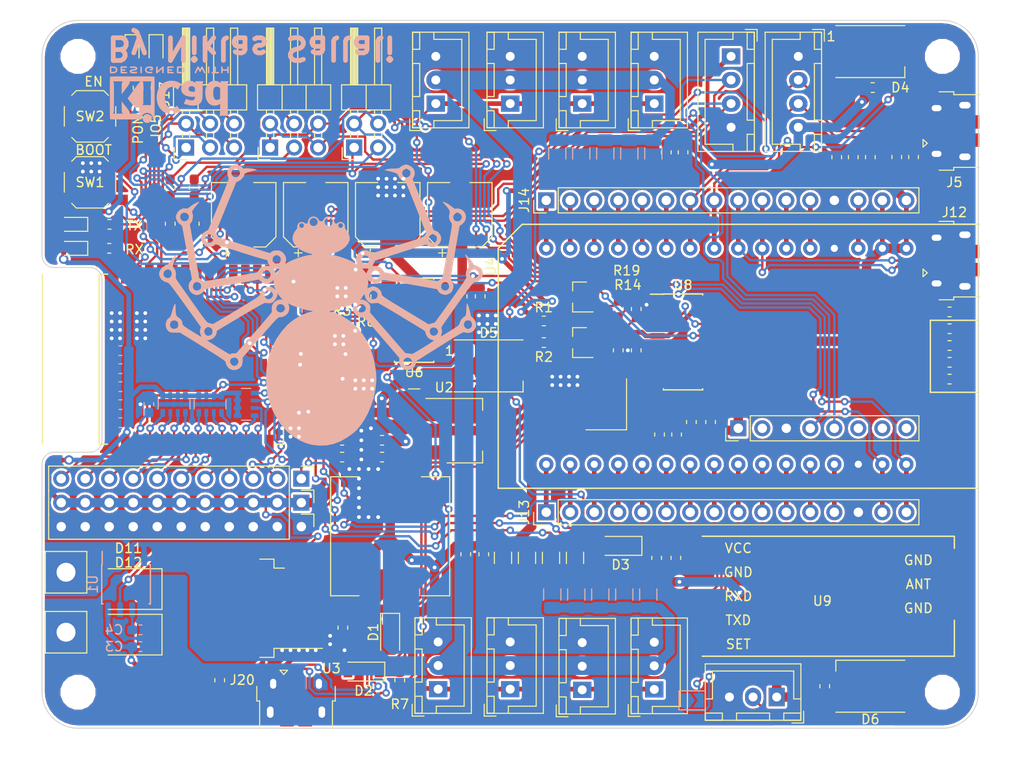
<source format=kicad_pcb>
(kicad_pcb (version 20171130) (host pcbnew "(5.0.0)")
  (layers (0 F.Cu signal) (31 B.Cu signal) (34 B.Paste user) (35 F.Paste user) (36 B.SilkS user) (37 F.SilkS user) (38 B.Mask user) (39 F.Mask user) (44 Edge.Cuts user))
  (net 0 "")
  (net 1 ADC1)
  (net 2 ADC2)
  (net 3 ADC3)
  (net 4 ADC4)
  (net 5 ADC5)
  (net 6 ADC6)
  (net 7 ADC7)
  (net 8 ADC8)
  (net 9 ADC9)
  (net 10 ADC10)
  (net 11 ADC11)
  (net 12 +3V3)
  (net 13 GND)
  (net 14 "Net-(J14-Pad1)")
  (net 15 "Net-(J14-Pad2)")
  (net 16 "Net-(J14-Pad3)")
  (net 17 "Net-(J14-Pad4)")
  (net 18 "Net-(J14-Pad5)")
  (net 19 "Net-(J14-Pad6)")
  (net 20 "Net-(J14-Pad11)")
  (net 21 "Net-(J14-Pad12)")
  (net 22 NP_TX)
  (net 23 NP_RX)
  (net 24 +5V)
  (net 25 "Net-(J13-Pad12)")
  (net 26 "Net-(J13-Pad11)")
  (net 27 "Net-(J13-Pad6)")
  (net 28 "Net-(J13-Pad5)")
  (net 29 "Net-(J13-Pad4)")
  (net 30 "Net-(J13-Pad3)")
  (net 31 "Net-(J13-Pad2)")
  (net 32 "Net-(J13-Pad1)")
  (net 33 "Net-(U9-Pad7)")
  (net 34 IO11)
  (net 35 H_RX)
  (net 36 H_TX)
  (net 37 "Net-(C47-Pad1)")
  (net 38 ADC14)
  (net 39 ADC13)
  (net 40 "Net-(M1-Pad22)")
  (net 41 "Net-(M1-Pad37)")
  (net 42 SCL)
  (net 43 ESP_TX)
  (net 44 ESP_RX)
  (net 45 SDA)
  (net 46 "Net-(M1-Pad32)")
  (net 47 S_RX_ENB)
  (net 48 S_TX_ENB)
  (net 49 IO5)
  (net 50 S_TX)
  (net 51 S_RX)
  (net 52 ADC15)
  (net 53 IO0)
  (net 54 LED_IO)
  (net 55 EN)
  (net 56 +BATT)
  (net 57 "Net-(Q5-Pad2)")
  (net 58 "Net-(Q4-Pad1)")
  (net 59 "Net-(J22-Pad3)")
  (net 60 "Net-(J19-Pad3)")
  (net 61 "Net-(J19-Pad4)")
  (net 62 "Net-(J22-Pad4)")
  (net 63 "Net-(J17-Pad4)")
  (net 64 "Net-(J17-Pad3)")
  (net 65 "Net-(R8-Pad1)")
  (net 66 S_SERIAL)
  (net 67 "Net-(Q2-Pad3)")
  (net 68 VBUS)
  (net 69 USB_RX)
  (net 70 USB_TX)
  (net 71 "Net-(D9-Pad2)")
  (net 72 "Net-(D10-Pad2)")
  (net 73 "Net-(Q4-Pad2)")
  (net 74 "Net-(Q5-Pad1)")
  (net 75 "Net-(C50-Pad1)")
  (net 76 "Net-(D1-Pad1)")
  (net 77 "Net-(C4-Pad1)")
  (net 78 "Net-(J20-Pad3)")
  (net 79 "Net-(J20-Pad2)")
  (net 80 "Net-(C51-Pad1)")
  (net 81 "Net-(U8-Pad9)")
  (net 82 "Net-(U8-Pad10)")
  (net 83 "Net-(U8-Pad11)")
  (net 84 "Net-(U8-Pad12)")
  (net 85 "Net-(U8-Pad15)")
  (net 86 "Net-(D4-Pad2)")
  (net 87 "Net-(D5-Pad2)")
  (net 88 LED_O)
  (net 89 "Net-(D2-Pad2)")
  (net 90 "Net-(J20-Pad4)")
  (net 91 "Net-(J16-Pad2)")
  (net 92 "Net-(J16-Pad6)")
  (net 93 "Net-(J16-Pad7)")
  (net 94 "Net-(J16-Pad8)")
  (net 95 USB1-)
  (net 96 USB1+)
  (net 97 USB2-)
  (net 98 USB2+)
  (net 99 "Net-(J12-Pad4)")
  (net 100 "Net-(J5-Pad4)")
  (net 101 "Net-(JP1-Pad2)")
  (net 102 "Net-(J13-Pad7)")
  (net 103 "Net-(J13-Pad8)")
  (net 104 "Net-(J13-Pad9)")
  (net 105 "Net-(J13-Pad10)")
  (net 106 "Net-(J13-Pad13)")
  (net 107 "Net-(J14-Pad14)")
  (net 108 "Net-(M1-Pad20)")
  (net 109 "Net-(M1-Pad21)")
  (net 110 "Net-(D7-Pad1)")
  (net 111 "Net-(D8-Pad1)")
  (module Symbol:KiCad-Logo2_6mm_SilkScreen (layer B.Cu) (at 181.102 59.944)
    (fp_text reference MH6 hide)
    (fp_text value MountingHole hide)
  )
  (module nik_things:nik_logo_38x32 (layer B.Cu) (at 197.358 81.534)
    (fp_text reference MH5 hide)
    (fp_text value MountingHole hide)
  )
  (module Capacitor_SMD:C_1206_3216Metric (layer F.Cu) (at 216.408 108.966 270)
    (fp_text reference C60 hide)
    (fp_text value 10u)
    (pad 1 smd roundrect (at -1.4 0 270) (size 1.25 1.75) (layers F.Cu F.Paste F.Mask) (roundrect_rratio 0.2) (net 24 +5V))
    (pad 2 smd roundrect (at 1.4 0 270) (size 1.25 1.75) (layers F.Cu F.Paste F.Mask) (roundrect_rratio 0.2) (net 13 GND))
  )
  (module Capacitor_SMD:C_1206_3216Metric (layer F.Cu) (at 224.028 108.966 270)
    (fp_text reference C42 hide)
    (fp_text value 10u)
    (pad 2 smd roundrect (at 1.4 0 270) (size 1.25 1.75) (layers F.Cu F.Paste F.Mask) (roundrect_rratio 0.2) (net 13 GND))
    (pad 1 smd roundrect (at -1.4 0 270) (size 1.25 1.75) (layers F.Cu F.Paste F.Mask) (roundrect_rratio 0.2) (net 24 +5V))
  )
  (module Capacitor_SMD:C_1206_3216Metric (layer F.Cu) (at 218.948 108.966 270)
    (fp_text reference C43 hide)
    (fp_text value 10u)
    (pad 1 smd roundrect (at -1.4 0 270) (size 1.25 1.75) (layers F.Cu F.Paste F.Mask) (roundrect_rratio 0.2) (net 24 +5V))
    (pad 2 smd roundrect (at 1.4 0 270) (size 1.25 1.75) (layers F.Cu F.Paste F.Mask) (roundrect_rratio 0.2) (net 13 GND))
  )
  (module Capacitor_SMD:C_1206_3216Metric (layer F.Cu) (at 207.01 90.17)
    (fp_text reference C44 hide)
    (fp_text value 10u)
    (pad 2 smd roundrect (at 1.4 0) (size 1.25 1.75) (layers F.Cu F.Paste F.Mask) (roundrect_rratio 0.2) (net 13 GND))
    (pad 1 smd roundrect (at -1.4 0) (size 1.25 1.75) (layers F.Cu F.Paste F.Mask) (roundrect_rratio 0.2) (net 24 +5V))
  )
  (module Capacitor_SMD:C_1206_3216Metric (layer F.Cu) (at 221.488 108.966 270)
    (fp_text reference C41 hide)
    (fp_text value 10u)
    (pad 1 smd roundrect (at -1.4 0 270) (size 1.25 1.75) (layers F.Cu F.Paste F.Mask) (roundrect_rratio 0.2) (net 24 +5V))
    (pad 2 smd roundrect (at 1.4 0 270) (size 1.25 1.75) (layers F.Cu F.Paste F.Mask) (roundrect_rratio 0.2) (net 13 GND))
  )
  (module Diode_SMD:D_SMB (layer F.Cu) (at 176.784 117.094 180)
    (fp_text reference D12 (at 0 7.62 180) (layer F.SilkS))
    (fp_text value 5.1V)
    (pad 1 smd rect (at -2.15 0 180) (size 2.5 2.3) (layers F.Cu F.Paste F.Mask) (net 24 +5V))
    (pad 2 smd rect (at 2.15 0 180) (size 2.5 2.3) (layers F.Cu F.Paste F.Mask) (net 13 GND))
  )
  (module Diode_SMD:D_SMB (layer F.Cu) (at 176.784 112.268 180)
    (fp_text reference D11 (at 0 4.318 180) (layer F.SilkS))
    (fp_text value 5.1V)
    (pad 2 smd rect (at 2.15 0 180) (size 2.5 2.3) (layers F.Cu F.Paste F.Mask) (net 13 GND))
    (pad 1 smd rect (at -2.15 0 180) (size 2.5 2.3) (layers F.Cu F.Paste F.Mask) (net 24 +5V))
  )
  (module Capacitor_SMD:C_0603_1608Metric_Pad1.05x0.95mm_HandSolder (layer F.Cu) (at 255.27 66.548 270)
    (fp_text reference C33 hide)
    (fp_text value 100n)
    (pad 2 smd roundrect (at 0.875 0 270) (size 1.05 0.95) (layers F.Cu F.Paste F.Mask) (net 13 GND))
    (pad 1 smd roundrect (at -0.875 0 270) (size 1.05 0.95) (layers F.Cu F.Paste F.Mask) (net 24 +5V))
  )
  (module Capacitor_SMD:C_0603_1608Metric_Pad1.05x0.95mm_HandSolder (layer F.Cu) (at 214.376 108.585 270)
    (fp_text reference C34 hide)
    (fp_text value 100n)
    (pad 1 smd roundrect (at -0.875 0 270) (size 1.05 0.95) (layers F.Cu F.Paste F.Mask) (net 24 +5V))
    (pad 2 smd roundrect (at 0.875 0 270) (size 1.05 0.95) (layers F.Cu F.Paste F.Mask) (net 13 GND))
  )
  (module Capacitor_SMD:C_0603_1608Metric_Pad1.05x0.95mm_HandSolder (layer F.Cu) (at 186.436 121.92 270)
    (fp_text reference C36 hide)
    (fp_text value 100n)
    (pad 2 smd roundrect (at 0.875 0 270) (size 1.05 0.95) (layers F.Cu F.Paste F.Mask) (net 13 GND))
    (pad 1 smd roundrect (at -0.875 0 270) (size 1.05 0.95) (layers F.Cu F.Paste F.Mask) (net 24 +5V))
  )
  (module Capacitor_SMD:C_0603_1608Metric_Pad1.05x0.95mm_HandSolder (layer F.Cu) (at 212.471 108.585 270)
    (fp_text reference C37 hide)
    (fp_text value 100n)
    (pad 1 smd roundrect (at -0.875 0 270) (size 1.05 0.95) (layers F.Cu F.Paste F.Mask) (net 24 +5V))
    (pad 2 smd roundrect (at 0.875 0 270) (size 1.05 0.95) (layers F.Cu F.Paste F.Mask) (net 13 GND))
  )
  (module Capacitor_SMD:C_0603_1608Metric_Pad1.05x0.95mm_HandSolder (layer F.Cu) (at 232.9688 95.9104 90)
    (fp_text reference C38 hide)
    (fp_text value 100n)
    (pad 2 smd roundrect (at 0.875 0 90) (size 1.05 0.95) (layers F.Cu F.Paste F.Mask) (net 13 GND))
    (pad 1 smd roundrect (at -0.875 0 90) (size 1.05 0.95) (layers F.Cu F.Paste F.Mask) (net 24 +5V))
  )
  (module Capacitor_SMD:C_0603_1608Metric_Pad1.05x0.95mm_HandSolder (layer F.Cu) (at 234.7722 95.9104 90)
    (fp_text reference C35 hide)
    (fp_text value 100n)
    (pad 1 smd roundrect (at -0.875 0 90) (size 1.05 0.95) (layers F.Cu F.Paste F.Mask) (net 24 +5V))
    (pad 2 smd roundrect (at 0.875 0 90) (size 1.05 0.95) (layers F.Cu F.Paste F.Mask) (net 13 GND))
  )
  (module nik:NanoPi_duo (layer F.Cu) (at 220.98 99.06 90)
    (fp_text reference U4 (at 20.955 -5.842 90) (layer F.SilkS))
    (fp_text value NanoPi_duo)
    (pad 1 thru_hole circle (at 0 0 90) (size 1.524 1.524) (drill 0.762) (layers *.Cu *.Mask) (net 32 "Net-(J13-Pad1)"))
    (pad 2 thru_hole circle (at 0 2.54 90) (size 1.524 1.524) (drill 0.762) (layers *.Cu *.Mask) (net 31 "Net-(J13-Pad2)"))
    (pad 3 thru_hole circle (at 0 5.08 90) (size 1.524 1.524) (drill 0.762) (layers *.Cu *.Mask) (net 30 "Net-(J13-Pad3)"))
    (pad 4 thru_hole circle (at 0 7.62 90) (size 1.524 1.524) (drill 0.762) (layers *.Cu *.Mask) (net 29 "Net-(J13-Pad4)"))
    (pad 5 thru_hole circle (at 0 10.16 90) (size 1.524 1.524) (drill 0.762) (layers *.Cu *.Mask) (net 28 "Net-(J13-Pad5)"))
    (pad 6 thru_hole circle (at 0 12.7 90) (size 1.524 1.524) (drill 0.762) (layers *.Cu *.Mask) (net 27 "Net-(J13-Pad6)"))
    (pad 7 thru_hole circle (at 0 15.24 90) (size 1.524 1.524) (drill 0.762) (layers *.Cu *.Mask) (net 102 "Net-(J13-Pad7)"))
    (pad 8 thru_hole circle (at 0 17.78 90) (size 1.524 1.524) (drill 0.762) (layers *.Cu *.Mask) (net 103 "Net-(J13-Pad8)"))
    (pad 9 thru_hole circle (at 0 20.32 90) (size 1.524 1.524) (drill 0.762) (layers *.Cu *.Mask) (net 104 "Net-(J13-Pad9)"))
    (pad 10 thru_hole circle (at 0 22.86 90) (size 1.524 1.524) (drill 0.762) (layers *.Cu *.Mask) (net 105 "Net-(J13-Pad10)"))
    (pad 11 thru_hole circle (at 0 25.4 90) (size 1.524 1.524) (drill 0.762) (layers *.Cu *.Mask) (net 26 "Net-(J13-Pad11)"))
    (pad 12 thru_hole circle (at 0 27.94 90) (size 1.524 1.524) (drill 0.762) (layers *.Cu *.Mask) (net 25 "Net-(J13-Pad12)"))
    (pad 13 thru_hole circle (at 0 30.48 90) (size 1.524 1.524) (drill 0.762) (layers *.Cu *.Mask) (net 106 "Net-(J13-Pad13)"))
    (pad 14 thru_hole circle (at 0 33.02 90) (size 1.524 1.524) (drill 0.762) (layers *.Cu *.Mask) (net 13 GND))
    (pad 15 thru_hole circle (at 0 35.56 90) (size 1.524 1.524) (drill 0.762) (layers *.Cu *.Mask) (net 22 NP_TX))
    (pad 16 thru_hole circle (at 0 38.1 90) (size 1.524 1.524) (drill 0.762) (layers *.Cu *.Mask) (net 23 NP_RX))
    (pad 17 thru_hole circle (at 22.86 38.1 90) (size 1.524 1.524) (drill 0.762) (layers *.Cu *.Mask) (net 24 +5V))
    (pad 18 thru_hole circle (at 22.86 35.56 90) (size 1.524 1.524) (drill 0.762) (layers *.Cu *.Mask) (net 24 +5V))
    (pad 19 thru_hole circle (at 22.86 33.02 90) (size 1.524 1.524) (drill 0.762) (layers *.Cu *.Mask) (net 107 "Net-(J14-Pad14)"))
    (pad 20 thru_hole circle (at 22.86 30.48 90) (size 1.524 1.524) (drill 0.762) (layers *.Cu *.Mask) (net 13 GND))
    (pad 21 thru_hole circle (at 22.86 27.94 90) (size 1.524 1.524) (drill 0.762) (layers *.Cu *.Mask) (net 21 "Net-(J14-Pad12)"))
    (pad 22 thru_hole circle (at 22.86 25.4 90) (size 1.524 1.524) (drill 0.762) (layers *.Cu *.Mask) (net 20 "Net-(J14-Pad11)"))
    (pad 23 thru_hole circle (at 22.86 22.86 90) (size 1.524 1.524) (drill 0.762) (layers *.Cu *.Mask) (net 95 USB1-))
    (pad 24 thru_hole circle (at 22.86 20.32 90) (size 1.524 1.524) (drill 0.762) (layers *.Cu *.Mask) (net 96 USB1+))
    (pad 25 thru_hole circle (at 22.86 17.78 90) (size 1.524 1.524) (drill 0.762) (layers *.Cu *.Mask) (net 97 USB2-))
    (pad 26 thru_hole circle (at 22.86 15.24 90) (size 1.524 1.524) (drill 0.762) (layers *.Cu *.Mask) (net 98 USB2+))
    (pad 27 thru_hole circle (at 22.86 12.7 90) (size 1.524 1.524) (drill 0.762) (layers *.Cu *.Mask) (net 19 "Net-(J14-Pad6)"))
    (pad 28 thru_hole circle (at 22.86 10.16 90) (size 1.524 1.524) (drill 0.762) (layers *.Cu *.Mask) (net 18 "Net-(J14-Pad5)"))
    (pad 29 thru_hole circle (at 22.86 7.62 90) (size 1.524 1.524) (drill 0.762) (layers *.Cu *.Mask) (net 17 "Net-(J14-Pad4)"))
    (pad 30 thru_hole circle (at 22.86 5.08 90) (size 1.524 1.524) (drill 0.762) (layers *.Cu *.Mask) (net 16 "Net-(J14-Pad3)"))
    (pad 31 thru_hole circle (at 22.86 2.54 90) (size 1.524 1.524) (drill 0.762) (layers *.Cu *.Mask) (net 15 "Net-(J14-Pad2)"))
    (pad 32 thru_hole circle (at 22.86 0 90) (size 1.524 1.524) (drill 0.762) (layers *.Cu *.Mask) (net 14 "Net-(J14-Pad1)"))
  )
  (module Capacitor_SMD:CP_Elec_6.3x7.7 (layer F.Cu) (at 196.596 72.644 90)
    (fp_text reference C19 hide)
    (fp_text value 220u)
    (pad 2 smd rect (at 2.7 0 90) (size 3.5 1.6) (layers F.Cu F.Paste F.Mask) (net 13 GND))
    (pad 1 smd rect (at -2.7 0 90) (size 3.5 1.6) (layers F.Cu F.Paste F.Mask) (net 12 +3V3))
  )
  (module Capacitor_SMD:CP_Elec_6.3x7.7 (layer F.Cu) (at 188.976 72.644 90)
    (fp_text reference C16 hide)
    (fp_text value 220u)
    (pad 1 smd rect (at -2.7 0 90) (size 3.5 1.6) (layers F.Cu F.Paste F.Mask) (net 12 +3V3))
    (pad 2 smd rect (at 2.7 0 90) (size 3.5 1.6) (layers F.Cu F.Paste F.Mask) (net 13 GND))
  )
  (module Connector_PinHeader_2.54mm:PinHeader_2x02_P2.54mm_Horizontal (layer F.Cu) (at 200.66 65.532 90)
    (fp_text reference J22 hide)
    (fp_text value Conn_02x02_Counter_Clockwise)
    (pad 1 thru_hole rect (at 0 0 90) (size 1.7 1.7) (drill 1) (layers *.Cu *.Mask) (net 69 USB_RX))
    (pad 2 thru_hole oval (at 2.54 0 90) (size 1.7 1.7) (drill 1) (layers *.Cu *.Mask) (net 70 USB_TX))
    (pad 3 thru_hole oval (at 0 2.54 90) (size 1.7 1.7) (drill 1) (layers *.Cu *.Mask) (net 59 "Net-(J22-Pad3)"))
    (pad 4 thru_hole oval (at 2.54 2.54 90) (size 1.7 1.7) (drill 1) (layers *.Cu *.Mask) (net 62 "Net-(J22-Pad4)"))
  )
  (module Connector_PinHeader_2.54mm:PinHeader_2x03_P2.54mm_Horizontal (layer F.Cu) (at 182.88 65.532 90)
    (fp_text reference J17 (at 5.655 -2.27 90) (layer F.SilkS))
    (fp_text value J)
    (pad 6 thru_hole oval (at 2.54 5.08 90) (size 1.7 1.7) (drill 1) (layers *.Cu *.Mask) (net 43 ESP_TX))
    (pad 5 thru_hole oval (at 0 5.08 90) (size 1.7 1.7) (drill 1) (layers *.Cu *.Mask) (net 44 ESP_RX))
    (pad 4 thru_hole oval (at 2.54 2.54 90) (size 1.7 1.7) (drill 1) (layers *.Cu *.Mask) (net 63 "Net-(J17-Pad4)"))
    (pad 3 thru_hole oval (at 0 2.54 90) (size 1.7 1.7) (drill 1) (layers *.Cu *.Mask) (net 64 "Net-(J17-Pad3)"))
    (pad 2 thru_hole oval (at 2.54 0 90) (size 1.7 1.7) (drill 1) (layers *.Cu *.Mask) (net 44 ESP_RX))
    (pad 1 thru_hole rect (at 0 0 90) (size 1.7 1.7) (drill 1) (layers *.Cu *.Mask) (net 43 ESP_TX))
  )
  (module Connector_PinHeader_2.54mm:PinHeader_2x03_P2.54mm_Horizontal (layer F.Cu) (at 191.77 65.532 90)
    (fp_text reference J19 hide)
    (fp_text value J)
    (pad 1 thru_hole rect (at 0 0 90) (size 1.7 1.7) (drill 1) (layers *.Cu *.Mask) (net 22 NP_TX))
    (pad 2 thru_hole oval (at 2.54 0 90) (size 1.7 1.7) (drill 1) (layers *.Cu *.Mask) (net 23 NP_RX))
    (pad 3 thru_hole oval (at 0 2.54 90) (size 1.7 1.7) (drill 1) (layers *.Cu *.Mask) (net 60 "Net-(J19-Pad3)"))
    (pad 4 thru_hole oval (at 2.54 2.54 90) (size 1.7 1.7) (drill 1) (layers *.Cu *.Mask) (net 61 "Net-(J19-Pad4)"))
    (pad 5 thru_hole oval (at 0 5.08 90) (size 1.7 1.7) (drill 1) (layers *.Cu *.Mask) (net 23 NP_RX))
    (pad 6 thru_hole oval (at 2.54 5.08 90) (size 1.7 1.7) (drill 1) (layers *.Cu *.Mask) (net 22 NP_TX))
  )
  (module Connector_JST:JST_XH_B03B-XH-A_1x03_P2.50mm_Vertical (layer F.Cu) (at 224.79 60.88 90)
    (fp_text reference J7 hide)
    (fp_text value 01x03)
    (pad 1 thru_hole rect (at 0 0 90) (size 1.7 1.95) (drill 0.95) (layers *.Cu *.Mask) (net 66 S_SERIAL))
    (pad 2 thru_hole oval (at 2.5 0 90) (size 1.7 1.95) (drill 0.95) (layers *.Cu *.Mask) (net 68 VBUS))
    (pad 3 thru_hole oval (at 5 0 90) (size 1.7 1.95) (drill 0.95) (layers *.Cu *.Mask) (net 13 GND))
  )
  (module Connector_JST:JST_XH_B03B-XH-A_1x03_P2.50mm_Vertical (layer F.Cu) (at 232.41 60.88 90)
    (fp_text reference J2 hide)
    (fp_text value 01x03)
    (pad 3 thru_hole oval (at 5 0 90) (size 1.7 1.95) (drill 0.95) (layers *.Cu *.Mask) (net 13 GND))
    (pad 2 thru_hole oval (at 2.5 0 90) (size 1.7 1.95) (drill 0.95) (layers *.Cu *.Mask) (net 68 VBUS))
    (pad 1 thru_hole rect (at 0 0 90) (size 1.7 1.95) (drill 0.95) (layers *.Cu *.Mask) (net 66 S_SERIAL))
  )
  (module Connector_JST:JST_XH_B03B-XH-A_1x03_P2.50mm_Vertical (layer F.Cu) (at 209.296 60.88 90)
    (fp_text reference J11 hide)
    (fp_text value 01x03)
    (pad 1 thru_hole rect (at 0 0 90) (size 1.7 1.95) (drill 0.95) (layers *.Cu *.Mask) (net 66 S_SERIAL))
    (pad 2 thru_hole oval (at 2.5 0 90) (size 1.7 1.95) (drill 0.95) (layers *.Cu *.Mask) (net 68 VBUS))
    (pad 3 thru_hole oval (at 5 0 90) (size 1.7 1.95) (drill 0.95) (layers *.Cu *.Mask) (net 13 GND))
  )
  (module Connector_JST:JST_XH_B03B-XH-A_1x03_P2.50mm_Vertical (layer F.Cu) (at 224.79 122.936 90)
    (fp_text reference J6 hide)
    (fp_text value 01x03)
    (pad 3 thru_hole oval (at 5 0 90) (size 1.7 1.95) (drill 0.95) (layers *.Cu *.Mask) (net 13 GND))
    (pad 2 thru_hole oval (at 2.5 0 90) (size 1.7 1.95) (drill 0.95) (layers *.Cu *.Mask) (net 68 VBUS))
    (pad 1 thru_hole rect (at 0 0 90) (size 1.7 1.95) (drill 0.95) (layers *.Cu *.Mask) (net 66 S_SERIAL))
  )
  (module Connector_JST:JST_XH_B03B-XH-A_1x03_P2.50mm_Vertical (layer F.Cu) (at 232.41 122.896 90)
    (fp_text reference J8 hide)
    (fp_text value 01x03)
    (pad 1 thru_hole rect (at 0 0 90) (size 1.7 1.95) (drill 0.95) (layers *.Cu *.Mask) (net 66 S_SERIAL))
    (pad 2 thru_hole oval (at 2.5 0 90) (size 1.7 1.95) (drill 0.95) (layers *.Cu *.Mask) (net 68 VBUS))
    (pad 3 thru_hole oval (at 5 0 90) (size 1.7 1.95) (drill 0.95) (layers *.Cu *.Mask) (net 13 GND))
  )
  (module Connector_JST:JST_XH_B03B-XH-A_1x03_P2.50mm_Vertical (layer F.Cu) (at 217.17 122.866028 90)
    (fp_text reference J10 hide)
    (fp_text value 01x03)
    (pad 3 thru_hole oval (at 5 0 90) (size 1.7 1.95) (drill 0.95) (layers *.Cu *.Mask) (net 13 GND))
    (pad 2 thru_hole oval (at 2.5 0 90) (size 1.7 1.95) (drill 0.95) (layers *.Cu *.Mask) (net 68 VBUS))
    (pad 1 thru_hole rect (at 0 0 90) (size 1.7 1.95) (drill 0.95) (layers *.Cu *.Mask) (net 66 S_SERIAL))
  )
  (module Connector_JST:JST_XH_B03B-XH-A_1x03_P2.50mm_Vertical (layer F.Cu) (at 245.364 123.698 180)
    (fp_text reference J21 hide)
    (fp_text value Conn_01x03_Male)
    (pad 1 thru_hole rect (at 0 0 180) (size 1.7 1.95) (drill 0.95) (layers *.Cu *.Mask) (net 24 +5V))
    (pad 2 thru_hole oval (at 2.5 0 180) (size 1.7 1.95) (drill 0.95) (layers *.Cu *.Mask) (net 88 LED_O))
    (pad 3 thru_hole oval (at 5 0 180) (size 1.7 1.95) (drill 0.95) (layers *.Cu *.Mask) (net 13 GND))
  )
  (module Connector_JST:JST_XH_B03B-XH-A_1x03_P2.50mm_Vertical (layer F.Cu) (at 209.55 122.866028 90)
    (fp_text reference J1 hide)
    (fp_text value 01x03)
    (pad 3 thru_hole oval (at 5 0 90) (size 1.7 1.95) (drill 0.95) (layers *.Cu *.Mask) (net 13 GND))
    (pad 2 thru_hole oval (at 2.5 0 90) (size 1.7 1.95) (drill 0.95) (layers *.Cu *.Mask) (net 68 VBUS))
    (pad 1 thru_hole rect (at 0 0 90) (size 1.7 1.95) (drill 0.95) (layers *.Cu *.Mask) (net 66 S_SERIAL))
  )
  (module Connector_JST:JST_XH_B03B-XH-A_1x03_P2.50mm_Vertical (layer F.Cu) (at 217.17 60.88 90)
    (fp_text reference J9 hide)
    (fp_text value 01x03)
    (pad 1 thru_hole rect (at 0 0 90) (size 1.7 1.95) (drill 0.95) (layers *.Cu *.Mask) (net 66 S_SERIAL))
    (pad 2 thru_hole oval (at 2.5 0 90) (size 1.7 1.95) (drill 0.95) (layers *.Cu *.Mask) (net 68 VBUS))
    (pad 3 thru_hole oval (at 5 0 90) (size 1.7 1.95) (drill 0.95) (layers *.Cu *.Mask) (net 13 GND))
  )
  (module Connector_JST:JST_XH_B04B-XH-A_1x04_P2.50mm_Vertical (layer F.Cu) (at 247.65 55.88 270)
    (fp_text reference J3 hide)
    (fp_text value Conn_01x04_Male)
    (pad 4 thru_hole oval (at 7.5 0 270) (size 1.7 1.95) (drill 0.95) (layers *.Cu *.Mask) (net 24 +5V))
    (pad 3 thru_hole oval (at 5 0 270) (size 1.7 1.95) (drill 0.95) (layers *.Cu *.Mask) (net 97 USB2-))
    (pad 2 thru_hole oval (at 2.5 0 270) (size 1.7 1.95) (drill 0.95) (layers *.Cu *.Mask) (net 98 USB2+))
    (pad 1 thru_hole rect (at 0 0 270) (size 1.7 1.95) (drill 0.95) (layers *.Cu *.Mask) (net 13 GND))
  )
  (module Connector_JST:JST_XH_B04B-XH-A_1x04_P2.50mm_Vertical (layer F.Cu) (at 240.538 55.88 270)
    (fp_text reference J18 hide)
    (fp_text value Conn_01x04_Male)
    (pad 1 thru_hole rect (at 0 0 270) (size 1.7 1.95) (drill 0.95) (layers *.Cu *.Mask) (net 12 +3V3))
    (pad 2 thru_hole oval (at 2.5 0 270) (size 1.7 1.95) (drill 0.95) (layers *.Cu *.Mask) (net 42 SCL))
    (pad 3 thru_hole oval (at 5 0 270) (size 1.7 1.95) (drill 0.95) (layers *.Cu *.Mask) (net 45 SDA))
    (pad 4 thru_hole oval (at 7.5 0 270) (size 1.7 1.95) (drill 0.95) (layers *.Cu *.Mask) (net 13 GND))
  )
  (module Connector_PinHeader_2.54mm:PinHeader_1x16_P2.54mm_Vertical (layer F.Cu) (at 220.98 104.14 90)
    (fp_text reference J13 (at 0 -2.33 90) (layer F.SilkS))
    (fp_text value Conn_01x16_Female)
    (pad 16 thru_hole oval (at 0 38.1 90) (size 1.7 1.7) (drill 1) (layers *.Cu *.Mask) (net 23 NP_RX))
    (pad 15 thru_hole oval (at 0 35.56 90) (size 1.7 1.7) (drill 1) (layers *.Cu *.Mask) (net 22 NP_TX))
    (pad 14 thru_hole oval (at 0 33.02 90) (size 1.7 1.7) (drill 1) (layers *.Cu *.Mask) (net 13 GND))
    (pad 13 thru_hole oval (at 0 30.48 90) (size 1.7 1.7) (drill 1) (layers *.Cu *.Mask) (net 106 "Net-(J13-Pad13)"))
    (pad 12 thru_hole oval (at 0 27.94 90) (size 1.7 1.7) (drill 1) (layers *.Cu *.Mask) (net 25 "Net-(J13-Pad12)"))
    (pad 11 thru_hole oval (at 0 25.4 90) (size 1.7 1.7) (drill 1) (layers *.Cu *.Mask) (net 26 "Net-(J13-Pad11)"))
    (pad 10 thru_hole oval (at 0 22.86 90) (size 1.7 1.7) (drill 1) (layers *.Cu *.Mask) (net 105 "Net-(J13-Pad10)"))
    (pad 9 thru_hole oval (at 0 20.32 90) (size 1.7 1.7) (drill 1) (layers *.Cu *.Mask) (net 104 "Net-(J13-Pad9)"))
    (pad 8 thru_hole oval (at 0 17.78 90) (size 1.7 1.7) (drill 1) (layers *.Cu *.Mask) (net 103 "Net-(J13-Pad8)"))
    (pad 7 thru_hole oval (at 0 15.24 90) (size 1.7 1.7) (drill 1) (layers *.Cu *.Mask) (net 102 "Net-(J13-Pad7)"))
    (pad 6 thru_hole oval (at 0 12.7 90) (size 1.7 1.7) (drill 1) (layers *.Cu *.Mask) (net 27 "Net-(J13-Pad6)"))
    (pad 5 thru_hole oval (at 0 10.16 90) (size 1.7 1.7) (drill 1) (layers *.Cu *.Mask) (net 28 "Net-(J13-Pad5)"))
    (pad 4 thru_hole oval (at 0 7.62 90) (size 1.7 1.7) (drill 1) (layers *.Cu *.Mask) (net 29 "Net-(J13-Pad4)"))
    (pad 3 thru_hole oval (at 0 5.08 90) (size 1.7 1.7) (drill 1) (layers *.Cu *.Mask) (net 30 "Net-(J13-Pad3)"))
    (pad 2 thru_hole oval (at 0 2.54 90) (size 1.7 1.7) (drill 1) (layers *.Cu *.Mask) (net 31 "Net-(J13-Pad2)"))
    (pad 1 thru_hole rect (at 0 0 90) (size 1.7 1.7) (drill 1) (layers *.Cu *.Mask) (net 32 "Net-(J13-Pad1)"))
  )
  (module Connector_PinHeader_2.54mm:PinHeader_1x16_P2.54mm_Vertical (layer F.Cu) (at 220.98 71.12 90)
    (fp_text reference J14 (at 0 -2.33 90) (layer F.SilkS))
    (fp_text value Conn_01x16_Female)
    (pad 1 thru_hole rect (at 0 0 90) (size 1.7 1.7) (drill 1) (layers *.Cu *.Mask) (net 14 "Net-(J14-Pad1)"))
    (pad 2 thru_hole oval (at 0 2.54 90) (size 1.7 1.7) (drill 1) (layers *.Cu *.Mask) (net 15 "Net-(J14-Pad2)"))
    (pad 3 thru_hole oval (at 0 5.08 90) (size 1.7 1.7) (drill 1) (layers *.Cu *.Mask) (net 16 "Net-(J14-Pad3)"))
    (pad 4 thru_hole oval (at 0 7.62 90) (size 1.7 1.7) (drill 1) (layers *.Cu *.Mask) (net 17 "Net-(J14-Pad4)"))
    (pad 5 thru_hole oval (at 0 10.16 90) (size 1.7 1.7) (drill 1) (layers *.Cu *.Mask) (net 18 "Net-(J14-Pad5)"))
    (pad 6 thru_hole oval (at 0 12.7 90) (size 1.7 1.7) (drill 1) (layers *.Cu *.Mask) (net 19 "Net-(J14-Pad6)"))
    (pad 7 thru_hole oval (at 0 15.24 90) (size 1.7 1.7) (drill 1) (layers *.Cu *.Mask) (net 98 USB2+))
    (pad 8 thru_hole oval (at 0 17.78 90) (size 1.7 1.7) (drill 1) (layers *.Cu *.Mask) (net 97 USB2-))
    (pad 9 thru_hole oval (at 0 20.32 90) (size 1.7 1.7) (drill 1) (layers *.Cu *.Mask) (net 96 USB1+))
    (pad 10 thru_hole oval (at 0 22.86 90) (size 1.7 1.7) (drill 1) (layers *.Cu *.Mask) (net 95 USB1-))
    (pad 11 thru_hole oval (at 0 25.4 90) (size 1.7 1.7) (drill 1) (layers *.Cu *.Mask) (net 20 "Net-(J14-Pad11)"))
    (pad 12 thru_hole oval (at 0 27.94 90) (size 1.7 1.7) (drill 1) (layers *.Cu *.Mask) (net 21 "Net-(J14-Pad12)"))
    (pad 13 thru_hole oval (at 0 30.48 90) (size 1.7 1.7) (drill 1) (layers *.Cu *.Mask) (net 13 GND))
    (pad 14 thru_hole oval (at 0 33.02 90) (size 1.7 1.7) (drill 1) (layers *.Cu *.Mask) (net 107 "Net-(J14-Pad14)"))
    (pad 15 thru_hole oval (at 0 35.56 90) (size 1.7 1.7) (drill 1) (layers *.Cu *.Mask) (net 24 +5V))
    (pad 16 thru_hole oval (at 0 38.1 90) (size 1.7 1.7) (drill 1) (layers *.Cu *.Mask) (net 24 +5V))
  )
  (module Connector_USB:USB_Micro-B_Amphenol_10103594-0001LF_Horizontal (layer F.Cu) (at 264.16 63.754 90)
    (fp_text reference J5 (at -5.461 0 180) (layer F.SilkS))
    (fp_text value USB_B_Micro)
    (pad 6 smd rect (at 2.725 0.185 90) (size 1.35 2) (layers F.Cu F.Paste F.Mask) (net 13 GND))
    (pad 6 smd rect (at -2.755 0.185 90) (size 1.35 2) (layers F.Cu F.Paste F.Mask) (net 13 GND))
    (pad 6 smd rect (at -2.975 -0.565 90) (size 1.825 0.7) (layers F.Cu F.Paste F.Mask) (net 13 GND))
    (pad 6 smd rect (at 2.975 -0.565 90) (size 1.825 0.7) (layers F.Cu F.Paste F.Mask) (net 13 GND))
    (pad 6 smd rect (at -2.875 -1.865 90) (size 2 1.5) (layers F.Cu F.Paste F.Mask) (net 13 GND))
    (pad 6 smd rect (at 2.875 -1.885 90) (size 2 1.5) (layers F.Cu F.Paste F.Mask) (net 13 GND))
    (pad 1 smd rect (at -1.325 -1.765 180) (size 1.65 0.4) (layers F.Cu F.Paste F.Mask) (net 24 +5V))
    (pad 2 smd rect (at -0.675 -1.765 180) (size 1.65 0.4) (layers F.Cu F.Paste F.Mask) (net 97 USB2-))
    (pad 3 smd rect (at -0.025 -1.765 180) (size 1.65 0.4) (layers F.Cu F.Paste F.Mask) (net 98 USB2+))
    (pad 4 smd rect (at 0.625 -1.765 180) (size 1.65 0.4) (layers F.Cu F.Paste F.Mask) (net 100 "Net-(J5-Pad4)"))
    (pad 5 smd rect (at 1.275 -1.765 180) (size 1.65 0.4) (layers F.Cu F.Paste F.Mask) (net 13 GND))
    (pad 6 thru_hole oval (at -2.445 -1.885 180) (size 1.5 1.1) (drill oval 1.05 0.65) (layers *.Cu *.Mask) (net 13 GND))
    (pad 6 thru_hole oval (at 2.395 -1.885 180) (size 1.5 1.1) (drill oval 1.05 0.65) (layers *.Cu *.Mask) (net 13 GND))
    (pad 6 thru_hole oval (at -2.755 1.115 180) (size 1.7 1.35) (drill oval 1.2 0.7) (layers *.Cu *.Mask) (net 13 GND))
    (pad 6 thru_hole oval (at 2.705 1.115 180) (size 1.7 1.35) (drill oval 1.2 0.7) (layers *.Cu *.Mask) (net 13 GND))
    (pad 6 smd rect (at -0.985 1.385 180) (size 2.5 1.43) (layers F.Cu F.Paste F.Mask) (net 13 GND))
    (pad 6 smd rect (at 0.935 1.385 180) (size 2.5 1.43) (layers F.Cu F.Paste F.Mask) (net 13 GND))
  )
  (module Connector_USB:USB_Micro-B_Amphenol_10103594-0001LF_Horizontal (layer F.Cu) (at 194.5386 124.1806)
    (fp_text reference J20 (at -5.715 -2.286) (layer F.SilkS))
    (fp_text value USB_B_Micro)
    (pad 6 smd rect (at 0.935 1.385 90) (size 2.5 1.43) (layers F.Cu F.Paste F.Mask) (net 13 GND))
    (pad 6 smd rect (at -0.985 1.385 90) (size 2.5 1.43) (layers F.Cu F.Paste F.Mask) (net 13 GND))
    (pad 6 thru_hole oval (at 2.705 1.115 90) (size 1.7 1.35) (drill oval 1.2 0.7) (layers *.Cu *.Mask) (net 13 GND))
    (pad 6 thru_hole oval (at -2.755 1.115 90) (size 1.7 1.35) (drill oval 1.2 0.7) (layers *.Cu *.Mask) (net 13 GND))
    (pad 6 thru_hole oval (at 2.395 -1.885 90) (size 1.5 1.1) (drill oval 1.05 0.65) (layers *.Cu *.Mask) (net 13 GND))
    (pad 6 thru_hole oval (at -2.445 -1.885 90) (size 1.5 1.1) (drill oval 1.05 0.65) (layers *.Cu *.Mask) (net 13 GND))
    (pad 5 smd rect (at 1.275 -1.765 90) (size 1.65 0.4) (layers F.Cu F.Paste F.Mask) (net 13 GND))
    (pad 4 smd rect (at 0.625 -1.765 90) (size 1.65 0.4) (layers F.Cu F.Paste F.Mask) (net 90 "Net-(J20-Pad4)"))
    (pad 3 smd rect (at -0.025 -1.765 90) (size 1.65 0.4) (layers F.Cu F.Paste F.Mask) (net 78 "Net-(J20-Pad3)"))
    (pad 2 smd rect (at -0.675 -1.765 90) (size 1.65 0.4) (layers F.Cu F.Paste F.Mask) (net 79 "Net-(J20-Pad2)"))
    (pad 1 smd rect (at -1.325 -1.765 90) (size 1.65 0.4) (layers F.Cu F.Paste F.Mask) (net 89 "Net-(D2-Pad2)"))
    (pad 6 smd rect (at 2.875 -1.885) (size 2 1.5) (layers F.Cu F.Paste F.Mask) (net 13 GND))
    (pad 6 smd rect (at -2.875 -1.865) (size 2 1.5) (layers F.Cu F.Paste F.Mask) (net 13 GND))
    (pad 6 smd rect (at 2.975 -0.565) (size 1.825 0.7) (layers F.Cu F.Paste F.Mask) (net 13 GND))
    (pad 6 smd rect (at -2.975 -0.565) (size 1.825 0.7) (layers F.Cu F.Paste F.Mask) (net 13 GND))
    (pad 6 smd rect (at -2.755 0.185) (size 1.35 2) (layers F.Cu F.Paste F.Mask) (net 13 GND))
    (pad 6 smd rect (at 2.725 0.185) (size 1.35 2) (layers F.Cu F.Paste F.Mask) (net 13 GND))
  )
  (module Connector_USB:USB_Micro-B_Amphenol_10103594-0001LF_Horizontal (layer F.Cu) (at 264.16 77.47 90)
    (fp_text reference J12 (at 5.08 0 180) (layer F.SilkS))
    (fp_text value USB_B_Micro)
    (pad 6 smd rect (at 2.725 0.185 90) (size 1.35 2) (layers F.Cu F.Paste F.Mask) (net 13 GND))
    (pad 6 smd rect (at -2.755 0.185 90) (size 1.35 2) (layers F.Cu F.Paste F.Mask) (net 13 GND))
    (pad 6 smd rect (at -2.975 -0.565 90) (size 1.825 0.7) (layers F.Cu F.Paste F.Mask) (net 13 GND))
    (pad 6 smd rect (at 2.975 -0.565 90) (size 1.825 0.7) (layers F.Cu F.Paste F.Mask) (net 13 GND))
    (pad 6 smd rect (at -2.875 -1.865 90) (size 2 1.5) (layers F.Cu F.Paste F.Mask) (net 13 GND))
    (pad 6 smd rect (at 2.875 -1.885 90) (size 2 1.5) (layers F.Cu F.Paste F.Mask) (net 13 GND))
    (pad 1 smd rect (at -1.325 -1.765 180) (size 1.65 0.4) (layers F.Cu F.Paste F.Mask) (net 24 +5V))
    (pad 2 smd rect (at -0.675 -1.765 180) (size 1.65 0.4) (layers F.Cu F.Paste F.Mask) (net 95 USB1-))
    (pad 3 smd rect (at -0.025 -1.765 180) (size 1.65 0.4) (layers F.Cu F.Paste F.Mask) (net 96 USB1+))
    (pad 4 smd rect (at 0.625 -1.765 180) (size 1.65 0.4) (layers F.Cu F.Paste F.Mask) (net 99 "Net-(J12-Pad4)"))
    (pad 5 smd rect (at 1.275 -1.765 180) (size 1.65 0.4) (layers F.Cu F.Paste F.Mask) (net 13 GND))
    (pad 6 thru_hole oval (at -2.445 -1.885 180) (size 1.5 1.1) (drill oval 1.05 0.65) (layers *.Cu *.Mask) (net 13 GND))
    (pad 6 thru_hole oval (at 2.395 -1.885 180) (size 1.5 1.1) (drill oval 1.05 0.65) (layers *.Cu *.Mask) (net 13 GND))
    (pad 6 thru_hole oval (at -2.755 1.115 180) (size 1.7 1.35) (drill oval 1.2 0.7) (layers *.Cu *.Mask) (net 13 GND))
    (pad 6 thru_hole oval (at 2.705 1.115 180) (size 1.7 1.35) (drill oval 1.2 0.7) (layers *.Cu *.Mask) (net 13 GND))
    (pad 6 smd rect (at -0.985 1.385 180) (size 2.5 1.43) (layers F.Cu F.Paste F.Mask) (net 13 GND))
    (pad 6 smd rect (at 0.935 1.385 180) (size 2.5 1.43) (layers F.Cu F.Paste F.Mask) (net 13 GND))
  )
  (module Z_ESP32:ESP-32S (layer F.Cu) (at 180.43 87.93 90)
    (fp_text reference M1 hide)
    (fp_text value ESP-32S)
    (pad 1 smd rect (at -9 -5.25 90) (size 2 0.9) (layers F.Cu F.Paste F.Mask) (net 13 GND))
    (pad 2 smd rect (at -9 -3.98 90) (size 2 0.9) (layers F.Cu F.Paste F.Mask) (net 12 +3V3))
    (pad 3 smd rect (at -9 -2.71 90) (size 2 0.9) (layers F.Cu F.Paste F.Mask) (net 55 EN))
    (pad 4 smd rect (at -9 -1.44 90) (size 2 0.9) (layers F.Cu F.Paste F.Mask) (net 1 ADC1))
    (pad 5 smd rect (at -9 -0.17 90) (size 2 0.9) (layers F.Cu F.Paste F.Mask) (net 2 ADC2))
    (pad 6 smd rect (at -9 1.1 90) (size 2 0.9) (layers F.Cu F.Paste F.Mask) (net 3 ADC3))
    (pad 7 smd rect (at -9 2.37 90) (size 2 0.9) (layers F.Cu F.Paste F.Mask) (net 4 ADC4))
    (pad 8 smd rect (at -9 3.64 90) (size 2 0.9) (layers F.Cu F.Paste F.Mask) (net 5 ADC5))
    (pad 9 smd rect (at -9 4.91 90) (size 2 0.9) (layers F.Cu F.Paste F.Mask) (net 6 ADC6))
    (pad 10 smd rect (at -9 6.18 90) (size 2 0.9) (layers F.Cu F.Paste F.Mask) (net 7 ADC7))
    (pad 11 smd rect (at -9 7.45 90) (size 2 0.9) (layers F.Cu F.Paste F.Mask) (net 8 ADC8))
    (pad 12 smd rect (at -9 8.72 90) (size 2 0.9) (layers F.Cu F.Paste F.Mask) (net 9 ADC9))
    (pad 13 smd rect (at -9 9.99 90) (size 2 0.9) (layers F.Cu F.Paste F.Mask) (net 10 ADC10))
    (pad 14 smd rect (at -9 11.26 90) (size 2 0.9) (layers F.Cu F.Paste F.Mask) (net 54 LED_IO))
    (pad 38 smd rect (at 9 -5.25 90) (size 2 0.9) (layers F.Cu F.Paste F.Mask) (net 13 GND))
    (pad 25 smd rect (at 9 11.26 90) (size 2 0.9) (layers F.Cu F.Paste F.Mask) (net 53 IO0))
    (pad 26 smd rect (at 9 9.99 90) (size 2 0.9) (layers F.Cu F.Paste F.Mask) (net 52 ADC15))
    (pad 27 smd rect (at 9 8.72 90) (size 2 0.9) (layers F.Cu F.Paste F.Mask) (net 51 S_RX))
    (pad 28 smd rect (at 9 7.45 90) (size 2 0.9) (layers F.Cu F.Paste F.Mask) (net 50 S_TX))
    (pad 29 smd rect (at 9 6.18 90) (size 2 0.9) (layers F.Cu F.Paste F.Mask) (net 49 IO5))
    (pad 30 smd rect (at 9 4.91 90) (size 2 0.9) (layers F.Cu F.Paste F.Mask) (net 48 S_TX_ENB))
    (pad 31 smd rect (at 9 3.64 90) (size 2 0.9) (layers F.Cu F.Paste F.Mask) (net 47 S_RX_ENB))
    (pad 32 smd rect (at 9 2.37 90) (size 2 0.9) (layers F.Cu F.Paste F.Mask) (net 46 "Net-(M1-Pad32)"))
    (pad 33 smd rect (at 9 1.1 90) (size 2 0.9) (layers F.Cu F.Paste F.Mask) (net 45 SDA))
    (pad 34 smd rect (at 9 -0.17 90) (size 2 0.9) (layers F.Cu F.Paste F.Mask) (net 44 ESP_RX))
    (pad 35 smd rect (at 9 -1.44 90) (size 2 0.9) (layers F.Cu F.Paste F.Mask) (net 43 ESP_TX))
    (pad 36 smd rect (at 9 -2.71 90) (size 2 0.9) (layers F.Cu F.Paste F.Mask) (net 42 SCL))
    (pad 37 smd rect (at 9 -3.98 90) (size 2 0.9) (layers F.Cu F.Paste F.Mask) (net 41 "Net-(M1-Pad37)"))
    (pad 15 smd rect (at -5.715 12.75 180) (size 2 0.9) (layers F.Cu F.Paste F.Mask) (net 13 GND))
    (pad 16 smd rect (at -4.43 12.75 180) (size 2 0.9) (layers F.Cu F.Paste F.Mask) (net 11 ADC11))
    (pad 17 smd rect (at -3.175 12.75 180) (size 2 0.9) (layers F.Cu F.Paste F.Mask) (net 35 H_RX))
    (pad 18 smd rect (at -1.905 12.75 180) (size 2 0.9) (layers F.Cu F.Paste F.Mask) (net 36 H_TX))
    (pad 19 smd rect (at -0.635 12.75 180) (size 2 0.9) (layers F.Cu F.Paste F.Mask) (net 34 IO11))
    (pad 20 smd rect (at 0.635 12.75 180) (size 2 0.9) (layers F.Cu F.Paste F.Mask) (net 108 "Net-(M1-Pad20)"))
    (pad 21 smd rect (at 1.905 12.75 180) (size 2 0.9) (layers F.Cu F.Paste F.Mask) (net 109 "Net-(M1-Pad21)"))
    (pad 22 smd rect (at 3.175 12.75 180) (size 2 0.9) (layers F.Cu F.Paste F.Mask) (net 40 "Net-(M1-Pad22)"))
    (pad 23 smd rect (at 4.445 12.75 180) (size 2 0.9) (layers F.Cu F.Paste F.Mask) (net 39 ADC13))
    (pad 24 smd rect (at 5.715 12.75 180) (size 2 0.9) (layers F.Cu F.Paste F.Mask) (net 38 ADC14))
    (pad 1 smd rect (at 0.3 2.45 180) (size 6 6) (layers F.Cu F.Paste F.Mask) (net 13 GND))
  )
  (module Crystal:Crystal_SMD_SeikoEpson_TSX3225-4Pin_3.2x2.5mm_HandSoldering (layer F.Cu) (at 227.33 92.71 90)
    (fp_text reference Y1 hide)
    (fp_text value 12Mhz)
    (pad 1 smd rect (at -1.45 1.0875 90) (size 2.1 1.725) (layers F.Cu F.Paste F.Mask) (net 75 "Net-(C50-Pad1)"))
    (pad 2 smd rect (at 1.45 1.0875 90) (size 2.1 1.725) (layers F.Cu F.Paste F.Mask) (net 13 GND))
    (pad 3 smd rect (at 1.45 -1.0875 90) (size 2.1 1.725) (layers F.Cu F.Paste F.Mask) (net 80 "Net-(C51-Pad1)"))
    (pad 4 smd rect (at -1.45 -1.0875 90) (size 2.1 1.725) (layers F.Cu F.Paste F.Mask) (net 13 GND))
  )
  (module Jumper:SolderJumper-2_P1.3mm_Open_TrianglePad1.0x1.5mm (layer B.Cu) (at 236.4232 124.0536)
    (fp_text reference JP1 hide)
    (fp_text value Jumper_NO_Small)
    (pad 2 smd custom (at 0.725 0) (size 0.3 0.3) (layers B.Cu B.Mask) (net 101 "Net-(JP1-Pad2)") (options (clearance outline) (anchor rect)) (primitives (gr_poly (pts (xy -0.65 0.75) (xy 0.5 0.75) (xy 0.5 -0.75) (xy -0.65 -0.75) (xy -0.15 0)) (width 0))))
    (pad 1 smd custom (at -0.725 0) (size 0.3 0.3) (layers B.Cu B.Mask) (net 34 IO11) (options (clearance outline) (anchor rect)) (primitives (gr_poly (pts (xy -0.5 0.75) (xy 0.5 0.75) (xy 1 0) (xy 0.5 -0.75) (xy -0.5 -0.75)) (width 0))))
  )
  (module nik:HC-12 (layer F.Cu) (at 250.19 113.03)
    (fp_text reference U9 (at 0 0.5) (layer F.SilkS))
    (fp_text value HC-12)
    (fp_text user GND (at 10.16 1.27) (layer F.SilkS))
    (fp_text user ANT (at 10.16 -1.27) (layer F.SilkS))
    (fp_text user GND (at 10.16 -3.81) (layer F.SilkS))
    (fp_text user SET (at -8.89 5.08) (layer F.SilkS))
    (fp_text user TXD (at -8.89 2.54) (layer F.SilkS))
    (fp_text user RXD (at -8.89 0) (layer F.SilkS))
    (fp_text user GND (at -8.89 -2.54) (layer F.SilkS))
    (fp_text user VCC (at -8.89 -5.08) (layer F.SilkS))
    (pad 8 smd rect (at 13.97 1.27) (size 2.54 1.524) (layers F.Cu F.Paste F.Mask) (net 13 GND))
    (pad 7 smd rect (at 13.97 -1.27) (size 2.54 1.524) (layers F.Cu F.Paste F.Mask) (net 33 "Net-(U9-Pad7)"))
    (pad 6 smd rect (at 13.97 -3.81) (size 2.54 1.524) (layers F.Cu F.Paste F.Mask) (net 13 GND))
    (pad 5 smd rect (at -12.7 5.08) (size 2.54 1.524) (layers F.Cu F.Paste F.Mask) (net 101 "Net-(JP1-Pad2)"))
    (pad 4 smd rect (at -12.7 2.54) (size 2.54 1.524) (layers F.Cu F.Paste F.Mask) (net 35 H_RX))
    (pad 3 smd rect (at -12.7 0) (size 2.54 1.524) (layers F.Cu F.Paste F.Mask) (net 36 H_TX))
    (pad 2 smd rect (at -12.7 -2.54) (size 2.54 1.524) (layers F.Cu F.Paste F.Mask) (net 13 GND))
    (pad 1 smd rect (at -12.7 -5.08) (size 2.54 1.524) (layers F.Cu F.Paste F.Mask) (net 37 "Net-(C47-Pad1)"))
  )
  (module nik:PinHeader_3x11_P2.54mm_Vertical (layer F.Cu) (at 195.072 103.124 270)
    (fp_text reference U10 hide)
    (fp_text value 03x11_vertical_connector)
    (pad 24 thru_hole oval (at 2.54 2.54 270) (size 1.7 1.7) (drill 1) (layers *.Cu *.Mask) (net 13 GND))
    (pad 25 thru_hole oval (at 2.54 5.08 270) (size 1.7 1.7) (drill 1) (layers *.Cu *.Mask) (net 13 GND))
    (pad 27 thru_hole oval (at 2.54 10.16 270) (size 1.7 1.7) (drill 1) (layers *.Cu *.Mask) (net 13 GND))
    (pad 31 thru_hole oval (at 2.54 20.32 270) (size 1.7 1.7) (drill 1) (layers *.Cu *.Mask) (net 13 GND))
    (pad 26 thru_hole oval (at 2.54 7.62 270) (size 1.7 1.7) (drill 1) (layers *.Cu *.Mask) (net 13 GND))
    (pad 30 thru_hole oval (at 2.54 17.78 270) (size 1.7 1.7) (drill 1) (layers *.Cu *.Mask) (net 13 GND))
    (pad 32 thru_hole oval (at 2.54 22.86 270) (size 1.7 1.7) (drill 1) (layers *.Cu *.Mask) (net 13 GND))
    (pad 23 thru_hole rect (at 2.54 0 270) (size 1.7 1.7) (drill 1) (layers *.Cu *.Mask) (net 13 GND))
    (pad 29 thru_hole oval (at 2.54 15.24 270) (size 1.7 1.7) (drill 1) (layers *.Cu *.Mask) (net 13 GND))
    (pad 28 thru_hole oval (at 2.54 12.7 270) (size 1.7 1.7) (drill 1) (layers *.Cu *.Mask) (net 13 GND))
    (pad 33 thru_hole oval (at 2.54 25.4 270) (size 1.7 1.7) (drill 1) (layers *.Cu *.Mask) (net 13 GND))
    (pad 13 thru_hole oval (at 0 2.54 270) (size 1.7 1.7) (drill 1) (layers *.Cu *.Mask) (net 12 +3V3))
    (pad 14 thru_hole oval (at 0 5.08 270) (size 1.7 1.7) (drill 1) (layers *.Cu *.Mask) (net 12 +3V3))
    (pad 16 thru_hole oval (at 0 10.16 270) (size 1.7 1.7) (drill 1) (layers *.Cu *.Mask) (net 12 +3V3))
    (pad 20 thru_hole oval (at 0 20.32 270) (size 1.7 1.7) (drill 1) (layers *.Cu *.Mask) (net 12 +3V3))
    (pad 15 thru_hole oval (at 0 7.62 270) (size 1.7 1.7) (drill 1) (layers *.Cu *.Mask) (net 12 +3V3))
    (pad 19 thru_hole oval (at 0 17.78 270) (size 1.7 1.7) (drill 1) (layers *.Cu *.Mask) (net 12 +3V3))
    (pad 21 thru_hole oval (at 0 22.86 270) (size 1.7 1.7) (drill 1) (layers *.Cu *.Mask) (net 12 +3V3))
    (pad 12 thru_hole rect (at 0 0 270) (size 1.7 1.7) (drill 1) (layers *.Cu *.Mask) (net 12 +3V3))
    (pad 18 thru_hole oval (at 0 15.24 270) (size 1.7 1.7) (drill 1) (layers *.Cu *.Mask) (net 12 +3V3))
    (pad 17 thru_hole oval (at 0 12.7 270) (size 1.7 1.7) (drill 1) (layers *.Cu *.Mask) (net 12 +3V3))
    (pad 22 thru_hole oval (at 0 25.4 270) (size 1.7 1.7) (drill 1) (layers *.Cu *.Mask) (net 12 +3V3))
    (pad 11 thru_hole oval (at -2.54 25.4 270) (size 1.7 1.7) (drill 1) (layers *.Cu *.Mask) (net 1 ADC1))
    (pad 10 thru_hole oval (at -2.54 22.86 270) (size 1.7 1.7) (drill 1) (layers *.Cu *.Mask) (net 2 ADC2))
    (pad 9 thru_hole oval (at -2.54 20.32 270) (size 1.7 1.7) (drill 1) (layers *.Cu *.Mask) (net 3 ADC3))
    (pad 8 thru_hole oval (at -2.54 17.78 270) (size 1.7 1.7) (drill 1) (layers *.Cu *.Mask) (net 4 ADC4))
    (pad 7 thru_hole oval (at -2.54 15.24 270) (size 1.7 1.7) (drill 1) (layers *.Cu *.Mask) (net 5 ADC5))
    (pad 6 thru_hole oval (at -2.54 12.7 270) (size 1.7 1.7) (drill 1) (layers *.Cu *.Mask) (net 6 ADC6))
    (pad 5 thru_hole oval (at -2.54 10.16 270) (size 1.7 1.7) (drill 1) (layers *.Cu *.Mask) (net 7 ADC7))
    (pad 4 thru_hole oval (at -2.54 7.62 270) (size 1.7 1.7) (drill 1) (layers *.Cu *.Mask) (net 8 ADC8))
    (pad 3 thru_hole oval (at -2.54 5.08 270) (size 1.7 1.7) (drill 1) (layers *.Cu *.Mask) (net 9 ADC9))
    (pad 2 thru_hole oval (at -2.54 2.54 270) (size 1.7 1.7) (drill 1) (layers *.Cu *.Mask) (net 10 ADC10))
    (pad 1 thru_hole rect (at -2.54 0 270) (size 1.7 1.7) (drill 1) (layers *.Cu *.Mask) (net 11 ADC11))
  )
  (module Capacitor_SMD:C_0603_1608Metric_Pad1.05x0.95mm_HandSolder (layer F.Cu) (at 233.68 66.04 270)
    (fp_text reference C52 hide)
    (fp_text value 100n)
    (pad 2 smd roundrect (at 0.875 0 270) (size 1.05 0.95) (layers F.Cu F.Paste F.Mask) (net 13 GND))
    (pad 1 smd roundrect (at -0.875 0 270) (size 1.05 0.95) (layers F.Cu F.Paste F.Mask) (net 24 +5V))
  )
  (module Capacitor_SMD:C_0603_1608Metric_Pad1.05x0.95mm_HandSolder (layer F.Cu) (at 235.458 66.04 270)
    (fp_text reference C53 hide)
    (fp_text value 1u)
    (pad 1 smd roundrect (at -0.875 0 270) (size 1.05 0.95) (layers F.Cu F.Paste F.Mask) (net 24 +5V))
    (pad 2 smd roundrect (at 0.875 0 270) (size 1.05 0.95) (layers F.Cu F.Paste F.Mask) (net 13 GND))
  )
  (module Capacitor_SMD:C_0603_1608Metric_Pad1.05x0.95mm_HandSolder (layer F.Cu) (at 258.064 66.534 270)
    (fp_text reference C54 hide)
    (fp_text value 100n)
    (pad 2 smd roundrect (at 0.875 0 270) (size 1.05 0.95) (layers F.Cu F.Paste F.Mask) (net 13 GND))
    (pad 1 smd roundrect (at -0.875 0 270) (size 1.05 0.95) (layers F.Cu F.Paste F.Mask) (net 24 +5V))
  )
  (module Capacitor_SMD:C_0603_1608Metric_Pad1.05x0.95mm_HandSolder (layer F.Cu) (at 263.652 86.487)
    (fp_text reference C55 hide)
    (fp_text value 1u)
    (pad 1 smd roundrect (at -0.875 0) (size 1.05 0.95) (layers F.Cu F.Paste F.Mask) (net 24 +5V))
    (pad 2 smd roundrect (at 0.875 0) (size 1.05 0.95) (layers F.Cu F.Paste F.Mask) (net 13 GND))
  )
  (module Capacitor_SMD:C_0603_1608Metric_Pad1.05x0.95mm_HandSolder (layer F.Cu) (at 251.714 66.548 270)
    (fp_text reference C56 hide)
    (fp_text value 100n)
    (pad 2 smd roundrect (at 0.875 0 270) (size 1.05 0.95) (layers F.Cu F.Paste F.Mask) (net 13 GND))
    (pad 1 smd roundrect (at -0.875 0 270) (size 1.05 0.95) (layers F.Cu F.Paste F.Mask) (net 24 +5V))
  )
  (module Capacitor_SMD:C_0603_1608Metric_Pad1.05x0.95mm_HandSolder (layer F.Cu) (at 259.842 66.534 270)
    (fp_text reference C57 hide)
    (fp_text value 1u)
    (pad 1 smd roundrect (at -0.875 0 270) (size 1.05 0.95) (layers F.Cu F.Paste F.Mask) (net 24 +5V))
    (pad 2 smd roundrect (at 0.875 0 270) (size 1.05 0.95) (layers F.Cu F.Paste F.Mask) (net 13 GND))
  )
  (module Capacitor_SMD:C_0603_1608Metric_Pad1.05x0.95mm_HandSolder (layer F.Cu) (at 263.652 84.709)
    (fp_text reference C58 hide)
    (fp_text value 100n)
    (pad 2 smd roundrect (at 0.875 0) (size 1.05 0.95) (layers F.Cu F.Paste F.Mask) (net 13 GND))
    (pad 1 smd roundrect (at -0.875 0) (size 1.05 0.95) (layers F.Cu F.Paste F.Mask) (net 24 +5V))
  )
  (module Capacitor_SMD:C_0603_1608Metric_Pad1.05x0.95mm_HandSolder (layer F.Cu) (at 253.464605 66.548 270)
    (fp_text reference C59 hide)
    (fp_text value 1u)
    (pad 1 smd roundrect (at -0.875 0 270) (size 1.05 0.95) (layers F.Cu F.Paste F.Mask) (net 24 +5V))
    (pad 2 smd roundrect (at 0.875 0 270) (size 1.05 0.95) (layers F.Cu F.Paste F.Mask) (net 13 GND))
  )
  (module Button_Switch_SMD:SW_SPST_SKQG_WithStem (layer F.Cu) (at 172.72 62.23 180)
    (fp_text reference SW2 (at 0 0 180) (layer F.SilkS))
    (fp_text value SW_Push)
    (pad 2 smd rect (at 3.1 1.85 180) (size 1.8 1.1) (layers F.Cu F.Paste F.Mask) (net 55 EN))
    (pad 2 smd rect (at -3.1 1.85 180) (size 1.8 1.1) (layers F.Cu F.Paste F.Mask) (net 55 EN))
    (pad 1 smd rect (at 3.1 -1.85 180) (size 1.8 1.1) (layers F.Cu F.Paste F.Mask) (net 13 GND))
    (pad 1 smd rect (at -3.1 -1.85 180) (size 1.8 1.1) (layers F.Cu F.Paste F.Mask) (net 13 GND))
  )
  (module Button_Switch_SMD:SW_SPST_SKQG_WithStem (layer F.Cu) (at 172.72 69.215)
    (fp_text reference SW1 (at 0 0) (layer F.SilkS))
    (fp_text value SW_Push)
    (pad 1 smd rect (at -3.1 -1.85) (size 1.8 1.1) (layers F.Cu F.Paste F.Mask) (net 13 GND))
    (pad 1 smd rect (at 3.1 -1.85) (size 1.8 1.1) (layers F.Cu F.Paste F.Mask) (net 13 GND))
    (pad 2 smd rect (at -3.1 1.85) (size 1.8 1.1) (layers F.Cu F.Paste F.Mask) (net 53 IO0))
    (pad 2 smd rect (at 3.1 1.85) (size 1.8 1.1) (layers F.Cu F.Paste F.Mask) (net 53 IO0))
  )
  (module Capacitor_SMD:CP_Elec_6.3x7.7 (layer F.Cu) (at 204.216 72.644 90)
    (fp_text reference C32 hide)
    (fp_text value 220u)
    (pad 1 smd rect (at -2.7 0 90) (size 3.5 1.6) (layers F.Cu F.Paste F.Mask) (net 24 +5V))
    (pad 2 smd rect (at 2.7 0 90) (size 3.5 1.6) (layers F.Cu F.Paste F.Mask) (net 13 GND))
  )
  (module Capacitor_SMD:CP_Elec_6.3x7.7 (layer F.Cu) (at 211.836 72.644 90)
    (fp_text reference C13 hide)
    (fp_text value 220u)
    (pad 1 smd rect (at -2.7 0 90) (size 3.5 1.6) (layers F.Cu F.Paste F.Mask) (net 24 +5V))
    (pad 2 smd rect (at 2.7 0 90) (size 3.5 1.6) (layers F.Cu F.Paste F.Mask) (net 13 GND))
  )
  (module Capacitor_SMD:C_0603_1608Metric_Pad1.05x0.95mm_HandSolder (layer F.Cu) (at 199.4662 116.3574 90)
    (fp_text reference C20 hide)
    (fp_text value 100n)
    (pad 1 smd roundrect (at -0.875 0 90) (size 1.05 0.95) (layers F.Cu F.Paste F.Mask) (net 68 VBUS))
    (pad 2 smd roundrect (at 0.875 0 90) (size 1.05 0.95) (layers F.Cu F.Paste F.Mask) (net 13 GND))
  )
  (module Capacitor_SMD:C_0603_1608Metric_Pad1.05x0.95mm_HandSolder (layer F.Cu) (at 232.664 108.966 270)
    (fp_text reference C48 hide)
    (fp_text value 1u)
    (pad 1 smd roundrect (at -0.875 0 270) (size 1.05 0.95) (layers F.Cu F.Paste F.Mask) (net 37 "Net-(C47-Pad1)"))
    (pad 2 smd roundrect (at 0.875 0 270) (size 1.05 0.95) (layers F.Cu F.Paste F.Mask) (net 13 GND))
  )
  (module Capacitor_SMD:C_0603_1608Metric_Pad1.05x0.95mm_HandSolder (layer F.Cu) (at 234.696 108.966 270)
    (fp_text reference C47 hide)
    (fp_text value 100n)
    (pad 2 smd roundrect (at 0.875 0 270) (size 1.05 0.95) (layers F.Cu F.Paste F.Mask) (net 13 GND))
    (pad 1 smd roundrect (at -0.875 0 270) (size 1.05 0.95) (layers F.Cu F.Paste F.Mask) (net 37 "Net-(C47-Pad1)"))
  )
  (module Capacitor_SMD:C_0603_1608Metric_Pad1.05x0.95mm_HandSolder (layer F.Cu) (at 250.444 122.555 90)
    (fp_text reference C46 hide)
    (fp_text value 1u)
    (pad 1 smd roundrect (at -0.875 0 90) (size 1.05 0.95) (layers F.Cu F.Paste F.Mask) (net 24 +5V))
    (pad 2 smd roundrect (at 0.875 0 90) (size 1.05 0.95) (layers F.Cu F.Paste F.Mask) (net 13 GND))
  )
  (module Capacitor_SMD:C_0603_1608Metric_Pad1.05x0.95mm_HandSolder (layer F.Cu) (at 255.524 59.182)
    (fp_text reference C45 hide)
    (fp_text value 100n)
    (pad 2 smd roundrect (at 0.875 0) (size 1.05 0.95) (layers F.Cu F.Paste F.Mask) (net 13 GND))
    (pad 1 smd roundrect (at -0.875 0) (size 1.05 0.95) (layers F.Cu F.Paste F.Mask) (net 24 +5V))
  )
  (module Capacitor_SMD:C_0603_1608Metric_Pad1.05x0.95mm_HandSolder (layer F.Cu) (at 236.336393 94.589844 90)
    (fp_text reference C39 hide)
    (fp_text value 100n)
    (pad 1 smd roundrect (at -0.875 0 90) (size 1.05 0.95) (layers F.Cu F.Paste F.Mask) (net 24 +5V))
    (pad 2 smd roundrect (at 0.875 0 90) (size 1.05 0.95) (layers F.Cu F.Paste F.Mask) (net 13 GND))
  )
  (module Capacitor_SMD:C_0603_1608Metric_Pad1.05x0.95mm_HandSolder (layer F.Cu) (at 238.368393 94.589844 90)
    (fp_text reference C40 hide)
    (fp_text value 1u)
    (pad 2 smd roundrect (at 0.875 0 90) (size 1.05 0.95) (layers F.Cu F.Paste F.Mask) (net 13 GND))
    (pad 1 smd roundrect (at -0.875 0 90) (size 1.05 0.95) (layers F.Cu F.Paste F.Mask) (net 24 +5V))
  )
  (module Capacitor_SMD:C_0603_1608Metric_Pad1.05x0.95mm_HandSolder (layer B.Cu) (at 178.943 92.71 90)
    (fp_text reference C49 hide)
    (fp_text value 1u)
    (pad 2 smd roundrect (at 0.875 0 90) (size 1.05 0.95) (layers B.Cu B.Paste B.Mask) (net 13 GND))
    (pad 1 smd roundrect (at -0.875 0 90) (size 1.05 0.95) (layers B.Cu B.Paste B.Mask) (net 55 EN))
  )
  (module Capacitor_SMD:C_0603_1608Metric_Pad1.05x0.95mm_HandSolder (layer F.Cu) (at 199.39 98.298)
    (fp_text reference C2 hide)
    (fp_text value 100n)
    (pad 1 smd roundrect (at -0.875 0) (size 1.05 0.95) (layers F.Cu F.Paste F.Mask) (net 12 +3V3))
    (pad 2 smd roundrect (at 0.875 0) (size 1.05 0.95) (layers F.Cu F.Paste F.Mask) (net 13 GND))
  )
  (module Capacitor_SMD:C_0603_1608Metric_Pad1.05x0.95mm_HandSolder (layer B.Cu) (at 178.054 118.364)
    (fp_text reference C3 (at -2.794 0) (layer B.SilkS) (effects (justify mirror)))
    (fp_text value 100n)
    (pad 2 smd roundrect (at 0.875 0) (size 1.05 0.95) (layers B.Cu B.Paste B.Mask) (net 13 GND))
    (pad 1 smd roundrect (at -0.875 0) (size 1.05 0.95) (layers B.Cu B.Paste B.Mask) (net 24 +5V))
  )
  (module Capacitor_SMD:C_0603_1608Metric_Pad1.05x0.95mm_HandSolder (layer F.Cu) (at 230.505 86.995 90)
    (fp_text reference C50 hide)
    (fp_text value 22p)
    (pad 1 smd roundrect (at -0.875 0 90) (size 1.05 0.95) (layers F.Cu F.Paste F.Mask) (net 75 "Net-(C50-Pad1)"))
    (pad 2 smd roundrect (at 0.875 0 90) (size 1.05 0.95) (layers F.Cu F.Paste F.Mask) (net 13 GND))
  )
  (module Capacitor_SMD:C_0603_1608Metric_Pad1.05x0.95mm_HandSolder (layer F.Cu) (at 203.612208 96.52 180)
    (fp_text reference C31 hide)
    (fp_text value 100n)
    (pad 2 smd roundrect (at 0.875 0 180) (size 1.05 0.95) (layers F.Cu F.Paste F.Mask) (net 13 GND))
    (pad 1 smd roundrect (at -0.875 0 180) (size 1.05 0.95) (layers F.Cu F.Paste F.Mask) (net 24 +5V))
  )
  (module Capacitor_SMD:C_0603_1608Metric_Pad1.05x0.95mm_HandSolder (layer F.Cu) (at 263.652 82.931)
    (fp_text reference C12 hide)
    (fp_text value 1u)
    (pad 1 smd roundrect (at -0.875 0) (size 1.05 0.95) (layers F.Cu F.Paste F.Mask) (net 24 +5V))
    (pad 2 smd roundrect (at 0.875 0) (size 1.05 0.95) (layers F.Cu F.Paste F.Mask) (net 13 GND))
  )
  (module Capacitor_SMD:C_0603_1608Metric_Pad1.05x0.95mm_HandSolder (layer B.Cu) (at 178.054 116.586)
    (fp_text reference C4 (at -2.794 0) (layer B.SilkS) (effects (justify mirror)))
    (fp_text value 1n)
    (pad 2 smd roundrect (at 0.875 0) (size 1.05 0.95) (layers B.Cu B.Paste B.Mask) (net 13 GND))
    (pad 1 smd roundrect (at -0.875 0) (size 1.05 0.95) (layers B.Cu B.Paste B.Mask) (net 77 "Net-(C4-Pad1)"))
  )
  (module Capacitor_SMD:C_0603_1608Metric_Pad1.05x0.95mm_HandSolder (layer B.Cu) (at 175.940488 92.747549 180)
    (fp_text reference C6 hide)
    (fp_text value 100n)
    (pad 1 smd roundrect (at -0.875 0 180) (size 1.05 0.95) (layers B.Cu B.Paste B.Mask) (net 12 +3V3))
    (pad 2 smd roundrect (at 0.875 0 180) (size 1.05 0.95) (layers B.Cu B.Paste B.Mask) (net 13 GND))
  )
  (module Capacitor_SMD:C_0603_1608Metric_Pad1.05x0.95mm_HandSolder (layer B.Cu) (at 175.940488 90.842549 180)
    (fp_text reference C7 hide)
    (fp_text value 100n)
    (pad 2 smd roundrect (at 0.875 0 180) (size 1.05 0.95) (layers B.Cu B.Paste B.Mask) (net 13 GND))
    (pad 1 smd roundrect (at -0.875 0 180) (size 1.05 0.95) (layers B.Cu B.Paste B.Mask) (net 12 +3V3))
  )
  (module Capacitor_SMD:C_0603_1608Metric_Pad1.05x0.95mm_HandSolder (layer F.Cu) (at 263.652 90.043)
    (fp_text reference C8 hide)
    (fp_text value 100n)
    (pad 1 smd roundrect (at -0.875 0) (size 1.05 0.95) (layers F.Cu F.Paste F.Mask) (net 24 +5V))
    (pad 2 smd roundrect (at 0.875 0) (size 1.05 0.95) (layers F.Cu F.Paste F.Mask) (net 13 GND))
  )
  (module Capacitor_SMD:C_0603_1608Metric_Pad1.05x0.95mm_HandSolder (layer F.Cu) (at 263.652 88.265)
    (fp_text reference C9 hide)
    (fp_text value 100n)
    (pad 2 smd roundrect (at 0.875 0) (size 1.05 0.95) (layers F.Cu F.Paste F.Mask) (net 13 GND))
    (pad 1 smd roundrect (at -0.875 0) (size 1.05 0.95) (layers F.Cu F.Paste F.Mask) (net 24 +5V))
  )
  (module Capacitor_SMD:C_0603_1608Metric_Pad1.05x0.95mm_HandSolder (layer B.Cu) (at 175.940488 87.032549 180)
    (fp_text reference C11 hide)
    (fp_text value 1u)
    (pad 1 smd roundrect (at -0.875 0 180) (size 1.05 0.95) (layers B.Cu B.Paste B.Mask) (net 12 +3V3))
    (pad 2 smd roundrect (at 0.875 0 180) (size 1.05 0.95) (layers B.Cu B.Paste B.Mask) (net 13 GND))
  )
  (module Capacitor_SMD:C_0603_1608Metric_Pad1.05x0.95mm_HandSolder (layer F.Cu) (at 203.612208 98.298 180)
    (fp_text reference C14 hide)
    (fp_text value 100n)
    (pad 2 smd roundrect (at 0.875 0 180) (size 1.05 0.95) (layers F.Cu F.Paste F.Mask) (net 13 GND))
    (pad 1 smd roundrect (at -0.875 0 180) (size 1.05 0.95) (layers F.Cu F.Paste F.Mask) (net 24 +5V))
  )
  (module Capacitor_SMD:C_0603_1608Metric_Pad1.05x0.95mm_HandSolder (layer F.Cu) (at 199.39 94.742)
    (fp_text reference C15 hide)
    (fp_text value 100n)
    (pad 1 smd roundrect (at -0.875 0) (size 1.05 0.95) (layers F.Cu F.Paste F.Mask) (net 12 +3V3))
    (pad 2 smd roundrect (at 0.875 0) (size 1.05 0.95) (layers F.Cu F.Paste F.Mask) (net 13 GND))
  )
  (module Capacitor_SMD:C_0603_1608Metric_Pad1.05x0.95mm_HandSolder (layer F.Cu) (at 213.995 81.28 270)
    (fp_text reference C17 hide)
    (fp_text value 100n)
    (pad 2 smd roundrect (at 0.875 0 270) (size 1.05 0.95) (layers F.Cu F.Paste F.Mask) (net 13 GND))
    (pad 1 smd roundrect (at -0.875 0 270) (size 1.05 0.95) (layers F.Cu F.Paste F.Mask) (net 24 +5V))
  )
  (module Capacitor_SMD:C_0603_1608Metric_Pad1.05x0.95mm_HandSolder (layer F.Cu) (at 212.09 81.28 270)
    (fp_text reference C18 hide)
    (fp_text value 1u)
    (pad 1 smd roundrect (at -0.875 0 270) (size 1.05 0.95) (layers F.Cu F.Paste F.Mask) (net 24 +5V))
    (pad 2 smd roundrect (at 0.875 0 270) (size 1.05 0.95) (layers F.Cu F.Paste F.Mask) (net 13 GND))
  )
  (module Capacitor_SMD:C_0603_1608Metric_Pad1.05x0.95mm_HandSolder (layer F.Cu) (at 199.39 96.52)
    (fp_text reference C1 hide)
    (fp_text value 1u)
    (pad 2 smd roundrect (at 0.875 0) (size 1.05 0.95) (layers F.Cu F.Paste F.Mask) (net 13 GND))
    (pad 1 smd roundrect (at -0.875 0) (size 1.05 0.95) (layers F.Cu F.Paste F.Mask) (net 12 +3V3))
  )
  (module Capacitor_SMD:C_0603_1608Metric_Pad1.05x0.95mm_HandSolder (layer F.Cu) (at 228.6 86.995 90)
    (fp_text reference C51 hide)
    (fp_text value 22p)
    (pad 1 smd roundrect (at -0.875 0 90) (size 1.05 0.95) (layers F.Cu F.Paste F.Mask) (net 80 "Net-(C51-Pad1)"))
    (pad 2 smd roundrect (at 0.875 0 90) (size 1.05 0.95) (layers F.Cu F.Paste F.Mask) (net 13 GND))
  )
  (module Capacitor_SMD:C_0603_1608Metric_Pad1.05x0.95mm_HandSolder (layer B.Cu) (at 175.940488 88.937549 180)
    (fp_text reference C10 hide)
    (fp_text value 1u)
    (pad 2 smd roundrect (at 0.875 0 180) (size 1.05 0.95) (layers B.Cu B.Paste B.Mask) (net 13 GND))
    (pad 1 smd roundrect (at -0.875 0 180) (size 1.05 0.95) (layers B.Cu B.Paste B.Mask) (net 12 +3V3))
  )
  (module Capacitor_SMD:C_0603_1608Metric_Pad1.05x0.95mm_HandSolder (layer B.Cu) (at 175.940488 94.652549 180)
    (fp_text reference C5 hide)
    (fp_text value 100n)
    (pad 1 smd roundrect (at -0.875 0 180) (size 1.05 0.95) (layers B.Cu B.Paste B.Mask) (net 12 +3V3))
    (pad 2 smd roundrect (at 0.875 0 180) (size 1.05 0.95) (layers B.Cu B.Paste B.Mask) (net 13 GND))
  )
  (module Capacitor_SMD:C_1206_3216Metric (layer B.Cu) (at 226.7003 112.847564 90)
    (fp_text reference C23 hide)
    (fp_text value 10u)
    (pad 2 smd roundrect (at 1.4 0 90) (size 1.25 1.75) (layers B.Cu B.Paste B.Mask) (roundrect_rratio 0.2) (net 13 GND))
    (pad 1 smd roundrect (at -1.4 0 90) (size 1.25 1.75) (layers B.Cu B.Paste B.Mask) (roundrect_rratio 0.2) (net 68 VBUS))
  )
  (module Capacitor_SMD:C_1206_3216Metric (layer B.Cu) (at 231.7803 112.847564 90)
    (fp_text reference C21 hide)
    (fp_text value 10u)
    (pad 2 smd roundrect (at 1.4 0 90) (size 1.25 1.75) (layers B.Cu B.Paste B.Mask) (roundrect_rratio 0.2) (net 13 GND))
    (pad 1 smd roundrect (at -1.4 0 90) (size 1.25 1.75) (layers B.Cu B.Paste B.Mask) (roundrect_rratio 0.2) (net 68 VBUS))
  )
  (module Capacitor_SMD:C_1206_3216Metric (layer B.Cu) (at 229.2403 112.847564 90)
    (fp_text reference C22 hide)
    (fp_text value 10u)
    (pad 1 smd roundrect (at -1.4 0 90) (size 1.25 1.75) (layers B.Cu B.Paste B.Mask) (roundrect_rratio 0.2) (net 68 VBUS))
    (pad 2 smd roundrect (at 1.4 0 90) (size 1.25 1.75) (layers B.Cu B.Paste B.Mask) (roundrect_rratio 0.2) (net 13 GND))
  )
  (module Capacitor_SMD:C_1206_3216Metric (layer B.Cu) (at 221.6203 112.847564 90)
    (fp_text reference C25 hide)
    (fp_text value 10u)
    (pad 2 smd roundrect (at 1.4 0 90) (size 1.25 1.75) (layers B.Cu B.Paste B.Mask) (roundrect_rratio 0.2) (net 13 GND))
    (pad 1 smd roundrect (at -1.4 0 90) (size 1.25 1.75) (layers B.Cu B.Paste B.Mask) (roundrect_rratio 0.2) (net 68 VBUS))
  )
  (module Capacitor_SMD:C_1206_3216Metric (layer B.Cu) (at 224.1603 112.847564 90)
    (fp_text reference C24 hide)
    (fp_text value 10u)
    (pad 1 smd roundrect (at -1.4 0 90) (size 1.25 1.75) (layers B.Cu B.Paste B.Mask) (roundrect_rratio 0.2) (net 68 VBUS))
    (pad 2 smd roundrect (at 1.4 0 90) (size 1.25 1.75) (layers B.Cu B.Paste B.Mask) (roundrect_rratio 0.2) (net 13 GND))
  )
  (module Capacitor_SMD:C_1206_3216Metric (layer B.Cu) (at 224.691337 66.147565 270)
    (fp_text reference C27 hide)
    (fp_text value 10u)
    (pad 2 smd roundrect (at 1.4 0 270) (size 1.25 1.75) (layers B.Cu B.Paste B.Mask) (roundrect_rratio 0.2) (net 13 GND))
    (pad 1 smd roundrect (at -1.4 0 270) (size 1.25 1.75) (layers B.Cu B.Paste B.Mask) (roundrect_rratio 0.2) (net 68 VBUS))
  )
  (module Capacitor_SMD:C_1206_3216Metric (layer B.Cu) (at 222.151337 66.147565 270)
    (fp_text reference C26 hide)
    (fp_text value 10u)
    (pad 1 smd roundrect (at -1.4 0 270) (size 1.25 1.75) (layers B.Cu B.Paste B.Mask) (roundrect_rratio 0.2) (net 68 VBUS))
    (pad 2 smd roundrect (at 1.4 0 270) (size 1.25 1.75) (layers B.Cu B.Paste B.Mask) (roundrect_rratio 0.2) (net 13 GND))
  )
  (module Capacitor_SMD:C_1206_3216Metric (layer B.Cu) (at 232.311337 66.147565 270)
    (fp_text reference C30 hide)
    (fp_text value 10u)
    (pad 2 smd roundrect (at 1.4 0 270) (size 1.25 1.75) (layers B.Cu B.Paste B.Mask) (roundrect_rratio 0.2) (net 13 GND))
    (pad 1 smd roundrect (at -1.4 0 270) (size 1.25 1.75) (layers B.Cu B.Paste B.Mask) (roundrect_rratio 0.2) (net 68 VBUS))
  )
  (module Capacitor_SMD:C_1206_3216Metric (layer B.Cu) (at 229.771337 66.147565 270)
    (fp_text reference C29 hide)
    (fp_text value 10u)
    (pad 1 smd roundrect (at -1.4 0 270) (size 1.25 1.75) (layers B.Cu B.Paste B.Mask) (roundrect_rratio 0.2) (net 68 VBUS))
    (pad 2 smd roundrect (at 1.4 0 270) (size 1.25 1.75) (layers B.Cu B.Paste B.Mask) (roundrect_rratio 0.2) (net 13 GND))
  )
  (module Capacitor_SMD:C_1206_3216Metric (layer B.Cu) (at 227.231337 66.147565 270)
    (fp_text reference C28 hide)
    (fp_text value 10u)
    (pad 1 smd roundrect (at -1.4 0 270) (size 1.25 1.75) (layers B.Cu B.Paste B.Mask) (roundrect_rratio 0.2) (net 68 VBUS))
    (pad 2 smd roundrect (at 1.4 0 270) (size 1.25 1.75) (layers B.Cu B.Paste B.Mask) (roundrect_rratio 0.2) (net 13 GND))
  )
  (module Connector_PinHeader_2.54mm:PinHeader_1x08_P2.54mm_Vertical (layer F.Cu) (at 241.3 95.25 90)
    (fp_text reference J16 hide)
    (fp_text value Conn_01x08_Male)
    (pad 1 thru_hole rect (at 0 0 90) (size 1.7 1.7) (drill 1) (layers *.Cu *.Mask) (net 24 +5V))
    (pad 2 thru_hole oval (at 0 2.54 90) (size 1.7 1.7) (drill 1) (layers *.Cu *.Mask) (net 91 "Net-(J16-Pad2)"))
    (pad 3 thru_hole oval (at 0 5.08 90) (size 1.7 1.7) (drill 1) (layers *.Cu *.Mask) (net 13 GND))
    (pad 4 thru_hole oval (at 0 7.62 90) (size 1.7 1.7) (drill 1) (layers *.Cu *.Mask) (net 42 SCL))
    (pad 5 thru_hole oval (at 0 10.16 90) (size 1.7 1.7) (drill 1) (layers *.Cu *.Mask) (net 45 SDA))
    (pad 6 thru_hole oval (at 0 12.7 90) (size 1.7 1.7) (drill 1) (layers *.Cu *.Mask) (net 92 "Net-(J16-Pad6)"))
    (pad 7 thru_hole oval (at 0 15.24 90) (size 1.7 1.7) (drill 1) (layers *.Cu *.Mask) (net 93 "Net-(J16-Pad7)"))
    (pad 8 thru_hole oval (at 0 17.78 90) (size 1.7 1.7) (drill 1) (layers *.Cu *.Mask) (net 94 "Net-(J16-Pad8)"))
  )
  (module Diode_SMD:D_SOD-123 (layer F.Cu) (at 228.854 107.696 180)
    (fp_text reference D3 (at 0 -2 180) (layer F.SilkS))
    (fp_text value 1N5819)
    (pad 1 smd rect (at -1.65 0 180) (size 0.9 1.2) (layers F.Cu F.Paste F.Mask) (net 37 "Net-(C47-Pad1)"))
    (pad 2 smd rect (at 1.65 0 180) (size 0.9 1.2) (layers F.Cu F.Paste F.Mask) (net 24 +5V))
  )
  (module Diode_SMD:D_SOD-123 (layer F.Cu) (at 201.6506 121.0056 180)
    (fp_text reference D2 (at 0 -2.032 180) (layer F.SilkS))
    (fp_text value 1N5819)
    (pad 2 smd rect (at 1.65 0 180) (size 0.9 1.2) (layers F.Cu F.Paste F.Mask) (net 89 "Net-(D2-Pad2)"))
    (pad 1 smd rect (at -1.65 0 180) (size 0.9 1.2) (layers F.Cu F.Paste F.Mask) (net 24 +5V))
  )
  (module Diode_SMD:D_SOD-123 (layer F.Cu) (at 204.47 117.094 270)
    (fp_text reference D1 (at -0.254 1.778 270) (layer F.SilkS))
    (fp_text value 1N5819)
    (pad 1 smd rect (at -1.65 0 270) (size 0.9 1.2) (layers F.Cu F.Paste F.Mask) (net 76 "Net-(D1-Pad1)"))
    (pad 2 smd rect (at 1.65 0 270) (size 0.9 1.2) (layers F.Cu F.Paste F.Mask) (net 13 GND))
  )
  (module Inductor_SMD:L_12x12mm_H8mm (layer F.Cu) (at 204.47 106.68 90)
    (fp_text reference L1 hide)
    (fp_text value 33uH)
    (pad 1 smd rect (at -4.95 0 90) (size 2.9 5.4) (layers F.Cu F.Paste F.Mask) (net 76 "Net-(D1-Pad1)"))
    (pad 2 smd rect (at 4.95 0 90) (size 2.9 5.4) (layers F.Cu F.Paste F.Mask) (net 24 +5V))
  )
  (module LED_SMD:LED_0603_1608Metric_Pad1.05x0.95mm_HandSolder (layer F.Cu) (at 177.165 55.245 270)
    (fp_text reference D9 hide)
    (fp_text value LED)
    (pad 2 smd roundrect (at 0.875 0 270) (size 1.05 0.95) (layers F.Cu F.Paste F.Mask) (net 71 "Net-(D9-Pad2)"))
    (pad 1 smd roundrect (at -0.875 0 270) (size 1.05 0.95) (layers F.Cu F.Paste F.Mask) (net 13 GND))
  )
  (module LED_SMD:LED_0603_1608Metric_Pad1.05x0.95mm_HandSolder (layer F.Cu) (at 179.705 55.245 270)
    (fp_text reference D10 hide)
    (fp_text value LED)
    (pad 1 smd roundrect (at -0.875 0 270) (size 1.05 0.95) (layers F.Cu F.Paste F.Mask) (net 13 GND))
    (pad 2 smd roundrect (at 0.875 0 270) (size 1.05 0.95) (layers F.Cu F.Paste F.Mask) (net 72 "Net-(D10-Pad2)"))
  )
  (module LED_SMD:LED_0603_1608Metric_Pad1.05x0.95mm_HandSolder (layer F.Cu) (at 170.815 73.66 180)
    (fp_text reference D8 hide)
    (fp_text value LED)
    (pad 2 smd roundrect (at 0.875 0 180) (size 1.05 0.95) (layers F.Cu F.Paste F.Mask) (net 12 +3V3))
    (pad 1 smd roundrect (at -0.875 0 180) (size 1.05 0.95) (layers F.Cu F.Paste F.Mask) (net 111 "Net-(D8-Pad1)"))
  )
  (module LED_SMD:LED_0603_1608Metric_Pad1.05x0.95mm_HandSolder (layer F.Cu) (at 170.815 76.2 180)
    (fp_text reference D7 hide)
    (fp_text value LED)
    (pad 1 smd roundrect (at -0.875 0 180) (size 1.05 0.95) (layers F.Cu F.Paste F.Mask) (net 110 "Net-(D7-Pad1)"))
    (pad 2 smd roundrect (at 0.875 0 180) (size 1.05 0.95) (layers F.Cu F.Paste F.Mask) (net 12 +3V3))
  )
  (module LED_SMD:LED_WS2812B_PLCC4_5.0x5.0mm_P3.2mm (layer F.Cu) (at 255.27 122.555 180)
    (fp_text reference D6 (at 0 -3.5 180) (layer F.SilkS))
    (fp_text value WS2812B)
    (pad 3 smd rect (at 2.45 1.6 180) (size 1.5 1) (layers F.Cu F.Paste F.Mask) (net 13 GND))
    (pad 4 smd rect (at 2.45 -1.6 180) (size 1.5 1) (layers F.Cu F.Paste F.Mask) (net 87 "Net-(D5-Pad2)"))
    (pad 2 smd rect (at -2.45 1.6 180) (size 1.5 1) (layers F.Cu F.Paste F.Mask) (net 88 LED_O))
    (pad 1 smd rect (at -2.45 -1.6 180) (size 1.5 1) (layers F.Cu F.Paste F.Mask) (net 24 +5V))
  )
  (module LED_SMD:LED_WS2812B_PLCC4_5.0x5.0mm_P3.2mm (layer F.Cu) (at 255.27 55.372)
    (fp_text reference D4 (at 3.175 3.81) (layer F.SilkS))
    (fp_text value WS2812B)
    (fp_text user 1 (at -4.15 -1.6) (layer F.SilkS))
    (pad 1 smd rect (at -2.45 -1.6) (size 1.5 1) (layers F.Cu F.Paste F.Mask) (net 24 +5V))
    (pad 2 smd rect (at -2.45 1.6) (size 1.5 1) (layers F.Cu F.Paste F.Mask) (net 86 "Net-(D4-Pad2)"))
    (pad 4 smd rect (at 2.45 -1.6) (size 1.5 1) (layers F.Cu F.Paste F.Mask) (net 54 LED_IO))
    (pad 3 smd rect (at 2.45 1.6) (size 1.5 1) (layers F.Cu F.Paste F.Mask) (net 13 GND))
  )
  (module LED_SMD:LED_WS2812B_PLCC4_5.0x5.0mm_P3.2mm (layer F.Cu) (at 214.884 88.646)
    (fp_text reference D5 (at 0 -3.5) (layer F.SilkS))
    (fp_text value WS2812B)
    (fp_text user 1 (at -4.15 -1.6) (layer F.SilkS))
    (pad 3 smd rect (at 2.45 1.6) (size 1.5 1) (layers F.Cu F.Paste F.Mask) (net 13 GND))
    (pad 4 smd rect (at 2.45 -1.6) (size 1.5 1) (layers F.Cu F.Paste F.Mask) (net 86 "Net-(D4-Pad2)"))
    (pad 2 smd rect (at -2.45 1.6) (size 1.5 1) (layers F.Cu F.Paste F.Mask) (net 87 "Net-(D5-Pad2)"))
    (pad 1 smd rect (at -2.45 -1.6) (size 1.5 1) (layers F.Cu F.Paste F.Mask) (net 24 +5V))
  )
  (module MountingHole:MountingHole_3.2mm_M3_DIN965 (layer F.Cu) (at 171.45 55.88)
    (fp_text reference MH1 hide)
    (fp_text value MountingHole)
    (pad 1 np_thru_hole circle (at 0 0) (size 3.2 3.2) (drill 3.2) (layers *.Cu *.Mask))
  )
  (module MountingHole:MountingHole_3.2mm_M3_DIN965 (layer F.Cu) (at 262.89 123.19)
    (fp_text reference MH2 hide)
    (fp_text value MountingHole)
    (pad 1 np_thru_hole circle (at 0 0) (size 3.2 3.2) (drill 3.2) (layers *.Cu *.Mask))
  )
  (module MountingHole:MountingHole_3.2mm_M3_DIN965 (layer F.Cu) (at 262.89 55.88)
    (fp_text reference MH3 hide)
    (fp_text value MountingHole)
    (pad 1 np_thru_hole circle (at 0 0) (size 3.2 3.2) (drill 3.2) (layers *.Cu *.Mask))
  )
  (module MountingHole:MountingHole_3.2mm_M3_DIN965 (layer F.Cu) (at 171.45 123.19)
    (fp_text reference MH4 hide)
    (fp_text value MountingHole)
    (pad 1 np_thru_hole circle (at 0 0) (size 3.2 3.2) (drill 3.2) (layers *.Cu *.Mask))
  )
  (module Package_SO:SOIC-14_3.9x8.7mm_P1.27mm (layer F.Cu) (at 207.01 83.82)
    (fp_text reference U6 (at 0 5.502404) (layer F.SilkS))
    (fp_text value 74LS125)
    (pad 14 smd rect (at 2.7 -3.81) (size 1.5 0.6) (layers F.Cu F.Paste F.Mask) (net 24 +5V))
    (pad 13 smd rect (at 2.7 -2.54) (size 1.5 0.6) (layers F.Cu F.Paste F.Mask))
    (pad 12 smd rect (at 2.7 -1.27) (size 1.5 0.6) (layers F.Cu F.Paste F.Mask))
    (pad 11 smd rect (at 2.7 0) (size 1.5 0.6) (layers F.Cu F.Paste F.Mask))
    (pad 10 smd rect (at 2.7 1.27) (size 1.5 0.6) (layers F.Cu F.Paste F.Mask))
    (pad 9 smd rect (at 2.7 2.54) (size 1.5 0.6) (layers F.Cu F.Paste F.Mask))
    (pad 8 smd rect (at 2.7 3.81) (size 1.5 0.6) (layers F.Cu F.Paste F.Mask))
    (pad 7 smd rect (at -2.7 3.81) (size 1.5 0.6) (layers F.Cu F.Paste F.Mask) (net 13 GND))
    (pad 6 smd rect (at -2.7 2.54) (size 1.5 0.6) (layers F.Cu F.Paste F.Mask) (net 65 "Net-(R8-Pad1)"))
    (pad 5 smd rect (at -2.7 1.27) (size 1.5 0.6) (layers F.Cu F.Paste F.Mask) (net 66 S_SERIAL))
    (pad 4 smd rect (at -2.7 0) (size 1.5 0.6) (layers F.Cu F.Paste F.Mask) (net 47 S_RX_ENB))
    (pad 3 smd rect (at -2.7 -1.27) (size 1.5 0.6) (layers F.Cu F.Paste F.Mask) (net 66 S_SERIAL))
    (pad 2 smd rect (at -2.7 -2.54) (size 1.5 0.6) (layers F.Cu F.Paste F.Mask) (net 67 "Net-(Q2-Pad3)"))
    (pad 1 smd rect (at -2.7 -3.81) (size 1.5 0.6) (layers F.Cu F.Paste F.Mask) (net 48 S_TX_ENB))
  )
  (module Package_SO:SOIC-16_3.9x9.9mm_P1.27mm (layer F.Cu) (at 235.458 86.106)
    (fp_text reference U8 (at 0 -6) (layer F.SilkS))
    (fp_text value CH340G)
    (pad 1 smd rect (at -2.7 -4.445) (size 1.5 0.6) (layers F.Cu F.Paste F.Mask) (net 13 GND))
    (pad 2 smd rect (at -2.7 -3.175) (size 1.5 0.6) (layers F.Cu F.Paste F.Mask) (net 70 USB_TX))
    (pad 3 smd rect (at -2.7 -1.905) (size 1.5 0.6) (layers F.Cu F.Paste F.Mask) (net 69 USB_RX))
    (pad 4 smd rect (at -2.7 -0.635) (size 1.5 0.6) (layers F.Cu F.Paste F.Mask) (net 12 +3V3))
    (pad 5 smd rect (at -2.7 0.635) (size 1.5 0.6) (layers F.Cu F.Paste F.Mask) (net 78 "Net-(J20-Pad3)"))
    (pad 6 smd rect (at -2.7 1.905) (size 1.5 0.6) (layers F.Cu F.Paste F.Mask) (net 79 "Net-(J20-Pad2)"))
    (pad 7 smd rect (at -2.7 3.175) (size 1.5 0.6) (layers F.Cu F.Paste F.Mask) (net 75 "Net-(C50-Pad1)"))
    (pad 8 smd rect (at -2.7 4.445) (size 1.5 0.6) (layers F.Cu F.Paste F.Mask) (net 80 "Net-(C51-Pad1)"))
    (pad 9 smd rect (at 2.7 4.445) (size 1.5 0.6) (layers F.Cu F.Paste F.Mask) (net 81 "Net-(U8-Pad9)"))
    (pad 10 smd rect (at 2.7 3.175) (size 1.5 0.6) (layers F.Cu F.Paste F.Mask) (net 82 "Net-(U8-Pad10)"))
    (pad 11 smd rect (at 2.7 1.905) (size 1.5 0.6) (layers F.Cu F.Paste F.Mask) (net 83 "Net-(U8-Pad11)"))
    (pad 12 smd rect (at 2.7 0.635) (size 1.5 0.6) (layers F.Cu F.Paste F.Mask) (net 84 "Net-(U8-Pad12)"))
    (pad 13 smd rect (at 2.7 -0.635) (size 1.5 0.6) (layers F.Cu F.Paste F.Mask) (net 73 "Net-(Q4-Pad2)"))
    (pad 14 smd rect (at 2.7 -1.905) (size 1.5 0.6) (layers F.Cu F.Paste F.Mask) (net 57 "Net-(Q5-Pad2)"))
    (pad 15 smd rect (at 2.7 -3.175) (size 1.5 0.6) (layers F.Cu F.Paste F.Mask) (net 85 "Net-(U8-Pad15)"))
    (pad 16 smd rect (at 2.7 -4.445) (size 1.5 0.6) (layers F.Cu F.Paste F.Mask) (net 12 +3V3))
  )
  (module Package_SO:SOIC-8_3.9x4.9mm_P1.27mm (layer B.Cu) (at 176.53 111.76 270)
    (fp_text reference U1 (at 0 3.5 270) (layer B.SilkS) (effects (justify mirror)))
    (fp_text value ACS712)
    (pad 1 smd rect (at -2.7 1.905 270) (size 1.55 0.6) (layers B.Cu B.Paste B.Mask) (net 56 +BATT))
    (pad 2 smd rect (at -2.7 0.635 270) (size 1.55 0.6) (layers B.Cu B.Paste B.Mask) (net 56 +BATT))
    (pad 3 smd rect (at -2.7 -0.635 270) (size 1.55 0.6) (layers B.Cu B.Paste B.Mask) (net 68 VBUS))
    (pad 4 smd rect (at -2.7 -1.905 270) (size 1.55 0.6) (layers B.Cu B.Paste B.Mask) (net 68 VBUS))
    (pad 5 smd rect (at 2.7 -1.905 270) (size 1.55 0.6) (layers B.Cu B.Paste B.Mask) (net 13 GND))
    (pad 6 smd rect (at 2.7 -0.635 270) (size 1.55 0.6) (layers B.Cu B.Paste B.Mask) (net 77 "Net-(C4-Pad1)"))
    (pad 7 smd rect (at 2.7 0.635 270) (size 1.55 0.6) (layers B.Cu B.Paste B.Mask) (net 52 ADC15))
    (pad 8 smd rect (at 2.7 1.905 270) (size 1.55 0.6) (layers B.Cu B.Paste B.Mask) (net 24 +5V))
  )
  (module Package_TO_SOT_SMD:SOT-223-3_TabPin2 (layer F.Cu) (at 212.344 95.504)
    (fp_text reference U2 (at -2.159 -4.572) (layer F.SilkS))
    (fp_text value AMS1117-3.3)
    (pad 2 smd rect (at 3.15 0) (size 2 3.8) (layers F.Cu F.Paste F.Mask) (net 12 +3V3))
    (pad 2 smd rect (at -3.15 0) (size 2 1.5) (layers F.Cu F.Paste F.Mask) (net 12 +3V3))
    (pad 3 smd rect (at -3.15 2.3) (size 2 1.5) (layers F.Cu F.Paste F.Mask) (net 24 +5V))
    (pad 1 smd rect (at -3.15 -2.3) (size 2 1.5) (layers F.Cu F.Paste F.Mask) (net 13 GND))
  )
  (module Package_TO_SOT_SMD:SOT-23 (layer F.Cu) (at 200.66 87.5284 90)
    (fp_text reference Q2 hide)
    (fp_text value 2N7002)
    (pad 1 smd rect (at -1 -0.95 90) (size 0.9 0.8) (layers F.Cu F.Paste F.Mask) (net 12 +3V3))
    (pad 2 smd rect (at -1 0.95 90) (size 0.9 0.8) (layers F.Cu F.Paste F.Mask) (net 50 S_TX))
    (pad 3 smd rect (at 1 0 90) (size 0.9 0.8) (layers F.Cu F.Paste F.Mask) (net 67 "Net-(Q2-Pad3)"))
  )
  (module Package_TO_SOT_SMD:SOT-23 (layer F.Cu) (at 224.536001 86.176365 180)
    (fp_text reference Q5 hide)
    (fp_text value S8050)
    (pad 3 smd rect (at 1 0 180) (size 0.9 0.8) (layers F.Cu F.Paste F.Mask) (net 55 EN))
    (pad 2 smd rect (at -1 0.95 180) (size 0.9 0.8) (layers F.Cu F.Paste F.Mask) (net 57 "Net-(Q5-Pad2)"))
    (pad 1 smd rect (at -1 -0.95 180) (size 0.9 0.8) (layers F.Cu F.Paste F.Mask) (net 74 "Net-(Q5-Pad1)"))
  )
  (module Package_TO_SOT_SMD:SOT-23 (layer F.Cu) (at 224.536001 81.350365 180)
    (fp_text reference Q4 hide)
    (fp_text value S8050)
    (pad 1 smd rect (at -1 -0.95 180) (size 0.9 0.8) (layers F.Cu F.Paste F.Mask) (net 58 "Net-(Q4-Pad1)"))
    (pad 2 smd rect (at -1 0.95 180) (size 0.9 0.8) (layers F.Cu F.Paste F.Mask) (net 73 "Net-(Q4-Pad2)"))
    (pad 3 smd rect (at 1 0 180) (size 0.9 0.8) (layers F.Cu F.Paste F.Mask) (net 53 IO0))
  )
  (module Package_TO_SOT_SMD:TO-263-5_TabPin3 (layer F.Cu) (at 189.23 114.3 180)
    (fp_text reference U3 (at -9.017 -6.3754 180) (layer F.SilkS))
    (fp_text value LM2596S-5)
    (pad 3 smd rect (at 3.375 0 180) (size 9.4 10.8) (layers F.Cu F.Mask) (net 13 GND))
    (pad 5 smd rect (at -5.775 3.4 180) (size 4.6 1.1) (layers F.Cu F.Paste F.Mask) (net 13 GND))
    (pad 4 smd rect (at -5.775 1.7 180) (size 4.6 1.1) (layers F.Cu F.Paste F.Mask) (net 24 +5V))
    (pad 3 smd rect (at -5.775 0 180) (size 4.6 1.1) (layers F.Cu F.Paste F.Mask) (net 13 GND))
    (pad 2 smd rect (at -5.775 -1.7 180) (size 4.6 1.1) (layers F.Cu F.Paste F.Mask) (net 76 "Net-(D1-Pad1)"))
    (pad 1 smd rect (at -5.775 -3.4 180) (size 4.6 1.1) (layers F.Cu F.Paste F.Mask) (net 68 VBUS))
  )
  (module Resistor_SMD:R_0603_1608Metric_Pad1.05x0.95mm_HandSolder (layer F.Cu) (at 196.596 84.582)
    (fp_text reference R4 (at 2.794 0) (layer F.SilkS))
    (fp_text value 1k)
    (pad 2 smd roundrect (at 0.875 0) (size 1.05 0.95) (layers F.Cu F.Paste F.Mask) (net 13 GND))
    (pad 1 smd roundrect (at -0.875 0) (size 1.05 0.95) (layers F.Cu F.Paste F.Mask) (net 39 ADC13))
  )
  (module Resistor_SMD:R_0603_1608Metric_Pad1.05x0.95mm_HandSolder (layer F.Cu) (at 230.505 82.620365 90)
    (fp_text reference R19 (at 4.064 -1.016) (layer F.SilkS))
    (fp_text value 12k)
    (pad 1 smd roundrect (at -0.875 0 90) (size 1.05 0.95) (layers F.Cu F.Paste F.Mask) (net 74 "Net-(Q5-Pad1)"))
    (pad 2 smd roundrect (at 0.875 0 90) (size 1.05 0.95) (layers F.Cu F.Paste F.Mask) (net 73 "Net-(Q4-Pad2)"))
  )
  (module Resistor_SMD:R_0603_1608Metric_Pad1.05x0.95mm_HandSolder (layer F.Cu) (at 179.705 59.205836 90)
    (fp_text reference R18 hide)
    (fp_text value 1k)
    (pad 1 smd roundrect (at -0.875 0 90) (size 1.05 0.95) (layers F.Cu F.Paste F.Mask) (net 49 IO5))
    (pad 2 smd roundrect (at 0.875 0 90) (size 1.05 0.95) (layers F.Cu F.Paste F.Mask) (net 72 "Net-(D10-Pad2)"))
  )
  (module Resistor_SMD:R_0603_1608Metric_Pad1.05x0.95mm_HandSolder (layer F.Cu) (at 177.8 59.205836 90)
    (fp_text reference R17 hide)
    (fp_text value 1.5k)
    (pad 2 smd roundrect (at 0.875 0 90) (size 1.05 0.95) (layers F.Cu F.Paste F.Mask) (net 71 "Net-(D9-Pad2)"))
    (pad 1 smd roundrect (at -0.875 0 90) (size 1.05 0.95) (layers F.Cu F.Paste F.Mask) (net 12 +3V3))
  )
  (module Resistor_SMD:R_0603_1608Metric_Pad1.05x0.95mm_HandSolder (layer F.Cu) (at 174.775836 73.66 180)
    (fp_text reference R16 hide)
    (fp_text value 1k)
    (pad 1 smd roundrect (at -0.875 0 180) (size 1.05 0.95) (layers F.Cu F.Paste F.Mask) (net 70 USB_TX))
    (pad 2 smd roundrect (at 0.875 0 180) (size 1.05 0.95) (layers F.Cu F.Paste F.Mask) (net 111 "Net-(D8-Pad1)"))
  )
  (module Resistor_SMD:R_0603_1608Metric_Pad1.05x0.95mm_HandSolder (layer F.Cu) (at 174.752 76.2 180)
    (fp_text reference R15 hide)
    (fp_text value 1k)
    (pad 2 smd roundrect (at 0.875 0 180) (size 1.05 0.95) (layers F.Cu F.Paste F.Mask) (net 110 "Net-(D7-Pad1)"))
    (pad 1 smd roundrect (at -0.875 0 180) (size 1.05 0.95) (layers F.Cu F.Paste F.Mask) (net 69 USB_RX))
  )
  (module Resistor_SMD:R_0603_1608Metric_Pad1.05x0.95mm_HandSolder (layer F.Cu) (at 220.726001 83.890365)
    (fp_text reference R1 (at 0 -1.43) (layer F.SilkS))
    (fp_text value 10k)
    (pad 1 smd roundrect (at -0.875 0) (size 1.05 0.95) (layers F.Cu F.Paste F.Mask) (net 12 +3V3))
    (pad 2 smd roundrect (at 0.875 0) (size 1.05 0.95) (layers F.Cu F.Paste F.Mask) (net 53 IO0))
  )
  (module Resistor_SMD:R_0603_1608Metric_Pad1.05x0.95mm_HandSolder (layer F.Cu) (at 220.726001 86.176365)
    (fp_text reference R2 (at 0 1.524) (layer F.SilkS))
    (fp_text value 10k)
    (pad 2 smd roundrect (at 0.875 0) (size 1.05 0.95) (layers F.Cu F.Paste F.Mask) (net 55 EN))
    (pad 1 smd roundrect (at -0.875 0) (size 1.05 0.95) (layers F.Cu F.Paste F.Mask) (net 12 +3V3))
  )
  (module Resistor_SMD:R_0603_1608Metric_Pad1.05x0.95mm_HandSolder (layer F.Cu) (at 196.596 82.804 180)
    (fp_text reference R3 (at -2.794 0 180) (layer F.SilkS))
    (fp_text value 10k)
    (pad 1 smd roundrect (at -0.875 0 180) (size 1.05 0.95) (layers F.Cu F.Paste F.Mask) (net 68 VBUS))
    (pad 2 smd roundrect (at 0.875 0 180) (size 1.05 0.95) (layers F.Cu F.Paste F.Mask) (net 39 ADC13))
  )
  (module Resistor_SMD:R_0603_1608Metric_Pad1.05x0.95mm_HandSolder (layer F.Cu) (at 201.93 81.28 270)
    (fp_text reference R6 (at 2.681 0) (layer F.SilkS))
    (fp_text value 1k)
    (pad 2 smd roundrect (at 0.875 0 270) (size 1.05 0.95) (layers F.Cu F.Paste F.Mask) (net 67 "Net-(Q2-Pad3)"))
    (pad 1 smd roundrect (at -0.875 0 270) (size 1.05 0.95) (layers F.Cu F.Paste F.Mask) (net 24 +5V))
  )
  (module Resistor_SMD:R_0603_1608Metric_Pad1.05x0.95mm_HandSolder (layer F.Cu) (at 205.486 121.92 270)
    (fp_text reference R7 (at 2.54 0) (layer F.SilkS))
    (fp_text value 10k)
    (pad 1 smd roundrect (at -0.875 0 270) (size 1.05 0.95) (layers F.Cu F.Paste F.Mask) (net 24 +5V))
    (pad 2 smd roundrect (at 0.875 0 270) (size 1.05 0.95) (layers F.Cu F.Paste F.Mask) (net 66 S_SERIAL))
  )
  (module Resistor_SMD:R_0603_1608Metric_Pad1.05x0.95mm_HandSolder (layer F.Cu) (at 196.596 81.026 180)
    (fp_text reference R8 (at -2.794 0) (layer F.SilkS))
    (fp_text value 1k)
    (pad 2 smd roundrect (at 0.875 0 180) (size 1.05 0.95) (layers F.Cu F.Paste F.Mask) (net 51 S_RX))
    (pad 1 smd roundrect (at -0.875 0 180) (size 1.05 0.95) (layers F.Cu F.Paste F.Mask) (net 65 "Net-(R8-Pad1)"))
  )
  (module Resistor_SMD:R_0603_1608Metric_Pad1.05x0.95mm_HandSolder (layer F.Cu) (at 196.596 79.248)
    (fp_text reference R9 (at 2.794 0) (layer F.SilkS))
    (fp_text value 2k)
    (pad 1 smd roundrect (at -0.875 0) (size 1.05 0.95) (layers F.Cu F.Paste F.Mask) (net 51 S_RX))
    (pad 2 smd roundrect (at 0.875 0) (size 1.05 0.95) (layers F.Cu F.Paste F.Mask) (net 13 GND))
  )
  (module Resistor_SMD:R_0603_1608Metric_Pad1.05x0.95mm_HandSolder (layer F.Cu) (at 181.202878 73.59417 90)
    (fp_text reference R10 hide)
    (fp_text value 1k)
    (pad 2 smd roundrect (at 0.875 0 90) (size 1.05 0.95) (layers F.Cu F.Paste F.Mask) (net 62 "Net-(J22-Pad4)"))
    (pad 1 smd roundrect (at -0.875 0 90) (size 1.05 0.95) (layers F.Cu F.Paste F.Mask) (net 64 "Net-(J17-Pad3)"))
  )
  (module Resistor_SMD:R_0603_1608Metric_Pad1.05x0.95mm_HandSolder (layer F.Cu) (at 183.742878 73.59417 90)
    (fp_text reference R11 hide)
    (fp_text value 1k)
    (pad 1 smd roundrect (at -0.875 0 90) (size 1.05 0.95) (layers F.Cu F.Paste F.Mask) (net 63 "Net-(J17-Pad4)"))
    (pad 2 smd roundrect (at 0.875 0 90) (size 1.05 0.95) (layers F.Cu F.Paste F.Mask) (net 59 "Net-(J22-Pad3)"))
  )
  (module Resistor_SMD:R_0603_1608Metric_Pad1.05x0.95mm_HandSolder (layer F.Cu) (at 181.202878 69.78417 90)
    (fp_text reference R12 hide)
    (fp_text value 1k)
    (pad 2 smd roundrect (at 0.875 0 90) (size 1.05 0.95) (layers F.Cu F.Paste F.Mask) (net 61 "Net-(J19-Pad4)"))
    (pad 1 smd roundrect (at -0.875 0 90) (size 1.05 0.95) (layers F.Cu F.Paste F.Mask) (net 62 "Net-(J22-Pad4)"))
  )
  (module Resistor_SMD:R_0603_1608Metric_Pad1.05x0.95mm_HandSolder (layer F.Cu) (at 183.742878 69.78417 90)
    (fp_text reference R13 hide)
    (fp_text value 1k)
    (pad 1 smd roundrect (at -0.875 0 90) (size 1.05 0.95) (layers F.Cu F.Paste F.Mask) (net 59 "Net-(J22-Pad3)"))
    (pad 2 smd roundrect (at 0.875 0 90) (size 1.05 0.95) (layers F.Cu F.Paste F.Mask) (net 60 "Net-(J19-Pad3)"))
  )
  (module Resistor_SMD:R_0603_1608Metric_Pad1.05x0.95mm_HandSolder (layer F.Cu) (at 228.6 82.620365 270)
    (fp_text reference R14 (at -2.54 -1.016 180) (layer F.SilkS))
    (fp_text value 12k)
    (pad 2 smd roundrect (at 0.875 0 270) (size 1.05 0.95) (layers F.Cu F.Paste F.Mask) (net 57 "Net-(Q5-Pad2)"))
    (pad 1 smd roundrect (at -0.875 0 270) (size 1.05 0.95) (layers F.Cu F.Paste F.Mask) (net 58 "Net-(Q4-Pad1)"))
  )
  (module Resistor_SMD:R_0603_1608Metric_Pad1.05x0.95mm_HandSolder (layer F.Cu) (at 196.596 86.36 180)
    (fp_text reference R5 (at 0 -1.524 180) (layer F.SilkS))
    (fp_text value 10k)
    (pad 1 smd roundrect (at -0.875 0 180) (size 1.05 0.95) (layers F.Cu F.Paste F.Mask) (net 12 +3V3))
    (pad 2 smd roundrect (at 0.875 0 180) (size 1.05 0.95) (layers F.Cu F.Paste F.Mask) (net 50 S_TX))
  )
  (module Resistor_SMD:R_Array_Convex_4x0603 (layer B.Cu) (at 185.42 92.71 90)
    (fp_text reference RN2 hide)
    (fp_text value R_Pack04)
    (pad 1 smd rect (at -0.9 1.2 90) (size 0.8 0.5) (layers B.Cu B.Paste B.Mask) (net 8 ADC8))
    (pad 3 smd rect (at -0.9 -0.4 90) (size 0.8 0.4) (layers B.Cu B.Paste B.Mask) (net 6 ADC6))
    (pad 2 smd rect (at -0.9 0.4 90) (size 0.8 0.4) (layers B.Cu B.Paste B.Mask) (net 7 ADC7))
    (pad 4 smd rect (at -0.9 -1.2 90) (size 0.8 0.5) (layers B.Cu B.Paste B.Mask) (net 5 ADC5))
    (pad 7 smd rect (at 0.9 0.4 90) (size 0.8 0.4) (layers B.Cu B.Paste B.Mask) (net 12 +3V3))
    (pad 8 smd rect (at 0.9 1.2 90) (size 0.8 0.5) (layers B.Cu B.Paste B.Mask) (net 12 +3V3))
    (pad 6 smd rect (at 0.9 -0.4 90) (size 0.8 0.4) (layers B.Cu B.Paste B.Mask) (net 12 +3V3))
    (pad 5 smd rect (at 0.9 -1.2 90) (size 0.8 0.5) (layers B.Cu B.Paste B.Mask) (net 12 +3V3))
  )
  (module Resistor_SMD:R_Array_Convex_4x0603 (layer B.Cu) (at 189.23 92.71 180)
    (fp_text reference RN3 hide)
    (fp_text value R_Pack04)
    (pad 5 smd rect (at 0.9 -1.2 180) (size 0.8 0.5) (layers B.Cu B.Paste B.Mask) (net 12 +3V3))
    (pad 6 smd rect (at 0.9 -0.4 180) (size 0.8 0.4) (layers B.Cu B.Paste B.Mask) (net 12 +3V3))
    (pad 8 smd rect (at 0.9 1.2 180) (size 0.8 0.5) (layers B.Cu B.Paste B.Mask) (net 12 +3V3))
    (pad 7 smd rect (at 0.9 0.4 180) (size 0.8 0.4) (layers B.Cu B.Paste B.Mask) (net 12 +3V3))
    (pad 4 smd rect (at -0.9 -1.2 180) (size 0.8 0.5) (layers B.Cu B.Paste B.Mask) (net 9 ADC9))
    (pad 2 smd rect (at -0.9 0.4 180) (size 0.8 0.4) (layers B.Cu B.Paste B.Mask) (net 11 ADC11))
    (pad 3 smd rect (at -0.9 -0.4 180) (size 0.8 0.4) (layers B.Cu B.Paste B.Mask) (net 10 ADC10))
    (pad 1 smd rect (at -0.9 1.2 180) (size 0.8 0.5) (layers B.Cu B.Paste B.Mask) (net 52 ADC15))
  )
  (module Resistor_SMD:R_Array_Convex_4x0603 (layer B.Cu) (at 181.61 92.71 90)
    (fp_text reference RN1 hide)
    (fp_text value R_Pack04)
    (pad 1 smd rect (at -0.9 1.2 90) (size 0.8 0.5) (layers B.Cu B.Paste B.Mask) (net 4 ADC4))
    (pad 3 smd rect (at -0.9 -0.4 90) (size 0.8 0.4) (layers B.Cu B.Paste B.Mask) (net 2 ADC2))
    (pad 2 smd rect (at -0.9 0.4 90) (size 0.8 0.4) (layers B.Cu B.Paste B.Mask) (net 3 ADC3))
    (pad 4 smd rect (at -0.9 -1.2 90) (size 0.8 0.5) (layers B.Cu B.Paste B.Mask) (net 1 ADC1))
    (pad 7 smd rect (at 0.9 0.4 90) (size 0.8 0.4) (layers B.Cu B.Paste B.Mask) (net 12 +3V3))
    (pad 8 smd rect (at 0.9 1.2 90) (size 0.8 0.5) (layers B.Cu B.Paste B.Mask) (net 12 +3V3))
    (pad 6 smd rect (at 0.9 -0.4 90) (size 0.8 0.4) (layers B.Cu B.Paste B.Mask) (net 12 +3V3))
    (pad 5 smd rect (at 0.9 -1.2 90) (size 0.8 0.5) (layers B.Cu B.Paste B.Mask) (net 12 +3V3))
  )
  (module TestPoint:TestPoint_THTPad_4.0x4.0mm_Drill2.0mm (layer F.Cu) (at 170.18 110.49)
    (fp_text reference J24 hide)
    (fp_text value Conn_01x01_Male)
    (pad 1 thru_hole rect (at 0 0) (size 4 4) (drill 2) (layers *.Cu *.Mask) (net 56 +BATT))
  )
  (module TestPoint:TestPoint_THTPad_4.0x4.0mm_Drill2.0mm (layer F.Cu) (at 170.18 116.84)
    (fp_text reference J25 hide)
    (fp_text value Conn_01x01_Male)
    (pad 1 thru_hole rect (at 0 0) (size 4 4) (drill 2) (layers *.Cu *.Mask) (net 13 GND))
  )
  (gr_text BOOT (at 173.101 65.786) (layer F.SilkS) (effects (font (size 1 1))))
  (gr_text "By Niklas Sallali" (at 189.8015 54.991 180) (layer B.SilkS) (effects (font (size 2.4 2.4) (thickness 0.5)) (justify mirror)))
  (gr_text EN (at 173.101 58.547) (layer F.SilkS) (effects (font (size 1 1))))
  (gr_text IO5 (at 179.705 63.246 90) (layer F.SilkS) (effects (font (size 1 1))))
  (gr_text PON (at 177.8 63.627 90) (layer F.SilkS) (effects (font (size 1 1))))
  (gr_text RX (at 177.419 76.327) (layer F.SilkS) (effects (font (size 1 1))))
  (gr_text TX (at 177.419 73.787) (layer F.SilkS) (effects (font (size 1 1))))
  (gr_line (start 167.64 123.19) (end 167.64 99.06) (layer Edge.Cuts) (width 0.1))
  (gr_line (start 167.64 76.962) (end 167.64 55.88) (layer Edge.Cuts) (width 0.1))
  (gr_arc (start 168.91 76.962) (end 167.64 76.962) (angle -90) (layer Edge.Cuts) (width 0.1))
  (gr_line (start 172.72 78.232) (end 168.91 78.232) (layer Edge.Cuts) (width 0.1))
  (gr_arc (start 172.72 79.502) (end 173.99 79.502) (angle -90) (layer Edge.Cuts) (width 0.1))
  (gr_line (start 173.99 96.52) (end 173.99 79.502) (layer Edge.Cuts) (width 0.1))
  (gr_arc (start 172.72 96.52) (end 172.72 97.79) (angle -90) (layer Edge.Cuts) (width 0.1))
  (gr_line (start 168.91 97.79) (end 172.72 97.79) (layer Edge.Cuts) (width 0.1))
  (gr_arc (start 168.91 99.06) (end 168.91 97.79) (angle -90) (layer Edge.Cuts) (width 0.1))
  (gr_arc (start 262.89 55.88) (end 266.7 55.88) (angle -90) (layer Edge.Cuts) (width 0.1))
  (gr_arc (start 171.45 55.88) (end 171.45 52.07) (angle -90) (layer Edge.Cuts) (width 0.1))
  (gr_arc (start 262.89 123.19) (end 262.89 127) (angle -90) (layer Edge.Cuts) (width 0.1))
  (gr_arc (start 171.45 123.19) (end 167.64 123.19) (angle -90) (layer Edge.Cuts) (width 0.1))
  (gr_line (start 262.89 52.07) (end 171.45 52.07) (layer Edge.Cuts) (width 0.1))
  (gr_line (start 266.7 123.19) (end 266.7 55.88) (layer Edge.Cuts) (width 0.1))
  (gr_line (start 171.45 127) (end 262.89 127) (layer Edge.Cuts) (width 0.1))
  (segment (start 178.99 98.18) (end 178.99 96.93) (width 0.25) (layer F.Cu) (net 1))
  (segment (start 178.924999 98.245001) (end 178.99 98.18) (width 0.25) (layer F.Cu) (net 1))
  (segment (start 172.010999 98.245001) (end 178.924999 98.245001) (width 0.25) (layer F.Cu) (net 1))
  (segment (start 169.672 100.584) (end 172.010999 98.245001) (width 0.25) (layer F.Cu) (net 1))
  (via (at 179.07 95.25) (size 0.8) (drill 0.4) (layers F.Cu B.Cu) (net 1))
  (segment (start 180.41 93.61) (end 180.41 93.91) (width 0.25) (layer B.Cu) (net 1))
  (segment (start 180.41 93.91) (end 179.07 95.25) (width 0.25) (layer B.Cu) (net 1))
  (segment (start 179.07 96.85) (end 178.99 96.93) (width 0.25) (layer F.Cu) (net 1))
  (segment (start 179.07 95.25) (end 179.07 96.85) (width 0.25) (layer F.Cu) (net 1))
  (segment (start 180.26 98.18) (end 180.26 96.93) (width 0.25) (layer F.Cu) (net 2))
  (segment (start 179.754989 98.685011) (end 180.26 98.18) (width 0.25) (layer F.Cu) (net 2))
  (segment (start 174.110989 98.685011) (end 179.754989 98.685011) (width 0.25) (layer F.Cu) (net 2))
  (segment (start 172.212 100.584) (end 174.110989 98.685011) (width 0.25) (layer F.Cu) (net 2))
  (via (at 180.34 95.25) (size 0.8) (drill 0.4) (layers F.Cu B.Cu) (net 2))
  (segment (start 181.21 93.61) (end 181.21 94.38) (width 0.25) (layer B.Cu) (net 2))
  (segment (start 181.21 94.38) (end 180.34 95.25) (width 0.25) (layer B.Cu) (net 2))
  (segment (start 180.34 96.85) (end 180.26 96.93) (width 0.25) (layer F.Cu) (net 2))
  (segment (start 180.34 95.25) (end 180.34 96.85) (width 0.25) (layer F.Cu) (net 2))
  (segment (start 181.53 98.18) (end 181.53 96.93) (width 0.25) (layer F.Cu) (net 3))
  (segment (start 180.584979 99.125021) (end 181.53 98.18) (width 0.25) (layer F.Cu) (net 3))
  (segment (start 176.210979 99.125021) (end 180.584979 99.125021) (width 0.25) (layer F.Cu) (net 3))
  (segment (start 174.752 100.584) (end 176.210979 99.125021) (width 0.25) (layer F.Cu) (net 3))
  (via (at 181.61 95.25) (size 0.8) (drill 0.4) (layers F.Cu B.Cu) (net 3))
  (segment (start 182.01 93.61) (end 182.01 94.85) (width 0.25) (layer B.Cu) (net 3))
  (segment (start 182.01 94.85) (end 181.61 95.25) (width 0.25) (layer B.Cu) (net 3))
  (segment (start 181.61 96.85) (end 181.53 96.93) (width 0.25) (layer F.Cu) (net 3))
  (segment (start 181.61 95.25) (end 181.61 96.85) (width 0.25) (layer F.Cu) (net 3))
  (via (at 182.88 98.552) (size 0.8) (drill 0.4) (layers F.Cu B.Cu) (net 4))
  (segment (start 177.292 100.584) (end 179.324 98.552) (width 0.25) (layer B.Cu) (net 4))
  (segment (start 179.324 98.552) (end 182.88 98.552) (width 0.25) (layer B.Cu) (net 4))
  (segment (start 182.88 97.01) (end 182.8 96.93) (width 0.25) (layer F.Cu) (net 4))
  (segment (start 182.88 98.552) (end 182.88 97.01) (width 0.25) (layer F.Cu) (net 4))
  (via (at 182.88 95.25) (size 0.8) (drill 0.4) (layers F.Cu B.Cu) (net 4))
  (segment (start 182.81 93.61) (end 182.81 95.18) (width 0.25) (layer B.Cu) (net 4))
  (segment (start 182.81 95.18) (end 182.88 95.25) (width 0.25) (layer B.Cu) (net 4))
  (segment (start 182.88 96.85) (end 182.8 96.93) (width 0.25) (layer F.Cu) (net 4))
  (segment (start 182.88 95.25) (end 182.88 96.85) (width 0.25) (layer F.Cu) (net 4))
  (via (at 183.896 98.552) (size 0.8) (drill 0.4) (layers F.Cu B.Cu) (net 5))
  (segment (start 183.029001 99.418999) (end 183.896 98.552) (width 0.25) (layer B.Cu) (net 5))
  (segment (start 179.832 100.584) (end 180.997001 99.418999) (width 0.25) (layer B.Cu) (net 5))
  (segment (start 180.997001 99.418999) (end 183.029001 99.418999) (width 0.25) (layer B.Cu) (net 5))
  (segment (start 183.896 97.104) (end 184.07 96.93) (width 0.25) (layer F.Cu) (net 5))
  (segment (start 183.896 98.552) (end 183.896 97.104) (width 0.25) (layer F.Cu) (net 5))
  (via (at 184.15 95.25) (size 0.8) (drill 0.4) (layers F.Cu B.Cu) (net 5))
  (segment (start 184.22 93.61) (end 184.22 95.18) (width 0.25) (layer B.Cu) (net 5))
  (segment (start 184.22 95.18) (end 184.15 95.25) (width 0.25) (layer B.Cu) (net 5))
  (segment (start 184.15 96.85) (end 184.07 96.93) (width 0.25) (layer F.Cu) (net 5))
  (segment (start 184.15 95.25) (end 184.15 96.85) (width 0.25) (layer F.Cu) (net 5))
  (via (at 184.912 98.552) (size 0.8) (drill 0.4) (layers F.Cu B.Cu) (net 6))
  (segment (start 184.912 98.859798) (end 184.912 98.552) (width 0.25) (layer B.Cu) (net 6))
  (segment (start 185.34 98.124) (end 184.912 98.552) (width 0.25) (layer F.Cu) (net 6))
  (segment (start 185.34 96.93) (end 185.34 98.124) (width 0.25) (layer F.Cu) (net 6))
  (segment (start 184.512001 98.951999) (end 184.912 98.552) (width 0.25) (layer B.Cu) (net 6))
  (segment (start 183.604991 99.859009) (end 184.512001 98.951999) (width 0.25) (layer B.Cu) (net 6))
  (segment (start 183.096991 99.859009) (end 183.604991 99.859009) (width 0.25) (layer B.Cu) (net 6))
  (segment (start 182.372 100.584) (end 183.096991 99.859009) (width 0.25) (layer B.Cu) (net 6))
  (via (at 185.42 95.25) (size 0.8) (drill 0.4) (layers F.Cu B.Cu) (net 6))
  (segment (start 185.02 93.61) (end 185.02 94.85) (width 0.25) (layer B.Cu) (net 6))
  (segment (start 185.02 94.85) (end 185.42 95.25) (width 0.25) (layer B.Cu) (net 6))
  (segment (start 185.42 96.85) (end 185.34 96.93) (width 0.25) (layer F.Cu) (net 6))
  (segment (start 185.42 95.25) (end 185.42 96.85) (width 0.25) (layer F.Cu) (net 6))
  (segment (start 186.61 98.886) (end 186.61 96.93) (width 0.25) (layer F.Cu) (net 7))
  (segment (start 184.912 100.584) (end 186.61 98.886) (width 0.25) (layer F.Cu) (net 7))
  (via (at 186.69 95.25) (size 0.8) (drill 0.4) (layers F.Cu B.Cu) (net 7))
  (segment (start 185.82 93.61) (end 185.82 94.38) (width 0.25) (layer B.Cu) (net 7))
  (segment (start 185.82 94.38) (end 186.69 95.25) (width 0.25) (layer B.Cu) (net 7))
  (segment (start 186.69 96.85) (end 186.61 96.93) (width 0.25) (layer F.Cu) (net 7))
  (segment (start 186.69 95.25) (end 186.69 96.85) (width 0.25) (layer F.Cu) (net 7))
  (segment (start 187.88 96.93) (end 187.88 98.632) (width 0.25) (layer F.Cu) (net 8))
  (segment (start 187.452 99.06) (end 187.452 100.584) (width 0.25) (layer F.Cu) (net 8))
  (segment (start 187.88 98.632) (end 187.452 99.06) (width 0.25) (layer F.Cu) (net 8))
  (via (at 187.96 95.25) (size 0.8) (drill 0.4) (layers F.Cu B.Cu) (net 8))
  (segment (start 186.62 93.61) (end 186.62 93.91) (width 0.25) (layer B.Cu) (net 8))
  (segment (start 186.62 93.91) (end 187.96 95.25) (width 0.25) (layer B.Cu) (net 8))
  (segment (start 187.96 96.85) (end 187.88 96.93) (width 0.25) (layer F.Cu) (net 8))
  (segment (start 187.96 95.25) (end 187.96 96.85) (width 0.25) (layer F.Cu) (net 8))
  (segment (start 189.15 99.742) (end 189.992 100.584) (width 0.25) (layer F.Cu) (net 9))
  (segment (start 189.15 96.93) (end 189.15 99.742) (width 0.25) (layer F.Cu) (net 9))
  (via (at 189.23 95.25) (size 0.8) (drill 0.4) (layers F.Cu B.Cu) (net 9))
  (segment (start 190.13 93.91) (end 190.13 94.35) (width 0.25) (layer B.Cu) (net 9))
  (segment (start 190.13 94.35) (end 189.23 95.25) (width 0.25) (layer B.Cu) (net 9))
  (segment (start 189.23 96.85) (end 189.15 96.93) (width 0.25) (layer F.Cu) (net 9))
  (segment (start 189.23 95.25) (end 189.23 96.85) (width 0.25) (layer F.Cu) (net 9))
  (segment (start 190.42 98.472) (end 192.532 100.584) (width 0.25) (layer F.Cu) (net 10))
  (segment (start 190.42 96.93) (end 190.42 98.472) (width 0.25) (layer F.Cu) (net 10))
  (via (at 190.5 95.25) (size 0.8) (drill 0.4) (layers F.Cu B.Cu) (net 10))
  (segment (start 190.845001 94.904999) (end 190.5 95.25) (width 0.25) (layer B.Cu) (net 10))
  (segment (start 190.845001 93.175001) (end 190.845001 94.904999) (width 0.25) (layer B.Cu) (net 10))
  (segment (start 190.13 93.11) (end 190.78 93.11) (width 0.25) (layer B.Cu) (net 10))
  (segment (start 190.78 93.11) (end 190.845001 93.175001) (width 0.25) (layer B.Cu) (net 10))
  (segment (start 190.5 96.85) (end 190.42 96.93) (width 0.25) (layer F.Cu) (net 10))
  (segment (start 190.5 95.25) (end 190.5 96.85) (width 0.25) (layer F.Cu) (net 10))
  (via (at 191.516 92.456) (size 0.8) (drill 0.4) (layers F.Cu B.Cu) (net 11))
  (segment (start 190.13 92.31) (end 191.37 92.31) (width 0.25) (layer B.Cu) (net 11))
  (segment (start 191.37 92.31) (end 191.516 92.456) (width 0.25) (layer B.Cu) (net 11))
  (segment (start 193.084 92.456) (end 193.18 92.36) (width 0.25) (layer F.Cu) (net 11))
  (segment (start 191.516 92.456) (end 193.084 92.456) (width 0.25) (layer F.Cu) (net 11))
  (via (at 193.04 98.552) (size 0.8) (drill 0.4) (layers F.Cu B.Cu) (net 11))
  (segment (start 194.14 98.552) (end 193.04 98.552) (width 0.25) (layer F.Cu) (net 11))
  (segment (start 195.072 100.584) (end 195.072 99.484) (width 0.25) (layer F.Cu) (net 11))
  (segment (start 195.072 99.484) (end 194.14 98.552) (width 0.25) (layer F.Cu) (net 11))
  (segment (start 191.285011 96.797011) (end 191.285011 93.448989) (width 0.25) (layer B.Cu) (net 11))
  (segment (start 193.04 98.552) (end 191.285011 96.797011) (width 0.25) (layer B.Cu) (net 11))
  (segment (start 191.516 93.218) (end 191.516 92.456) (width 0.25) (layer B.Cu) (net 11))
  (segment (start 191.285011 93.448989) (end 191.516 93.218) (width 0.25) (layer B.Cu) (net 11))
  (segment (start 169.672 103.124) (end 195.072 103.124) (width 1) (layer B.Cu) (net 12))
  (segment (start 198.515 101.531) (end 198.515 98.298) (width 1) (layer F.Cu) (net 12))
  (segment (start 196.922 103.124) (end 198.515 101.531) (width 1) (layer F.Cu) (net 12))
  (segment (start 195.072 103.124) (end 196.922 103.124) (width 1) (layer F.Cu) (net 12))
  (segment (start 198.515 98.298) (end 198.515 94.742) (width 1) (layer F.Cu) (net 12))
  (segment (start 209.194 95.504) (end 215.494 95.504) (width 1) (layer F.Cu) (net 12))
  (segment (start 209.886002 95.504) (end 209.194 95.504) (width 1) (layer F.Cu) (net 12))
  (segment (start 188.976 75.344) (end 196.596 75.344) (width 1) (layer F.Cu) (net 12))
  (segment (start 219.851001 83.890365) (end 219.851001 86.176365) (width 0.5) (layer F.Cu) (net 12))
  (segment (start 216.994 95.504) (end 215.494 95.504) (width 0.5) (layer F.Cu) (net 12))
  (segment (start 219.851001 92.646999) (end 216.994 95.504) (width 0.5) (layer F.Cu) (net 12))
  (segment (start 219.851001 86.176365) (end 219.851001 92.646999) (width 0.5) (layer F.Cu) (net 12))
  (segment (start 169.94 76.2) (end 169.94 73.66) (width 0.5) (layer F.Cu) (net 12))
  (via (at 174.711648 72.293411) (size 0.8) (drill 0.4) (layers F.Cu B.Cu) (net 12))
  (segment (start 169.94 73.66) (end 171.306589 72.293411) (width 0.5) (layer F.Cu) (net 12))
  (segment (start 171.306589 72.293411) (end 174.711648 72.293411) (width 0.5) (layer F.Cu) (net 12))
  (segment (start 174.711648 72.293411) (end 175.935859 71.0692) (width 0.5) (layer B.Cu) (net 12))
  (segment (start 175.935859 68.349697) (end 177.2666 67.018956) (width 0.5) (layer B.Cu) (net 12))
  (segment (start 175.935859 71.0692) (end 175.935859 68.349697) (width 0.5) (layer B.Cu) (net 12))
  (via (at 177.7492 61.468) (size 0.8) (drill 0.4) (layers F.Cu B.Cu) (net 12))
  (segment (start 177.2666 67.018956) (end 177.2666 61.9506) (width 0.5) (layer B.Cu) (net 12))
  (segment (start 177.2666 61.9506) (end 177.7492 61.468) (width 0.5) (layer B.Cu) (net 12))
  (segment (start 177.7492 60.131636) (end 177.8 60.080836) (width 0.5) (layer F.Cu) (net 12))
  (segment (start 177.7492 61.468) (end 177.7492 60.131636) (width 0.5) (layer F.Cu) (net 12))
  (via (at 176.6316 95.6564) (size 0.8) (drill 0.4) (layers F.Cu B.Cu) (net 12))
  (segment (start 176.45 96.93) (end 176.45 95.838) (width 0.5) (layer F.Cu) (net 12))
  (segment (start 176.45 95.838) (end 176.6316 95.6564) (width 0.5) (layer F.Cu) (net 12))
  (segment (start 176.6316 94.836437) (end 176.815488 94.652549) (width 0.5) (layer B.Cu) (net 12))
  (segment (start 176.6316 95.6564) (end 176.6316 94.836437) (width 0.5) (layer B.Cu) (net 12))
  (segment (start 188.33 93.91) (end 188.33 91.51) (width 0.5) (layer B.Cu) (net 12))
  (segment (start 186.92 91.51) (end 186.62 91.81) (width 0.5) (layer B.Cu) (net 12))
  (segment (start 188.33 91.51) (end 186.92 91.51) (width 0.5) (layer B.Cu) (net 12))
  (segment (start 186.62 91.81) (end 180.41 91.81) (width 0.5) (layer B.Cu) (net 12))
  (segment (start 180.41 91.81) (end 180.41 91.66) (width 0.5) (layer B.Cu) (net 12))
  (segment (start 176.815488 94.652549) (end 176.815488 92.1258) (width 1) (layer B.Cu) (net 12))
  (segment (start 176.815488 92.1258) (end 176.815488 87.032549) (width 1) (layer B.Cu) (net 12))
  (segment (start 197.471 86.36) (end 197.471 87.7684) (width 0.5) (layer F.Cu) (net 12))
  (segment (start 198.231 88.5284) (end 199.71 88.5284) (width 0.5) (layer F.Cu) (net 12))
  (segment (start 197.471 87.7684) (end 198.231 88.5284) (width 0.5) (layer F.Cu) (net 12))
  (segment (start 198.515 94.742) (end 198.515 90.9688) (width 0.5) (layer F.Cu) (net 12))
  (via (at 199.4408 90.008401) (size 0.8) (drill 0.4) (layers F.Cu B.Cu) (net 12))
  (segment (start 198.515 90.9688) (end 199.4408 90.043) (width 0.5) (layer F.Cu) (net 12))
  (segment (start 199.4408 90.043) (end 199.4408 90.008401) (width 0.5) (layer F.Cu) (net 12))
  (via (at 199.7456 87.4014) (size 0.8) (drill 0.4) (layers F.Cu B.Cu) (net 12))
  (segment (start 199.4408 90.008401) (end 199.4408 87.7062) (width 0.5) (layer B.Cu) (net 12))
  (segment (start 199.4408 87.7062) (end 199.7456 87.4014) (width 0.5) (layer B.Cu) (net 12))
  (segment (start 199.7456 88.4928) (end 199.71 88.5284) (width 0.5) (layer F.Cu) (net 12))
  (segment (start 199.7456 87.4014) (end 199.7456 88.4928) (width 0.5) (layer F.Cu) (net 12))
  (segment (start 207.194 95.504) (end 209.194 95.504) (width 1) (layer F.Cu) (net 12))
  (segment (start 205.26699 93.57699) (end 207.194 95.504) (width 1) (layer F.Cu) (net 12))
  (segment (start 199.10501 93.57699) (end 205.26699 93.57699) (width 1) (layer F.Cu) (net 12))
  (segment (start 198.515 94.167) (end 199.10501 93.57699) (width 1) (layer F.Cu) (net 12))
  (segment (start 198.515 94.742) (end 198.515 94.167) (width 1) (layer F.Cu) (net 12))
  (segment (start 176.815488 81.065776) (end 173.473712 77.724) (width 0.5) (layer B.Cu) (net 12))
  (segment (start 176.815488 87.032549) (end 176.815488 81.065776) (width 0.5) (layer B.Cu) (net 12))
  (via (at 169.926 77.343) (size 1) (drill 0.6) (layers F.Cu B.Cu) (net 12))
  (segment (start 173.473712 77.724) (end 170.307 77.724) (width 0.5) (layer B.Cu) (net 12))
  (segment (start 170.307 77.724) (end 169.926 77.343) (width 0.5) (layer B.Cu) (net 12))
  (segment (start 169.926 76.214) (end 169.94 76.2) (width 0.5) (layer F.Cu) (net 12))
  (segment (start 169.926 77.343) (end 169.926 76.214) (width 0.5) (layer F.Cu) (net 12))
  (via (at 170.492707 98.610707) (size 1) (drill 0.6) (layers F.Cu B.Cu) (net 12))
  (segment (start 169.736091 98.610707) (end 170.492707 98.610707) (width 0.5) (layer F.Cu) (net 12))
  (segment (start 168.381999 99.964799) (end 169.736091 98.610707) (width 0.5) (layer F.Cu) (net 12))
  (segment (start 169.672 103.124) (end 168.381999 101.833999) (width 0.5) (layer F.Cu) (net 12))
  (segment (start 168.381999 101.833999) (end 168.381999 99.964799) (width 0.5) (layer F.Cu) (net 12))
  (segment (start 173.677293 98.610707) (end 176.6316 95.6564) (width 0.5) (layer B.Cu) (net 12))
  (segment (start 170.492707 98.610707) (end 173.677293 98.610707) (width 0.5) (layer B.Cu) (net 12))
  (segment (start 178.071298 90.86999) (end 176.815488 92.1258) (width 0.5) (layer B.Cu) (net 12))
  (segment (start 180.41 91.66) (end 179.61999 90.86999) (width 0.5) (layer B.Cu) (net 12))
  (segment (start 179.61999 90.86999) (end 178.071298 90.86999) (width 0.5) (layer B.Cu) (net 12))
  (segment (start 227.68499 85.551864) (end 228.146854 85.09) (width 0.5) (layer F.Cu) (net 12))
  (segment (start 227.68499 86.619378) (end 227.68499 85.551864) (width 0.5) (layer F.Cu) (net 12))
  (segment (start 226.039368 88.265) (end 227.68499 86.619378) (width 0.5) (layer F.Cu) (net 12))
  (segment (start 219.851001 86.176365) (end 221.939636 88.265) (width 0.5) (layer F.Cu) (net 12))
  (segment (start 221.939636 88.265) (end 226.039368 88.265) (width 0.5) (layer F.Cu) (net 12))
  (segment (start 231.508 85.471) (end 232.758 85.471) (width 0.5) (layer F.Cu) (net 12))
  (segment (start 231.127 85.09) (end 231.508 85.471) (width 0.5) (layer F.Cu) (net 12))
  (segment (start 228.146854 85.09) (end 231.127 85.09) (width 0.5) (layer F.Cu) (net 12))
  (segment (start 237.708 81.661) (end 238.158 81.661) (width 0.5) (layer F.Cu) (net 12))
  (segment (start 233.898 85.471) (end 237.708 81.661) (width 0.5) (layer F.Cu) (net 12))
  (segment (start 232.758 85.471) (end 233.898 85.471) (width 0.5) (layer F.Cu) (net 12))
  (segment (start 240.413 55.88) (end 237.998 58.295) (width 0.5) (layer F.Cu) (net 12))
  (segment (start 240.538 55.88) (end 240.413 55.88) (width 0.5) (layer F.Cu) (net 12))
  (segment (start 237.998 58.295) (end 237.998 61.595) (width 0.5) (layer F.Cu) (net 12))
  (segment (start 236.27701 63.31599) (end 224.97401 63.31599) (width 0.5) (layer F.Cu) (net 12))
  (segment (start 237.998 61.595) (end 236.27701 63.31599) (width 0.5) (layer F.Cu) (net 12))
  (via (at 216.789 70.104) (size 0.8) (drill 0.4) (layers F.Cu B.Cu) (net 12))
  (segment (start 224.97401 63.31599) (end 218.186 70.104) (width 0.5) (layer F.Cu) (net 12))
  (segment (start 218.186 70.104) (end 216.789 70.104) (width 0.5) (layer F.Cu) (net 12))
  (via (at 221.615 81.788) (size 0.8) (drill 0.4) (layers F.Cu B.Cu) (net 12))
  (via (at 218.313 82.931) (size 0.8) (drill 0.4) (layers F.Cu B.Cu) (net 12))
  (segment (start 221.615 81.788) (end 219.456 81.788) (width 0.5) (layer B.Cu) (net 12))
  (segment (start 219.456 81.788) (end 218.313 82.931) (width 0.5) (layer B.Cu) (net 12))
  (segment (start 218.891636 82.931) (end 219.851001 83.890365) (width 0.5) (layer F.Cu) (net 12))
  (segment (start 218.313 82.931) (end 218.891636 82.931) (width 0.5) (layer F.Cu) (net 12))
  (via (at 201.549 76.708) (size 0.8) (drill 0.4) (layers F.Cu B.Cu) (net 12))
  (segment (start 196.596 75.344) (end 200.185 75.344) (width 1) (layer F.Cu) (net 12))
  (segment (start 200.185 75.344) (end 201.549 76.708) (width 1) (layer F.Cu) (net 12))
  (segment (start 201.549 76.708) (end 214.503 76.708) (width 1) (layer B.Cu) (net 12))
  (via (at 216.3064 77.3176) (size 0.8) (drill 0.4) (layers F.Cu B.Cu) (net 12))
  (segment (start 214.503 76.708) (end 215.6968 76.708) (width 1) (layer B.Cu) (net 12))
  (segment (start 215.6968 76.708) (end 216.3064 77.3176) (width 1) (layer B.Cu) (net 12))
  (segment (start 220.7768 81.788) (end 216.3064 77.3176) (width 0.5) (layer F.Cu) (net 12))
  (segment (start 221.615 81.788) (end 220.7768 81.788) (width 0.5) (layer F.Cu) (net 12))
  (segment (start 216.789 70.104) (end 216.8398 70.104) (width 0.5) (layer B.Cu) (net 12))
  (segment (start 216.8398 70.104) (end 216.9922 70.2564) (width 0.5) (layer B.Cu) (net 12))
  (segment (start 216.9922 76.6318) (end 216.535 77.089) (width 0.5) (layer B.Cu) (net 12))
  (segment (start 216.9922 70.2564) (end 216.9922 76.6318) (width 0.5) (layer B.Cu) (net 12))
  (segment (start 216.789 76.835) (end 216.535 77.089) (width 0.5) (layer B.Cu) (net 12))
  (segment (start 216.535 77.089) (end 216.3064 77.3176) (width 0.5) (layer B.Cu) (net 12))
  (via (at 204.978 70.612) (size 0.8) (drill 0.4) (layers F.Cu B.Cu) (net 13))
  (via (at 204.089 70.612) (size 0.8) (drill 0.4) (layers F.Cu B.Cu) (net 13))
  (via (at 204.089 69.723) (size 0.8) (drill 0.4) (layers F.Cu B.Cu) (net 13))
  (via (at 204.978 69.723) (size 0.8) (drill 0.4) (layers F.Cu B.Cu) (net 13))
  (via (at 204.978 68.834) (size 0.8) (drill 0.4) (layers F.Cu B.Cu) (net 13))
  (via (at 204.089 68.834) (size 0.8) (drill 0.4) (layers F.Cu B.Cu) (net 13))
  (via (at 175.895 85.725) (size 0.8) (drill 0.4) (layers F.Cu B.Cu) (net 13))
  (via (at 175.895 84.836) (size 0.8) (drill 0.4) (layers F.Cu B.Cu) (net 13))
  (via (at 175.006 84.836) (size 0.8) (drill 0.4) (layers F.Cu B.Cu) (net 13))
  (via (at 175.006 85.725) (size 0.8) (drill 0.4) (layers F.Cu B.Cu) (net 13))
  (via (at 175.006 83.947) (size 0.8) (drill 0.4) (layers F.Cu B.Cu) (net 13))
  (via (at 175.895 83.947) (size 0.8) (drill 0.4) (layers F.Cu B.Cu) (net 13))
  (via (at 175.006 83.058) (size 0.8) (drill 0.4) (layers F.Cu B.Cu) (net 13))
  (via (at 175.895 83.058) (size 0.8) (drill 0.4) (layers F.Cu B.Cu) (net 13))
  (via (at 178.054 92.71) (size 0.8) (drill 0.4) (layers F.Cu B.Cu) (net 13))
  (via (at 229.616 86.995) (size 0.8) (drill 0.4) (layers F.Cu B.Cu) (net 13))
  (via (at 221.615 89.789) (size 0.8) (drill 0.4) (layers F.Cu B.Cu) (net 13))
  (via (at 222.504 89.789) (size 0.8) (drill 0.4) (layers F.Cu B.Cu) (net 13))
  (via (at 221.615 90.678) (size 0.8) (drill 0.4) (layers F.Cu B.Cu) (net 13))
  (via (at 222.504 90.678) (size 0.8) (drill 0.4) (layers F.Cu B.Cu) (net 13))
  (via (at 223.393 90.678) (size 0.8) (drill 0.4) (layers F.Cu B.Cu) (net 13))
  (via (at 223.393 89.789) (size 0.8) (drill 0.4) (layers F.Cu B.Cu) (net 13))
  (via (at 224.282 89.789) (size 0.8) (drill 0.4) (layers F.Cu B.Cu) (net 13))
  (via (at 224.282 90.678) (size 0.8) (drill 0.4) (layers F.Cu B.Cu) (net 13))
  (via (at 213.868 83.312) (size 0.8) (drill 0.4) (layers F.Cu B.Cu) (net 13))
  (via (at 214.757 83.312) (size 0.8) (drill 0.4) (layers F.Cu B.Cu) (net 13))
  (via (at 215.646 83.312) (size 0.8) (drill 0.4) (layers F.Cu B.Cu) (net 13))
  (via (at 213.868 84.201) (size 0.8) (drill 0.4) (layers F.Cu B.Cu) (net 13))
  (via (at 214.757 84.201) (size 0.8) (drill 0.4) (layers F.Cu B.Cu) (net 13))
  (via (at 215.646 84.201) (size 0.8) (drill 0.4) (layers F.Cu B.Cu) (net 13))
  (via (at 213.868 85.09) (size 0.8) (drill 0.4) (layers F.Cu B.Cu) (net 13))
  (via (at 214.757 85.09) (size 0.8) (drill 0.4) (layers F.Cu B.Cu) (net 13))
  (via (at 215.646 85.09) (size 0.8) (drill 0.4) (layers F.Cu B.Cu) (net 13))
  (via (at 200.787 90.17) (size 0.8) (drill 0.4) (layers F.Cu B.Cu) (net 13))
  (via (at 201.676 90.17) (size 0.8) (drill 0.4) (layers F.Cu B.Cu) (net 13))
  (via (at 202.565 90.17) (size 0.8) (drill 0.4) (layers F.Cu B.Cu) (net 13))
  (via (at 200.787 91.059) (size 0.8) (drill 0.4) (layers F.Cu B.Cu) (net 13))
  (via (at 201.676 91.059) (size 0.8) (drill 0.4) (layers F.Cu B.Cu) (net 13))
  (via (at 202.565 91.059) (size 0.8) (drill 0.4) (layers F.Cu B.Cu) (net 13))
  (via (at 171.958 67.183) (size 0.8) (drill 0.4) (layers F.Cu B.Cu) (net 13))
  (via (at 172.847 67.183) (size 0.8) (drill 0.4) (layers F.Cu B.Cu) (net 13))
  (via (at 173.736 67.183) (size 0.8) (drill 0.4) (layers F.Cu B.Cu) (net 13))
  (via (at 171.958 68.072) (size 0.8) (drill 0.4) (layers F.Cu B.Cu) (net 13))
  (via (at 172.847 68.072) (size 0.8) (drill 0.4) (layers F.Cu B.Cu) (net 13))
  (via (at 173.736 68.072) (size 0.8) (drill 0.4) (layers F.Cu B.Cu) (net 13))
  (via (at 177.673 83.058) (size 0.8) (drill 0.4) (layers F.Cu B.Cu) (net 13))
  (via (at 177.673 83.947) (size 0.8) (drill 0.4) (layers F.Cu B.Cu) (net 13))
  (via (at 177.673 84.836) (size 0.8) (drill 0.4) (layers F.Cu B.Cu) (net 13))
  (via (at 177.673 85.725) (size 0.8) (drill 0.4) (layers F.Cu B.Cu) (net 13))
  (via (at 178.562 85.725) (size 0.8) (drill 0.4) (layers F.Cu B.Cu) (net 13))
  (via (at 178.562 84.836) (size 0.8) (drill 0.4) (layers F.Cu B.Cu) (net 13))
  (via (at 178.562 83.947) (size 0.8) (drill 0.4) (layers F.Cu B.Cu) (net 13))
  (via (at 178.562 83.058) (size 0.8) (drill 0.4) (layers F.Cu B.Cu) (net 13))
  (via (at 193.04 95.25) (size 0.8) (drill 0.4) (layers F.Cu B.Cu) (net 13))
  (via (at 193.929 95.25) (size 0.8) (drill 0.4) (layers F.Cu B.Cu) (net 13))
  (via (at 194.818 95.25) (size 0.8) (drill 0.4) (layers F.Cu B.Cu) (net 13))
  (via (at 194.818 96.139) (size 0.8) (drill 0.4) (layers F.Cu B.Cu) (net 13))
  (via (at 193.929 96.139) (size 0.8) (drill 0.4) (layers F.Cu B.Cu) (net 13))
  (via (at 193.04 96.139) (size 0.8) (drill 0.4) (layers F.Cu B.Cu) (net 13))
  (via (at 198.882 80.391) (size 0.8) (drill 0.4) (layers F.Cu B.Cu) (net 13))
  (via (at 199.771 80.391) (size 0.8) (drill 0.4) (layers F.Cu B.Cu) (net 13))
  (via (at 199.771 81.28) (size 0.8) (drill 0.4) (layers F.Cu B.Cu) (net 13))
  (via (at 198.882 81.28) (size 0.8) (drill 0.4) (layers F.Cu B.Cu) (net 13))
  (via (at 199.517 85.471) (size 0.8) (drill 0.4) (layers F.Cu B.Cu) (net 13))
  (via (at 199.517 86.36) (size 0.8) (drill 0.4) (layers F.Cu B.Cu) (net 13))
  (via (at 198.628 86.36) (size 0.8) (drill 0.4) (layers F.Cu B.Cu) (net 13))
  (via (at 198.628 85.471) (size 0.8) (drill 0.4) (layers F.Cu B.Cu) (net 13))
  (via (at 231.5972 82.169) (size 0.8) (drill 0.4) (layers F.Cu B.Cu) (net 13))
  (via (at 205.867 68.834) (size 0.8) (drill 0.4) (layers F.Cu B.Cu) (net 13))
  (via (at 205.867 69.723) (size 0.8) (drill 0.4) (layers F.Cu B.Cu) (net 13))
  (via (at 205.867 70.612) (size 0.8) (drill 0.4) (layers F.Cu B.Cu) (net 13))
  (via (at 203.2 70.612) (size 0.8) (drill 0.4) (layers F.Cu B.Cu) (net 13))
  (via (at 203.2 69.723) (size 0.8) (drill 0.4) (layers F.Cu B.Cu) (net 13))
  (via (at 203.2 68.834) (size 0.8) (drill 0.4) (layers F.Cu B.Cu) (net 13))
  (via (at 201.422 98.552) (size 0.8) (drill 0.4) (layers F.Cu B.Cu) (net 13))
  (via (at 201.422 97.536) (size 0.8) (drill 0.4) (layers F.Cu B.Cu) (net 13))
  (via (at 201.422 96.52) (size 0.8) (drill 0.4) (layers F.Cu B.Cu) (net 13))
  (via (at 201.422 95.504) (size 0.8) (drill 0.4) (layers F.Cu B.Cu) (net 13))
  (via (at 202.438 95.25) (size 0.8) (drill 0.4) (layers F.Cu B.Cu) (net 13))
  (via (at 203.2 99.568) (size 0.8) (drill 0.4) (layers F.Cu B.Cu) (net 13))
  (via (at 202.184 99.568) (size 0.8) (drill 0.4) (layers F.Cu B.Cu) (net 13))
  (via (at 201.168 99.568) (size 0.8) (drill 0.4) (layers F.Cu B.Cu) (net 13))
  (via (at 200.152 99.568) (size 0.8) (drill 0.4) (layers F.Cu B.Cu) (net 13))
  (via (at 201.168 100.584) (size 0.8) (drill 0.4) (layers F.Cu B.Cu) (net 13))
  (via (at 201.168 101.6) (size 0.8) (drill 0.4) (layers F.Cu B.Cu) (net 13))
  (via (at 201.168 102.616) (size 0.8) (drill 0.4) (layers F.Cu B.Cu) (net 13))
  (via (at 201.168 103.632) (size 0.8) (drill 0.4) (layers F.Cu B.Cu) (net 13))
  (via (at 201.168 104.648) (size 0.8) (drill 0.4) (layers F.Cu B.Cu) (net 13))
  (via (at 202.184 104.648) (size 0.8) (drill 0.4) (layers F.Cu B.Cu) (net 13))
  (via (at 203.2 104.648) (size 0.8) (drill 0.4) (layers F.Cu B.Cu) (net 13))
  (segment (start 220.98 76.2) (end 220.98 71.12) (width 0.5) (layer F.Cu) (net 14))
  (segment (start 223.52 71.12) (end 223.52 76.2) (width 0.5) (layer F.Cu) (net 15))
  (segment (start 226.06 76.2) (end 226.06 71.12) (width 0.5) (layer F.Cu) (net 16))
  (segment (start 228.6 76.2) (end 228.6 71.12) (width 0.5) (layer F.Cu) (net 17))
  (segment (start 231.14 76.2) (end 231.14 71.12) (width 0.5) (layer F.Cu) (net 18))
  (segment (start 233.68 76.2) (end 233.68 71.12) (width 0.5) (layer F.Cu) (net 19))
  (segment (start 246.38 76.2) (end 246.38 71.12) (width 0.5) (layer F.Cu) (net 20))
  (segment (start 248.92 76.2) (end 248.92 71.12) (width 0.5) (layer F.Cu) (net 21))
  (segment (start 256.54 104.14) (end 256.54 99.06) (width 0.5) (layer F.Cu) (net 22))
  (segment (start 196.000001 63.841999) (end 196.85 62.992) (width 0.25) (layer F.Cu) (net 22))
  (segment (start 195.684999 64.157001) (end 196.000001 63.841999) (width 0.25) (layer F.Cu) (net 22))
  (segment (start 192.044999 64.157001) (end 195.684999 64.157001) (width 0.25) (layer F.Cu) (net 22))
  (segment (start 191.77 64.432) (end 192.044999 64.157001) (width 0.25) (layer F.Cu) (net 22))
  (segment (start 191.77 65.532) (end 191.77 64.432) (width 0.25) (layer F.Cu) (net 22))
  (via (at 252.603 93.472) (size 0.8) (drill 0.4) (layers F.Cu B.Cu) (net 22))
  (segment (start 253.946202 93.472) (end 252.603 93.472) (width 0.25) (layer B.Cu) (net 22))
  (segment (start 255.165001 94.690799) (end 253.946202 93.472) (width 0.25) (layer B.Cu) (net 22))
  (segment (start 256.54 99.06) (end 255.165001 97.685001) (width 0.25) (layer B.Cu) (net 22))
  (segment (start 255.165001 97.685001) (end 255.165001 94.690799) (width 0.25) (layer B.Cu) (net 22))
  (via (at 249.2248 91.6686) (size 0.8) (drill 0.4) (layers F.Cu B.Cu) (net 22))
  (segment (start 249.2248 92.574402) (end 249.2248 91.6686) (width 0.25) (layer F.Cu) (net 22))
  (segment (start 252.603 93.472) (end 250.122398 93.472) (width 0.25) (layer F.Cu) (net 22))
  (segment (start 250.122398 93.472) (end 249.2248 92.574402) (width 0.25) (layer F.Cu) (net 22))
  (segment (start 249.2248 91.6686) (end 249.9868 90.9066) (width 0.25) (layer B.Cu) (net 22))
  (segment (start 249.9868 83.6422) (end 248.81763 82.47303) (width 0.25) (layer B.Cu) (net 22))
  (segment (start 249.9868 90.9066) (end 249.9868 83.6422) (width 0.25) (layer B.Cu) (net 22))
  (segment (start 248.81763 82.47303) (end 241.47703 82.47303) (width 0.25) (layer B.Cu) (net 22))
  (segment (start 241.47703 82.47303) (end 239.47941 80.47541) (width 0.25) (layer B.Cu) (net 22))
  (via (at 234.978011 81.036962) (size 0.8) (drill 0.4) (layers F.Cu B.Cu) (net 22))
  (segment (start 239.47941 80.47541) (end 235.539563 80.47541) (width 0.25) (layer B.Cu) (net 22))
  (segment (start 235.539563 80.47541) (end 234.978011 81.036962) (width 0.25) (layer B.Cu) (net 22))
  (segment (start 235.090001 79.320399) (end 234.191801 79.320399) (width 0.25) (layer F.Cu) (net 22))
  (segment (start 235.461801 79.692199) (end 235.090001 79.320399) (width 0.25) (layer F.Cu) (net 22))
  (segment (start 234.978011 81.036962) (end 235.461801 80.553172) (width 0.25) (layer F.Cu) (net 22))
  (segment (start 235.461801 80.553172) (end 235.461801 79.692199) (width 0.25) (layer F.Cu) (net 22))
  (segment (start 234.0356 79.4766) (end 230.733536 79.4766) (width 0.25) (layer F.Cu) (net 22))
  (segment (start 234.191801 79.320399) (end 234.0356 79.4766) (width 0.25) (layer F.Cu) (net 22))
  (segment (start 230.733536 79.4766) (end 229.844536 78.5876) (width 0.25) (layer F.Cu) (net 22))
  (segment (start 229.844536 78.5876) (end 227.1268 78.5876) (width 0.25) (layer F.Cu) (net 22))
  (segment (start 227.1268 78.5876) (end 226.7966 78.2574) (width 0.25) (layer F.Cu) (net 22))
  (segment (start 219.912048 78.2574) (end 218.762549 77.107901) (width 0.25) (layer F.Cu) (net 22))
  (segment (start 226.7966 78.2574) (end 219.912048 78.2574) (width 0.25) (layer F.Cu) (net 22))
  (segment (start 218.341429 76.686781) (end 218.341428 76.41896) (width 0.25) (layer F.Cu) (net 22))
  (segment (start 218.762549 77.107901) (end 218.341429 76.686781) (width 0.25) (layer F.Cu) (net 22))
  (segment (start 218.341428 76.41896) (end 217.174459 75.251991) (width 0.25) (layer F.Cu) (net 22))
  (segment (start 217.174459 75.251991) (end 216.425191 75.251991) (width 0.25) (layer F.Cu) (net 22))
  (via (at 216.0854 74.3458) (size 0.8) (drill 0.4) (layers F.Cu B.Cu) (net 22))
  (segment (start 216.425191 75.251991) (end 216.0854 74.9122) (width 0.25) (layer F.Cu) (net 22))
  (segment (start 216.0854 74.9122) (end 216.0854 74.3458) (width 0.25) (layer F.Cu) (net 22))
  (segment (start 216.0854 73.780115) (end 214.88323 72.577945) (width 0.25) (layer B.Cu) (net 22))
  (segment (start 216.0854 74.3458) (end 216.0854 73.780115) (width 0.25) (layer B.Cu) (net 22))
  (via (at 216.8144 67.2592) (size 0.8) (drill 0.4) (layers F.Cu B.Cu) (net 22))
  (segment (start 216.8144 67.486209) (end 216.8144 67.2592) (width 0.25) (layer B.Cu) (net 22))
  (segment (start 214.88323 69.19037) (end 214.88323 69.4182) (width 0.25) (layer B.Cu) (net 22))
  (segment (start 216.8144 67.2592) (end 214.88323 69.19037) (width 0.25) (layer B.Cu) (net 22))
  (segment (start 214.88323 72.577945) (end 214.88323 69.4182) (width 0.25) (layer B.Cu) (net 22))
  (segment (start 215.646401 66.091201) (end 216.8144 67.2592) (width 0.25) (layer F.Cu) (net 22))
  (segment (start 214.117529 66.091201) (end 215.646401 66.091201) (width 0.25) (layer F.Cu) (net 22))
  (segment (start 213.86393 66.3448) (end 214.117529 66.091201) (width 0.25) (layer F.Cu) (net 22))
  (segment (start 206.5274 66.3448) (end 213.86393 66.3448) (width 0.25) (layer F.Cu) (net 22))
  (segment (start 198.7804 62.992) (end 200.385411 61.386989) (width 0.25) (layer F.Cu) (net 22))
  (segment (start 196.85 62.992) (end 198.7804 62.992) (width 0.25) (layer F.Cu) (net 22))
  (segment (start 200.385411 61.386989) (end 204.103742 61.386989) (width 0.25) (layer F.Cu) (net 22))
  (segment (start 204.103742 61.386989) (end 205.74 63.023247) (width 0.25) (layer F.Cu) (net 22))
  (segment (start 205.74 63.023247) (end 205.74 65.5574) (width 0.25) (layer F.Cu) (net 22))
  (segment (start 205.74 65.5574) (end 206.5274 66.3448) (width 0.25) (layer F.Cu) (net 22))
  (segment (start 259.08 104.14) (end 259.08 99.06) (width 0.5) (layer F.Cu) (net 23))
  (via (at 252.5522 92.4306) (size 0.8) (drill 0.4) (layers F.Cu B.Cu) (net 23))
  (segment (start 255.444802 92.4306) (end 252.5522 92.4306) (width 0.25) (layer B.Cu) (net 23))
  (segment (start 257.914999 94.900797) (end 255.444802 92.4306) (width 0.25) (layer B.Cu) (net 23))
  (segment (start 259.08 99.06) (end 257.914999 97.894999) (width 0.25) (layer B.Cu) (net 23))
  (segment (start 257.914999 97.894999) (end 257.914999 94.900797) (width 0.25) (layer B.Cu) (net 23))
  (via (at 250.1392 92.4306) (size 0.8) (drill 0.4) (layers F.Cu B.Cu) (net 23))
  (segment (start 252.5522 92.4306) (end 250.1392 92.4306) (width 0.25) (layer F.Cu) (net 23))
  (segment (start 250.1392 91.864915) (end 250.444 91.560115) (width 0.25) (layer B.Cu) (net 23))
  (segment (start 250.1392 92.4306) (end 250.1392 91.864915) (width 0.25) (layer B.Cu) (net 23))
  (segment (start 250.444 91.560115) (end 250.444 85.8012) (width 0.25) (layer B.Cu) (net 23))
  (segment (start 250.444 85.8012) (end 250.444 83.4644) (width 0.25) (layer B.Cu) (net 23))
  (segment (start 249.01262 82.03302) (end 241.67202 82.03302) (width 0.25) (layer B.Cu) (net 23))
  (segment (start 250.444 83.4644) (end 249.01262 82.03302) (width 0.25) (layer B.Cu) (net 23))
  (segment (start 241.67202 82.03302) (end 239.6744 80.0354) (width 0.25) (layer B.Cu) (net 23))
  (via (at 234.7468 80.0354) (size 0.8) (drill 0.4) (layers F.Cu B.Cu) (net 23))
  (segment (start 239.6744 80.0354) (end 234.7468 80.0354) (width 0.25) (layer B.Cu) (net 23))
  (segment (start 234.181115 80.0354) (end 234.079515 79.9338) (width 0.25) (layer F.Cu) (net 23))
  (segment (start 234.7468 80.0354) (end 234.181115 80.0354) (width 0.25) (layer F.Cu) (net 23))
  (segment (start 234.079515 79.9338) (end 230.568468 79.9338) (width 0.25) (layer F.Cu) (net 23))
  (segment (start 230.568468 79.9338) (end 229.679468 79.0448) (width 0.25) (layer F.Cu) (net 23))
  (segment (start 229.679468 79.0448) (end 226.961668 79.0448) (width 0.25) (layer F.Cu) (net 23))
  (segment (start 226.961668 79.0448) (end 226.631468 78.7146) (width 0.25) (layer F.Cu) (net 23))
  (segment (start 219.74698 78.7146) (end 218.32254 77.29016) (width 0.25) (layer F.Cu) (net 23))
  (segment (start 226.631468 78.7146) (end 219.74698 78.7146) (width 0.25) (layer F.Cu) (net 23))
  (segment (start 217.901419 76.869039) (end 217.901419 76.601219) (width 0.25) (layer F.Cu) (net 23))
  (segment (start 218.32254 77.29016) (end 217.901419 76.869039) (width 0.25) (layer F.Cu) (net 23))
  (segment (start 217.901419 76.601219) (end 216.9922 75.692) (width 0.25) (layer F.Cu) (net 23))
  (segment (start 216.9922 75.692) (end 216.1032 75.692) (width 0.25) (layer F.Cu) (net 23))
  (via (at 215.7476 67.2592) (size 0.8) (drill 0.4) (layers F.Cu B.Cu) (net 23))
  (segment (start 214.44322 68.56358) (end 215.7476 67.2592) (width 0.25) (layer B.Cu) (net 23))
  (segment (start 215.032599 66.544199) (end 214.286799 66.544199) (width 0.25) (layer F.Cu) (net 23))
  (segment (start 215.7476 67.2592) (end 215.032599 66.544199) (width 0.25) (layer F.Cu) (net 23))
  (segment (start 214.286799 66.544199) (end 214.028998 66.802) (width 0.25) (layer F.Cu) (net 23))
  (segment (start 198.015001 64.366999) (end 197.699999 64.682001) (width 0.25) (layer F.Cu) (net 23))
  (segment (start 201.762001 64.366999) (end 198.015001 64.366999) (width 0.25) (layer F.Cu) (net 23))
  (segment (start 197.699999 64.682001) (end 196.85 65.532) (width 0.25) (layer F.Cu) (net 23))
  (segment (start 201.825001 64.429999) (end 201.762001 64.366999) (width 0.25) (layer F.Cu) (net 23))
  (segment (start 201.825001 65.9638) (end 201.825001 64.429999) (width 0.25) (layer F.Cu) (net 23))
  (segment (start 202.663201 66.802) (end 201.825001 65.9638) (width 0.25) (layer F.Cu) (net 23))
  (segment (start 214.028998 66.802) (end 202.663201 66.802) (width 0.25) (layer F.Cu) (net 23))
  (via (at 215.3704 75.197189) (size 0.8) (drill 0.4) (layers F.Cu B.Cu) (net 23))
  (segment (start 216.1032 75.692) (end 215.865211 75.692) (width 0.25) (layer F.Cu) (net 23))
  (segment (start 215.865211 75.692) (end 215.3704 75.197189) (width 0.25) (layer F.Cu) (net 23))
  (segment (start 214.6046 73.4314) (end 214.44322 73.27002) (width 0.25) (layer B.Cu) (net 23))
  (segment (start 214.977002 73.4314) (end 214.6046 73.4314) (width 0.25) (layer B.Cu) (net 23))
  (segment (start 215.3704 75.197189) (end 215.3704 73.824798) (width 0.25) (layer B.Cu) (net 23))
  (segment (start 215.3704 73.824798) (end 214.977002 73.4314) (width 0.25) (layer B.Cu) (net 23))
  (segment (start 214.44322 73.27002) (end 214.44322 72.4662) (width 0.25) (layer B.Cu) (net 23))
  (segment (start 214.44322 72.81282) (end 214.44322 72.4662) (width 0.25) (layer B.Cu) (net 23))
  (segment (start 214.44322 72.4662) (end 214.44322 68.56358) (width 0.25) (layer B.Cu) (net 23))
  (segment (start 196.000001 64.682001) (end 196.85 65.532) (width 0.25) (layer B.Cu) (net 23))
  (segment (start 195.684999 64.366999) (end 196.000001 64.682001) (width 0.25) (layer B.Cu) (net 23))
  (segment (start 193.144999 64.366999) (end 195.684999 64.366999) (width 0.25) (layer B.Cu) (net 23))
  (segment (start 191.77 62.992) (end 193.144999 64.366999) (width 0.25) (layer B.Cu) (net 23))
  (segment (start 256.54 76.2) (end 256.54 71.12) (width 0.5) (layer F.Cu) (net 24))
  (segment (start 259.08 76.2) (end 259.08 71.12) (width 0.5) (layer F.Cu) (net 24))
  (segment (start 204.487208 101.712792) (end 204.47 101.73) (width 1) (layer F.Cu) (net 24))
  (segment (start 204.487208 96.52) (end 204.487208 101.712792) (width 1) (layer F.Cu) (net 24))
  (segment (start 208.396 97.804) (end 204.47 101.73) (width 1) (layer F.Cu) (net 24))
  (segment (start 209.194 97.804) (end 208.396 97.804) (width 1) (layer F.Cu) (net 24))
  (segment (start 204.216 75.344) (end 211.836 75.344) (width 1) (layer F.Cu) (net 24))
  (segment (start 212.09 75.598) (end 211.836 75.344) (width 1) (layer F.Cu) (net 24))
  (segment (start 212.09 80.405) (end 212.09 75.598) (width 1) (layer F.Cu) (net 24))
  (segment (start 213.995 80.405) (end 212.09 80.405) (width 1) (layer F.Cu) (net 24))
  (segment (start 201.93 78.58) (end 201.93 80.203602) (width 1) (layer F.Cu) (net 24))
  (segment (start 204.216 76.294) (end 201.93 78.58) (width 1) (layer F.Cu) (net 24))
  (segment (start 204.216 75.344) (end 204.216 76.294) (width 1) (layer F.Cu) (net 24))
  (segment (start 205.4466 121.0056) (end 205.486 121.045) (width 1) (layer F.Cu) (net 24))
  (segment (start 203.3006 121.0056) (end 205.4466 121.0056) (width 1) (layer F.Cu) (net 24))
  (segment (start 255.97 124.155) (end 257.72 124.155) (width 1) (layer F.Cu) (net 24))
  (segment (start 254.779999 125.345001) (end 255.97 124.155) (width 1) (layer F.Cu) (net 24))
  (segment (start 251.734001 125.345001) (end 254.779999 125.345001) (width 1) (layer F.Cu) (net 24))
  (segment (start 250.444 124.055) (end 251.734001 125.345001) (width 1) (layer F.Cu) (net 24))
  (segment (start 250.444 123.43) (end 250.444 124.055) (width 1) (layer F.Cu) (net 24))
  (segment (start 250.176 123.698) (end 250.444 123.43) (width 1) (layer F.Cu) (net 24))
  (segment (start 245.364 123.698) (end 250.176 123.698) (width 1) (layer F.Cu) (net 24))
  (segment (start 212.09 80.405) (end 211.3166 80.405) (width 0.5) (layer F.Cu) (net 24))
  (segment (start 210.96 80.01) (end 209.71 80.01) (width 0.5) (layer F.Cu) (net 24))
  (segment (start 211.3166 80.3666) (end 210.96 80.01) (width 0.5) (layer F.Cu) (net 24))
  (segment (start 211.3166 80.405) (end 211.3166 80.3666) (width 0.5) (layer F.Cu) (net 24))
  (segment (start 241.3 95.25) (end 241.3 89.4842) (width 1) (layer F.Cu) (net 24))
  (segment (start 241.3 89.4842) (end 244.7542 86.03) (width 1) (layer F.Cu) (net 24))
  (segment (start 254.875 77.865) (end 256.54 76.2) (width 1) (layer F.Cu) (net 24))
  (segment (start 254.875 78.471018) (end 254.875 77.865) (width 1) (layer F.Cu) (net 24))
  (segment (start 256.54 76.2) (end 259.08 76.2) (width 1) (layer F.Cu) (net 24))
  (segment (start 241.085156 95.464844) (end 241.3 95.25) (width 1) (layer F.Cu) (net 24))
  (segment (start 236.336393 95.464844) (end 241.085156 95.464844) (width 1) (layer F.Cu) (net 24))
  (segment (start 204.47 104.18) (end 204.47 101.73) (width 1) (layer F.Cu) (net 24))
  (segment (start 204.47 106.435) (end 204.47 104.18) (width 1) (layer F.Cu) (net 24))
  (segment (start 198.305 112.6) (end 204.47 106.435) (width 1) (layer F.Cu) (net 24))
  (segment (start 195.005 112.6) (end 198.305 112.6) (width 1) (layer F.Cu) (net 24))
  (via (at 206.756 109.22) (size 0.8) (drill 0.4) (layers F.Cu B.Cu) (net 24))
  (segment (start 204.47 106.435) (end 204.47 106.934) (width 1) (layer F.Cu) (net 24))
  (segment (start 204.47 106.934) (end 206.756 109.22) (width 1) (layer F.Cu) (net 24))
  (via (at 209.169 109.982) (size 0.8) (drill 0.4) (layers F.Cu B.Cu) (net 24))
  (segment (start 206.756 109.22) (end 208.407 109.22) (width 1) (layer B.Cu) (net 24))
  (segment (start 208.407 109.22) (end 209.169 109.982) (width 1) (layer B.Cu) (net 24))
  (segment (start 209.169 113.422868) (end 207.910868 114.681) (width 1) (layer F.Cu) (net 24))
  (segment (start 209.169 109.982) (end 209.169 113.422868) (width 1) (layer F.Cu) (net 24))
  (segment (start 206.883 114.681) (end 206.86802 114.69598) (width 1) (layer F.Cu) (net 24))
  (segment (start 207.910868 114.681) (end 206.883 114.681) (width 1) (layer F.Cu) (net 24))
  (segment (start 206.86802 119.66298) (end 205.486 121.045) (width 1) (layer F.Cu) (net 24))
  (segment (start 206.86802 114.69598) (end 206.86802 119.66298) (width 1) (layer F.Cu) (net 24))
  (segment (start 211.455 107.696) (end 209.169 109.982) (width 1) (layer F.Cu) (net 24))
  (segment (start 219.439999 98.451039) (end 219.439999 105.647999) (width 1) (layer F.Cu) (net 24))
  (segment (start 221.111019 96.780019) (end 219.439999 98.451039) (width 1) (layer F.Cu) (net 24))
  (segment (start 236.336393 95.464844) (end 235.021218 96.780019) (width 1) (layer F.Cu) (net 24))
  (segment (start 235.021218 96.780019) (end 221.111019 96.780019) (width 1) (layer F.Cu) (net 24))
  (segment (start 215.392 107.663998) (end 215.392 107.696) (width 1) (layer F.Cu) (net 24))
  (segment (start 219.439999 105.647999) (end 217.424 107.663998) (width 1) (layer F.Cu) (net 24))
  (segment (start 227.204 107.696) (end 217.424 107.696) (width 1) (layer F.Cu) (net 24))
  (segment (start 217.424 107.696) (end 211.455 107.696) (width 1) (layer F.Cu) (net 24))
  (via (at 235.077 111.506) (size 0.8) (drill 0.4) (layers F.Cu B.Cu) (net 24))
  (segment (start 227.204 107.696) (end 231.014 111.506) (width 1) (layer F.Cu) (net 24))
  (segment (start 231.014 111.506) (end 235.077 111.506) (width 1) (layer F.Cu) (net 24))
  (via (at 241.427 112.649) (size 0.8) (drill 0.4) (layers F.Cu B.Cu) (net 24))
  (segment (start 235.077 111.506) (end 240.284 111.506) (width 1) (layer B.Cu) (net 24))
  (segment (start 240.284 111.506) (end 241.427 112.649) (width 1) (layer B.Cu) (net 24))
  (segment (start 245.364 116.586) (end 245.364 123.698) (width 1) (layer F.Cu) (net 24))
  (segment (start 241.427 112.649) (end 245.364 116.586) (width 1) (layer F.Cu) (net 24))
  (via (at 203.581 92.075) (size 0.8) (drill 0.4) (layers F.Cu B.Cu) (net 24))
  (segment (start 206.190011 89.465989) (end 203.581 92.075) (width 1) (layer F.Cu) (net 24))
  (via (at 206.121 96.647) (size 0.8) (drill 0.4) (layers F.Cu B.Cu) (net 24))
  (segment (start 203.581 92.075) (end 203.581 94.107) (width 1) (layer B.Cu) (net 24))
  (segment (start 203.581 94.107) (end 206.121 96.647) (width 1) (layer B.Cu) (net 24))
  (segment (start 204.614208 96.647) (end 204.487208 96.52) (width 1) (layer F.Cu) (net 24))
  (segment (start 206.121 96.647) (end 204.614208 96.647) (width 1) (layer F.Cu) (net 24))
  (segment (start 233.68 65.165) (end 235.458 65.165) (width 1) (layer F.Cu) (net 24))
  (via (at 238.506 67.31) (size 0.8) (drill 0.4) (layers F.Cu B.Cu) (net 24))
  (segment (start 235.458 65.165) (end 236.361 65.165) (width 1) (layer F.Cu) (net 24))
  (segment (start 236.361 65.165) (end 238.506 67.31) (width 1) (layer F.Cu) (net 24))
  (segment (start 247.65 65.23) (end 247.65 63.38) (width 1) (layer B.Cu) (net 24))
  (segment (start 245.57 67.31) (end 247.65 65.23) (width 1) (layer B.Cu) (net 24))
  (segment (start 238.506 67.31) (end 245.57 67.31) (width 1) (layer B.Cu) (net 24))
  (via (at 254.381 60.706) (size 0.8) (drill 0.4) (layers F.Cu B.Cu) (net 24))
  (segment (start 247.65 63.38) (end 251.707 63.38) (width 1) (layer B.Cu) (net 24))
  (segment (start 251.707 63.38) (end 254.381 60.706) (width 1) (layer B.Cu) (net 24))
  (segment (start 254.649 60.438) (end 254.381 60.706) (width 1) (layer F.Cu) (net 24))
  (segment (start 254.649 59.182) (end 254.649 60.438) (width 1) (layer F.Cu) (net 24))
  (segment (start 254.649 55.601) (end 254.649 59.182) (width 1) (layer F.Cu) (net 24))
  (segment (start 252.82 53.772) (end 254.649 55.601) (width 1) (layer F.Cu) (net 24))
  (segment (start 249.421 63.38) (end 251.714 65.673) (width 1) (layer F.Cu) (net 24))
  (segment (start 247.65 63.38) (end 249.421 63.38) (width 1) (layer F.Cu) (net 24))
  (segment (start 259.828 65.673) (end 259.842 65.659) (width 1) (layer F.Cu) (net 24))
  (segment (start 251.714 65.673) (end 259.828 65.673) (width 1) (layer F.Cu) (net 24))
  (segment (start 260.422 65.079) (end 259.842 65.659) (width 0.5) (layer F.Cu) (net 24))
  (segment (start 262.395 65.079) (end 260.422 65.079) (width 0.5) (layer F.Cu) (net 24))
  (segment (start 255.877005 80.377005) (end 254.875 79.375) (width 1) (layer F.Cu) (net 24))
  (segment (start 258.064 80.377005) (end 255.877005 80.377005) (width 1) (layer F.Cu) (net 24))
  (segment (start 254.875 78.471018) (end 254.875 79.375) (width 1) (layer F.Cu) (net 24))
  (segment (start 254.875 79.375) (end 254.875 82.042) (width 1) (layer F.Cu) (net 24))
  (segment (start 257.489 65.659) (end 258.064 65.659) (width 1) (layer F.Cu) (net 24))
  (segment (start 256.89899 66.24901) (end 257.489 65.659) (width 1) (layer F.Cu) (net 24))
  (segment (start 256.89899 68.93899) (end 256.89899 66.24901) (width 1) (layer F.Cu) (net 24))
  (segment (start 259.08 71.12) (end 256.89899 68.93899) (width 1) (layer F.Cu) (net 24))
  (segment (start 174.625 114.46) (end 174.625 116.84) (width 0.5) (layer B.Cu) (net 24))
  (segment (start 176.149 118.364) (end 177.179 118.364) (width 0.5) (layer B.Cu) (net 24))
  (segment (start 174.625 116.84) (end 176.149 118.364) (width 0.5) (layer B.Cu) (net 24))
  (segment (start 195.005 112.6) (end 193.062998 112.6) (width 0.5) (layer F.Cu) (net 24))
  (via (at 177.0888 119.8118) (size 0.8) (drill 0.4) (layers F.Cu B.Cu) (net 24))
  (segment (start 177.0888 118.4542) (end 177.179 118.364) (width 0.5) (layer B.Cu) (net 24))
  (segment (start 177.0888 119.8118) (end 177.0888 118.4542) (width 0.5) (layer B.Cu) (net 24))
  (segment (start 190.995001 120.052001) (end 190.995001 113.525599) (width 0.5) (layer F.Cu) (net 24))
  (segment (start 190.995001 113.525599) (end 191.9206 112.6) (width 0.5) (layer F.Cu) (net 24))
  (segment (start 204.216 76.294) (end 207.5942 79.6722) (width 1) (layer F.Cu) (net 24))
  (segment (start 207.5942 88.0618) (end 206.190011 89.465989) (width 1) (layer F.Cu) (net 24))
  (segment (start 207.5942 79.6722) (end 207.5942 88.0618) (width 1) (layer F.Cu) (net 24))
  (segment (start 244.7542 86.03) (end 252.933 86.03) (width 1) (layer F.Cu) (net 24))
  (segment (start 254.875 84.088) (end 254.875 82.042) (width 1) (layer F.Cu) (net 24))
  (segment (start 252.933 86.03) (end 254.875 84.088) (width 1) (layer F.Cu) (net 24))
  (segment (start 207.902401 88.370001) (end 207.5942 88.0618) (width 0.5) (layer F.Cu) (net 24))
  (segment (start 210.859999 88.370001) (end 207.902401 88.370001) (width 0.5) (layer F.Cu) (net 24))
  (segment (start 212.184 87.046) (end 210.859999 88.370001) (width 0.5) (layer F.Cu) (net 24))
  (segment (start 212.434 87.046) (end 212.184 87.046) (width 0.5) (layer F.Cu) (net 24))
  (segment (start 262.777 90.043) (end 262.777 82.931) (width 1) (layer F.Cu) (net 24))
  (segment (start 261.261923 82.431928) (end 259.207 80.377005) (width 1) (layer F.Cu) (net 24))
  (segment (start 262.277928 82.431928) (end 261.261923 82.431928) (width 1) (layer F.Cu) (net 24))
  (segment (start 262.777 82.931) (end 262.277928 82.431928) (width 1) (layer F.Cu) (net 24))
  (segment (start 259.207 80.377005) (end 258.064 80.377005) (width 1) (layer F.Cu) (net 24))
  (segment (start 260.789005 78.795) (end 259.207 80.377005) (width 0.5) (layer F.Cu) (net 24))
  (segment (start 262.395 78.795) (end 260.789005 78.795) (width 0.5) (layer F.Cu) (net 24))
  (segment (start 178.934 112.268) (end 178.934 117.094) (width 1) (layer F.Cu) (net 24))
  (segment (start 178.3334 121.0564) (end 177.0888 119.8118) (width 0.5) (layer F.Cu) (net 24))
  (segment (start 189.990602 121.0564) (end 190.995001 120.052001) (width 0.5) (layer F.Cu) (net 24))
  (segment (start 191.9206 112.6) (end 195.005 112.6) (width 0.5) (layer F.Cu) (net 24))
  (segment (start 189.979202 121.045) (end 189.990602 121.0564) (width 0.5) (layer F.Cu) (net 24))
  (segment (start 186.436 121.045) (end 189.979202 121.045) (width 0.5) (layer F.Cu) (net 24))
  (segment (start 178.3334 121.0564) (end 180.7236 121.0564) (width 0.5) (layer F.Cu) (net 24))
  (segment (start 180.7236 121.0564) (end 180.735 121.045) (width 0.5) (layer F.Cu) (net 24))
  (segment (start 181.235 121.045) (end 181.61 121.045) (width 0.5) (layer F.Cu) (net 24))
  (segment (start 178.934 118.744) (end 181.235 121.045) (width 0.5) (layer F.Cu) (net 24))
  (segment (start 178.934 117.094) (end 178.934 118.744) (width 0.5) (layer F.Cu) (net 24))
  (segment (start 180.735 121.045) (end 181.61 121.045) (width 0.5) (layer F.Cu) (net 24))
  (segment (start 181.61 121.045) (end 186.436 121.045) (width 0.5) (layer F.Cu) (net 24))
  (segment (start 248.92 104.14) (end 248.92 99.06) (width 0.5) (layer F.Cu) (net 25))
  (segment (start 246.38 104.14) (end 246.38 99.06) (width 0.5) (layer F.Cu) (net 26))
  (segment (start 233.68 104.14) (end 233.68 99.06) (width 0.5) (layer F.Cu) (net 27))
  (segment (start 231.14 104.14) (end 231.14 99.06) (width 0.5) (layer F.Cu) (net 28))
  (segment (start 228.6 104.14) (end 228.6 99.06) (width 0.5) (layer F.Cu) (net 29))
  (segment (start 226.06 104.14) (end 226.06 99.06) (width 0.5) (layer F.Cu) (net 30))
  (segment (start 223.52 104.14) (end 223.52 99.06) (width 0.5) (layer F.Cu) (net 31))
  (segment (start 220.98 104.14) (end 220.98 99.06) (width 0.5) (layer F.Cu) (net 32))
  (via (at 238.205 121.539) (size 0.8) (drill 0.4) (layers F.Cu B.Cu) (net 34))
  (segment (start 238.205 124.692294) (end 238.205 121.539) (width 0.25) (layer B.Cu) (net 34))
  (segment (start 237.778684 125.11861) (end 238.205 124.692294) (width 0.25) (layer B.Cu) (net 34))
  (segment (start 235.91321 125.11861) (end 237.778684 125.11861) (width 0.25) (layer B.Cu) (net 34))
  (segment (start 235.6982 124.0536) (end 235.6982 124.9036) (width 0.25) (layer B.Cu) (net 34))
  (segment (start 235.6982 124.9036) (end 235.91321 125.11861) (width 0.25) (layer B.Cu) (net 34))
  (segment (start 239.955019 107.059221) (end 238.686798 105.791) (width 0.25) (layer F.Cu) (net 34))
  (segment (start 238.205 121.539) (end 239.955019 119.788981) (width 0.25) (layer F.Cu) (net 34))
  (segment (start 239.955019 119.788981) (end 239.955019 107.059221) (width 0.25) (layer F.Cu) (net 34))
  (via (at 223.012 105.537) (size 0.8) (drill 0.4) (layers F.Cu B.Cu) (net 34))
  (segment (start 238.686798 105.791) (end 223.266 105.791) (width 0.25) (layer F.Cu) (net 34))
  (segment (start 223.266 105.791) (end 223.012 105.537) (width 0.25) (layer F.Cu) (net 34))
  (segment (start 219.877999 102.974999) (end 219.329 103.523998) (width 0.25) (layer B.Cu) (net 34))
  (segment (start 222.082001 102.974999) (end 219.877999 102.974999) (width 0.25) (layer B.Cu) (net 34))
  (segment (start 222.145001 103.037999) (end 222.082001 102.974999) (width 0.25) (layer B.Cu) (net 34))
  (segment (start 223.012 105.537) (end 222.145001 104.670001) (width 0.25) (layer B.Cu) (net 34))
  (segment (start 222.145001 104.670001) (end 222.145001 103.037999) (width 0.25) (layer B.Cu) (net 34))
  (segment (start 219.329 103.523998) (end 219.329 104.267) (width 0.25) (layer B.Cu) (net 34))
  (via (at 217.17 104.521) (size 0.8) (drill 0.4) (layers F.Cu B.Cu) (net 34))
  (segment (start 219.329 104.267) (end 219.075 104.521) (width 0.25) (layer B.Cu) (net 34))
  (segment (start 219.075 104.521) (end 217.17 104.521) (width 0.25) (layer B.Cu) (net 34))
  (via (at 209.169 105.664) (size 0.8) (drill 0.4) (layers F.Cu B.Cu) (net 34))
  (segment (start 217.17 104.521) (end 210.312 104.521) (width 0.25) (layer F.Cu) (net 34))
  (segment (start 210.312 104.521) (end 209.169 105.664) (width 0.25) (layer F.Cu) (net 34))
  (segment (start 209.169 105.664) (end 200.787 105.664) (width 0.25) (layer B.Cu) (net 34))
  (via (at 199.579911 105.457) (size 0.8) (drill 0.4) (layers F.Cu B.Cu) (net 34))
  (segment (start 200.787 105.664) (end 200.58 105.457) (width 0.25) (layer B.Cu) (net 34))
  (segment (start 200.58 105.457) (end 199.579911 105.457) (width 0.25) (layer B.Cu) (net 34))
  (via (at 199.597 102.108) (size 0.8) (drill 0.4) (layers F.Cu B.Cu) (net 34))
  (segment (start 199.97991 102.49091) (end 199.597 102.108) (width 0.25) (layer F.Cu) (net 34))
  (segment (start 199.579911 105.457) (end 199.97991 105.057001) (width 0.25) (layer F.Cu) (net 34))
  (segment (start 199.97991 105.057001) (end 199.97991 102.49091) (width 0.25) (layer F.Cu) (net 34))
  (via (at 195.834 98.933) (size 0.8) (drill 0.4) (layers F.Cu B.Cu) (net 34))
  (segment (start 197.594202 98.933) (end 195.834 98.933) (width 0.25) (layer B.Cu) (net 34))
  (segment (start 199.597 102.108) (end 199.597 100.935798) (width 0.25) (layer B.Cu) (net 34))
  (segment (start 199.597 100.935798) (end 197.594202 98.933) (width 0.25) (layer B.Cu) (net 34))
  (via (at 195.809918 93.496082) (size 0.8) (drill 0.4) (layers F.Cu B.Cu) (net 34))
  (segment (start 195.834 98.933) (end 195.834 93.520164) (width 0.25) (layer F.Cu) (net 34))
  (segment (start 195.834 93.520164) (end 195.809918 93.496082) (width 0.25) (layer F.Cu) (net 34))
  (via (at 194.945 88.519) (size 0.8) (drill 0.4) (layers F.Cu B.Cu) (net 34))
  (segment (start 195.809918 93.496082) (end 194.945 92.631164) (width 0.25) (layer B.Cu) (net 34))
  (segment (start 194.945 92.631164) (end 194.945 88.519) (width 0.25) (layer B.Cu) (net 34))
  (segment (start 193.226 88.519) (end 193.18 88.565) (width 0.25) (layer F.Cu) (net 34))
  (segment (start 194.945 88.519) (end 193.226 88.519) (width 0.25) (layer F.Cu) (net 34))
  (segment (start 239.51501 107.376008) (end 238.819002 106.68) (width 0.25) (layer F.Cu) (net 35))
  (segment (start 239.51501 114.05299) (end 239.51501 107.376008) (width 0.25) (layer F.Cu) (net 35))
  (segment (start 237.49 115.57) (end 237.998 115.57) (width 0.25) (layer F.Cu) (net 35))
  (segment (start 237.998 115.57) (end 239.51501 114.05299) (width 0.25) (layer F.Cu) (net 35))
  (segment (start 238.819002 106.68) (end 230.378 106.68) (width 0.25) (layer F.Cu) (net 35))
  (segment (start 230.378 106.68) (end 229.997 106.299) (width 0.25) (layer F.Cu) (net 35))
  (via (at 222.019583 105.894417) (size 0.8) (drill 0.4) (layers F.Cu B.Cu) (net 35))
  (segment (start 229.997 106.299) (end 222.424166 106.299) (width 0.25) (layer F.Cu) (net 35))
  (segment (start 222.424166 106.299) (end 222.019583 105.894417) (width 0.25) (layer F.Cu) (net 35))
  (via (at 216.027 105.283) (size 0.8) (drill 0.4) (layers F.Cu B.Cu) (net 35))
  (segment (start 216.049001 105.305001) (end 216.027 105.283) (width 0.25) (layer B.Cu) (net 35))
  (segment (start 222.019583 105.894417) (end 221.430167 105.305001) (width 0.25) (layer B.Cu) (net 35))
  (segment (start 221.430167 105.305001) (end 216.049001 105.305001) (width 0.25) (layer B.Cu) (net 35))
  (via (at 209.169 106.68) (size 0.8) (drill 0.4) (layers F.Cu B.Cu) (net 35))
  (segment (start 216.027 105.283) (end 210.566 105.283) (width 0.25) (layer F.Cu) (net 35))
  (segment (start 210.566 105.283) (end 209.169 106.68) (width 0.25) (layer F.Cu) (net 35))
  (segment (start 209.169 106.68) (end 208.661 106.172) (width 0.25) (layer B.Cu) (net 35))
  (via (at 198.628 105.791) (size 0.8) (drill 0.4) (layers F.Cu B.Cu) (net 35))
  (segment (start 208.661 106.172) (end 199.009 106.172) (width 0.25) (layer B.Cu) (net 35))
  (segment (start 199.009 106.172) (end 198.628 105.791) (width 0.25) (layer B.Cu) (net 35))
  (via (at 198.628 103.886) (size 0.8) (drill 0.4) (layers F.Cu B.Cu) (net 35))
  (segment (start 198.628 105.791) (end 198.628 103.886) (width 0.25) (layer F.Cu) (net 35))
  (segment (start 198.166999 103.424999) (end 198.166999 101.519999) (width 0.25) (layer B.Cu) (net 35))
  (segment (start 198.628 103.886) (end 198.166999 103.424999) (width 0.25) (layer B.Cu) (net 35))
  (via (at 196.596 100.584) (size 0.8) (drill 0.4) (layers F.Cu B.Cu) (net 35))
  (segment (start 198.166999 101.519999) (end 197.231 100.584) (width 0.25) (layer B.Cu) (net 35))
  (segment (start 197.231 100.584) (end 196.596 100.584) (width 0.25) (layer B.Cu) (net 35))
  (segment (start 194.43 91.105) (end 193.18 91.105) (width 0.25) (layer F.Cu) (net 35))
  (segment (start 196.596 93.271) (end 194.43 91.105) (width 0.25) (layer F.Cu) (net 35))
  (segment (start 196.596 100.584) (end 196.596 93.271) (width 0.25) (layer F.Cu) (net 35))
  (segment (start 227.906001 106.780999) (end 221.895001 106.780999) (width 0.25) (layer F.Cu) (net 36))
  (segment (start 230.056012 108.93101) (end 227.906001 106.780999) (width 0.25) (layer F.Cu) (net 36))
  (segment (start 235.09238 108.93101) (end 230.056012 108.93101) (width 0.25) (layer F.Cu) (net 36))
  (segment (start 237.998 113.03) (end 239.075001 111.952999) (width 0.25) (layer F.Cu) (net 36))
  (segment (start 237.49 113.03) (end 237.998 113.03) (width 0.25) (layer F.Cu) (net 36))
  (segment (start 239.075001 109.475999) (end 238.626003 109.027001) (width 0.25) (layer F.Cu) (net 36))
  (segment (start 238.626003 109.027001) (end 235.188371 109.027001) (width 0.25) (layer F.Cu) (net 36))
  (segment (start 239.075001 111.952999) (end 239.075001 109.475999) (width 0.25) (layer F.Cu) (net 36))
  (segment (start 235.188371 109.027001) (end 235.09238 108.93101) (width 0.25) (layer F.Cu) (net 36))
  (via (at 220.599 106.299) (size 0.8) (drill 0.4) (layers F.Cu B.Cu) (net 36))
  (segment (start 221.895001 106.780999) (end 221.413002 106.299) (width 0.25) (layer F.Cu) (net 36))
  (segment (start 221.413002 106.299) (end 220.599 106.299) (width 0.25) (layer F.Cu) (net 36))
  (via (at 217.17 106.045) (size 0.8) (drill 0.4) (layers F.Cu B.Cu) (net 36))
  (segment (start 220.599 106.299) (end 217.424 106.299) (width 0.25) (layer B.Cu) (net 36))
  (segment (start 217.424 106.299) (end 217.17 106.045) (width 0.25) (layer B.Cu) (net 36))
  (via (at 209.296 107.696) (size 0.8) (drill 0.4) (layers F.Cu B.Cu) (net 36))
  (segment (start 217.17 106.045) (end 210.947 106.045) (width 0.25) (layer F.Cu) (net 36))
  (segment (start 210.947 106.045) (end 209.296 107.696) (width 0.25) (layer F.Cu) (net 36))
  (segment (start 209.296 107.696) (end 207.518 107.696) (width 0.25) (layer B.Cu) (net 36))
  (segment (start 207.518 107.696) (end 206.502 106.68) (width 0.25) (layer B.Cu) (net 36))
  (via (at 197.612 105.918) (size 0.8) (drill 0.4) (layers F.Cu B.Cu) (net 36))
  (segment (start 206.502 106.68) (end 198.374 106.68) (width 0.25) (layer B.Cu) (net 36))
  (segment (start 198.374 106.68) (end 197.612 105.918) (width 0.25) (layer B.Cu) (net 36))
  (segment (start 197.612 105.918) (end 197.612 103.586598) (width 0.25) (layer F.Cu) (net 36))
  (via (at 198.882 102.87) (size 0.8) (drill 0.4) (layers F.Cu B.Cu) (net 36))
  (segment (start 197.612 103.586598) (end 198.328598 102.87) (width 0.25) (layer F.Cu) (net 36))
  (segment (start 198.328598 102.87) (end 198.882 102.87) (width 0.25) (layer F.Cu) (net 36))
  (via (at 197.425 99.822) (size 0.8) (drill 0.4) (layers F.Cu B.Cu) (net 36))
  (segment (start 198.882 102.87) (end 198.882 101.279) (width 0.25) (layer B.Cu) (net 36))
  (segment (start 198.882 101.279) (end 197.425 99.822) (width 0.25) (layer B.Cu) (net 36))
  (segment (start 194.43 89.835) (end 193.18 89.835) (width 0.25) (layer F.Cu) (net 36))
  (segment (start 197.425 92.83) (end 194.43 89.835) (width 0.25) (layer F.Cu) (net 36))
  (segment (start 197.425 99.822) (end 197.425 92.83) (width 0.25) (layer F.Cu) (net 36))
  (segment (start 232.269 107.696) (end 232.664 108.091) (width 1) (layer F.Cu) (net 37))
  (segment (start 230.504 107.696) (end 232.269 107.696) (width 1) (layer F.Cu) (net 37))
  (segment (start 232.664 108.091) (end 234.696 108.091) (width 1) (layer F.Cu) (net 37))
  (segment (start 234.837 107.95) (end 234.696 108.091) (width 1) (layer F.Cu) (net 37))
  (segment (start 237.49 107.95) (end 234.837 107.95) (width 1) (layer F.Cu) (net 37))
  (segment (start 195.04 83.485) (end 195.721 82.804) (width 0.25) (layer F.Cu) (net 39))
  (segment (start 193.18 83.485) (end 195.04 83.485) (width 0.25) (layer F.Cu) (net 39))
  (segment (start 195.721 84.582) (end 195.721 82.804) (width 0.25) (layer F.Cu) (net 39))
  (via (at 178.542531 77.116305) (size 0.8) (drill 0.4) (layers F.Cu B.Cu) (net 42))
  (segment (start 177.72 78.93) (end 177.72 77.938836) (width 0.25) (layer F.Cu) (net 42))
  (segment (start 177.72 77.938836) (end 178.542531 77.116305) (width 0.25) (layer F.Cu) (net 42))
  (segment (start 178.761789 75.586599) (end 179.472599 75.586599) (width 0.25) (layer B.Cu) (net 42))
  (segment (start 178.142532 76.205856) (end 178.761789 75.586599) (width 0.25) (layer B.Cu) (net 42))
  (segment (start 178.542531 77.116305) (end 178.142532 76.716306) (width 0.25) (layer B.Cu) (net 42))
  (segment (start 178.142532 76.716306) (end 178.142532 76.205856) (width 0.25) (layer B.Cu) (net 42))
  (segment (start 179.472599 75.586599) (end 180.721 76.835) (width 0.25) (layer B.Cu) (net 42))
  (segment (start 180.721 76.835) (end 182.88 76.835) (width 0.25) (layer B.Cu) (net 42))
  (segment (start 182.88 76.835) (end 184.658 75.057) (width 0.25) (layer B.Cu) (net 42))
  (via (at 186.483 74.676) (size 0.8) (drill 0.4) (layers F.Cu B.Cu) (net 42))
  (segment (start 184.658 75.057) (end 186.102 75.057) (width 0.25) (layer B.Cu) (net 42))
  (segment (start 186.102 75.057) (end 186.483 74.676) (width 0.25) (layer B.Cu) (net 42))
  (segment (start 186.483 74.09773) (end 187.80973 72.771) (width 0.25) (layer F.Cu) (net 42))
  (segment (start 186.483 74.676) (end 186.483 74.09773) (width 0.25) (layer F.Cu) (net 42))
  (segment (start 216.43973 72.771) (end 225.32973 63.881) (width 0.25) (layer F.Cu) (net 42))
  (segment (start 187.80973 72.771) (end 216.43973 72.771) (width 0.25) (layer F.Cu) (net 42))
  (segment (start 225.32973 63.881) (end 236.728 63.881) (width 0.25) (layer F.Cu) (net 42))
  (segment (start 236.728 63.881) (end 238.76 61.849) (width 0.25) (layer F.Cu) (net 42))
  (segment (start 240.413 58.38) (end 240.538 58.38) (width 0.25) (layer F.Cu) (net 42))
  (segment (start 238.76 60.033) (end 240.413 58.38) (width 0.25) (layer F.Cu) (net 42))
  (segment (start 238.76 61.849) (end 238.76 60.033) (width 0.25) (layer F.Cu) (net 42))
  (segment (start 249.220342 81.59301) (end 249.220342 81.605742) (width 0.25) (layer B.Cu) (net 42))
  (segment (start 239.694989 79.395589) (end 241.89241 81.59301) (width 0.25) (layer B.Cu) (net 42))
  (segment (start 239.694989 77.744589) (end 239.694989 79.395589) (width 0.25) (layer B.Cu) (net 42))
  (segment (start 238.379 77.4192) (end 239.3696 77.4192) (width 0.25) (layer B.Cu) (net 42))
  (segment (start 239.3696 77.4192) (end 239.694989 77.744589) (width 0.25) (layer B.Cu) (net 42))
  (segment (start 236.8296 67.408466) (end 237.594999 68.173865) (width 0.25) (layer B.Cu) (net 42))
  (segment (start 236.8296 63.8556) (end 236.8296 67.408466) (width 0.25) (layer B.Cu) (net 42))
  (segment (start 235.385419 62.411419) (end 236.8296 63.8556) (width 0.25) (layer B.Cu) (net 42))
  (segment (start 250.9012 93.2688) (end 248.92 95.25) (width 0.25) (layer B.Cu) (net 42))
  (segment (start 240.538 58.38) (end 235.9298 58.38) (width 0.25) (layer B.Cu) (net 42))
  (segment (start 239.6236 72.7964) (end 239.6236 74.4982) (width 0.25) (layer B.Cu) (net 42))
  (segment (start 235.9298 58.38) (end 235.385419 58.924381) (width 0.25) (layer B.Cu) (net 42))
  (segment (start 249.220342 81.605742) (end 250.9012 83.2866) (width 0.25) (layer B.Cu) (net 42))
  (segment (start 237.594999 68.173865) (end 237.594999 71.679201) (width 0.25) (layer B.Cu) (net 42))
  (segment (start 250.9012 83.2866) (end 250.9012 93.2688) (width 0.25) (layer B.Cu) (net 42))
  (segment (start 241.89241 81.59301) (end 249.220342 81.59301) (width 0.25) (layer B.Cu) (net 42))
  (segment (start 238.356598 72.4408) (end 239.268 72.4408) (width 0.25) (layer B.Cu) (net 42))
  (segment (start 239.268 72.4408) (end 239.6236 72.7964) (width 0.25) (layer B.Cu) (net 42))
  (segment (start 237.682999 75.683039) (end 237.682999 76.723199) (width 0.25) (layer B.Cu) (net 42))
  (segment (start 239.6236 74.4982) (end 239.1156 75.0062) (width 0.25) (layer B.Cu) (net 42))
  (segment (start 235.385419 58.924381) (end 235.385419 62.411419) (width 0.25) (layer B.Cu) (net 42))
  (segment (start 238.359838 75.0062) (end 237.682999 75.683039) (width 0.25) (layer B.Cu) (net 42))
  (segment (start 239.1156 75.0062) (end 238.359838 75.0062) (width 0.25) (layer B.Cu) (net 42))
  (segment (start 237.594999 71.679201) (end 238.356598 72.4408) (width 0.25) (layer B.Cu) (net 42))
  (segment (start 237.682999 76.723199) (end 238.379 77.4192) (width 0.25) (layer B.Cu) (net 42))
  (segment (start 178.99 78.93) (end 178.99 77.68) (width 0.25) (layer F.Cu) (net 43))
  (segment (start 179.81999 76.85001) (end 179.81999 75.65459) (width 0.25) (layer F.Cu) (net 43))
  (segment (start 178.99 77.68) (end 179.81999 76.85001) (width 0.25) (layer F.Cu) (net 43))
  (segment (start 179.074491 64.378873) (end 180.943964 62.5094) (width 0.25) (layer F.Cu) (net 43))
  (segment (start 179.81999 75.65459) (end 179.074491 74.909091) (width 0.25) (layer F.Cu) (net 43))
  (segment (start 179.074491 74.909091) (end 179.074491 64.378873) (width 0.25) (layer F.Cu) (net 43))
  (segment (start 187.110001 62.142001) (end 187.96 62.992) (width 0.25) (layer F.Cu) (net 43))
  (segment (start 186.794999 61.826999) (end 187.110001 62.142001) (width 0.25) (layer F.Cu) (net 43))
  (segment (start 182.292401 61.826999) (end 186.794999 61.826999) (width 0.25) (layer F.Cu) (net 43))
  (segment (start 181.61 62.5094) (end 182.292401 61.826999) (width 0.25) (layer F.Cu) (net 43))
  (via (at 181.817 66.863963) (size 0.8) (drill 0.4) (layers F.Cu B.Cu) (net 43))
  (segment (start 182.88 65.532) (end 182.88 65.800963) (width 0.25) (layer B.Cu) (net 43))
  (segment (start 182.88 65.800963) (end 181.817 66.863963) (width 0.25) (layer B.Cu) (net 43))
  (via (at 180.7464 65.5574) (size 0.8) (drill 0.4) (layers F.Cu B.Cu) (net 43))
  (segment (start 181.817 66.863963) (end 181.817 66.628) (width 0.25) (layer F.Cu) (net 43))
  (segment (start 181.817 66.628) (end 180.7464 65.5574) (width 0.25) (layer F.Cu) (net 43))
  (via (at 181.334517 61.802117) (size 0.8) (drill 0.4) (layers F.Cu B.Cu) (net 43))
  (segment (start 180.296812 62.839822) (end 181.334517 61.802117) (width 0.25) (layer B.Cu) (net 43))
  (segment (start 180.7464 65.5574) (end 180.296812 65.107812) (width 0.25) (layer B.Cu) (net 43))
  (segment (start 180.296812 65.107812) (end 180.296812 62.839822) (width 0.25) (layer B.Cu) (net 43))
  (segment (start 181.192919 62.5094) (end 181.0766 62.5094) (width 0.25) (layer F.Cu) (net 43))
  (segment (start 181.334517 62.367802) (end 181.192919 62.5094) (width 0.25) (layer F.Cu) (net 43))
  (segment (start 181.334517 61.802117) (end 181.334517 62.367802) (width 0.25) (layer F.Cu) (net 43))
  (segment (start 180.943964 62.5094) (end 181.0766 62.5094) (width 0.25) (layer F.Cu) (net 43))
  (segment (start 181.0766 62.5094) (end 181.61 62.5094) (width 0.25) (layer F.Cu) (net 43))
  (segment (start 187.110001 64.682001) (end 187.96 65.532) (width 0.25) (layer F.Cu) (net 44))
  (segment (start 186.585001 64.157001) (end 187.110001 64.682001) (width 0.25) (layer F.Cu) (net 44))
  (segment (start 184.045001 64.157001) (end 186.585001 64.157001) (width 0.25) (layer F.Cu) (net 44))
  (segment (start 182.88 62.992) (end 184.045001 64.157001) (width 0.25) (layer F.Cu) (net 44))
  (segment (start 180.26 75.45493) (end 179.5145 74.70943) (width 0.25) (layer F.Cu) (net 44))
  (segment (start 180.26 78.93) (end 180.26 75.45493) (width 0.25) (layer F.Cu) (net 44))
  (segment (start 181.677919 62.992) (end 182.88 62.992) (width 0.25) (layer F.Cu) (net 44))
  (segment (start 181.083632 62.992) (end 181.677919 62.992) (width 0.25) (layer F.Cu) (net 44))
  (segment (start 179.5145 64.561132) (end 181.083632 62.992) (width 0.25) (layer F.Cu) (net 44))
  (segment (start 179.5145 74.70943) (end 179.5145 64.561132) (width 0.25) (layer F.Cu) (net 44))
  (via (at 184.277 76.628) (size 0.8) (drill 0.4) (layers F.Cu B.Cu) (net 45))
  (segment (start 182.582 76.628) (end 184.277 76.628) (width 0.25) (layer F.Cu) (net 45))
  (segment (start 181.53 78.93) (end 181.53 77.68) (width 0.25) (layer F.Cu) (net 45))
  (segment (start 181.53 77.68) (end 182.582 76.628) (width 0.25) (layer F.Cu) (net 45))
  (via (at 187.198 75.565) (size 0.8) (drill 0.4) (layers F.Cu B.Cu) (net 45))
  (segment (start 184.277 76.628) (end 185.34 75.565) (width 0.25) (layer B.Cu) (net 45))
  (segment (start 185.34 75.565) (end 187.198 75.565) (width 0.25) (layer B.Cu) (net 45))
  (segment (start 240.413 60.88) (end 240.538 60.88) (width 0.25) (layer F.Cu) (net 45))
  (segment (start 187.198 74.004998) (end 187.923999 73.278999) (width 0.25) (layer F.Cu) (net 45))
  (segment (start 187.198 75.565) (end 187.198 74.004998) (width 0.25) (layer F.Cu) (net 45))
  (segment (start 187.923999 73.278999) (end 216.553999 73.278999) (width 0.25) (layer F.Cu) (net 45))
  (segment (start 225.508008 64.32499) (end 236.96801 64.32499) (width 0.25) (layer F.Cu) (net 45))
  (segment (start 216.553999 73.278999) (end 225.508008 64.32499) (width 0.25) (layer F.Cu) (net 45))
  (segment (start 236.96801 64.32499) (end 240.413 60.88) (width 0.25) (layer F.Cu) (net 45))
  (segment (start 235.825429 61.521429) (end 235.825429 62.191029) (width 0.25) (layer B.Cu) (net 45))
  (segment (start 240.538 60.88) (end 236.466858 60.88) (width 0.25) (layer B.Cu) (net 45))
  (segment (start 236.466858 60.88) (end 235.825429 61.521429) (width 0.25) (layer B.Cu) (net 45))
  (segment (start 235.825429 62.191029) (end 237.363 63.7286) (width 0.25) (layer B.Cu) (net 45))
  (segment (start 240.134999 70.091597) (end 240.134999 79.149799) (width 0.25) (layer B.Cu) (net 45))
  (segment (start 237.363 63.7286) (end 237.363 67.319598) (width 0.25) (layer B.Cu) (net 45))
  (segment (start 237.363 67.319598) (end 240.134999 70.091597) (width 0.25) (layer B.Cu) (net 45))
  (segment (start 240.134999 79.149799) (end 242.1382 81.153) (width 0.25) (layer B.Cu) (net 45))
  (segment (start 242.1382 81.153) (end 249.4026 81.153) (width 0.25) (layer B.Cu) (net 45))
  (segment (start 249.4026 81.153) (end 251.46 83.2104) (width 0.25) (layer B.Cu) (net 45))
  (segment (start 251.46 83.2104) (end 251.46 95.25) (width 0.25) (layer B.Cu) (net 45))
  (via (at 188.002518 81.313682) (size 0.8) (drill 0.4) (layers F.Cu B.Cu) (net 47))
  (segment (start 187.981599 81.334601) (end 188.002518 81.313682) (width 0.25) (layer F.Cu) (net 47))
  (segment (start 185.224601 81.334601) (end 187.981599 81.334601) (width 0.25) (layer F.Cu) (net 47))
  (segment (start 184.07 78.93) (end 184.07 80.18) (width 0.25) (layer F.Cu) (net 47))
  (segment (start 184.07 80.18) (end 185.224601 81.334601) (width 0.25) (layer F.Cu) (net 47))
  (segment (start 187.436833 81.313682) (end 187.267315 81.4832) (width 0.25) (layer B.Cu) (net 47))
  (segment (start 188.002518 81.313682) (end 187.436833 81.313682) (width 0.25) (layer B.Cu) (net 47))
  (segment (start 186.508399 80.962801) (end 186.508399 80.293201) (width 0.25) (layer B.Cu) (net 47))
  (segment (start 187.267315 81.4832) (end 187.028798 81.4832) (width 0.25) (layer B.Cu) (net 47))
  (segment (start 187.028798 81.4832) (end 186.508399 80.962801) (width 0.25) (layer B.Cu) (net 47))
  (segment (start 186.508399 80.293201) (end 187.5282 79.2734) (width 0.25) (layer B.Cu) (net 47))
  (segment (start 187.5282 79.2734) (end 192.8368 79.2734) (width 0.25) (layer B.Cu) (net 47))
  (segment (start 194.586419 78.999617) (end 194.9958 79.408998) (width 0.25) (layer B.Cu) (net 47))
  (segment (start 192.8368 79.2734) (end 193.110583 78.999617) (width 0.25) (layer B.Cu) (net 47))
  (segment (start 193.110583 78.999617) (end 194.586419 78.999617) (width 0.25) (layer B.Cu) (net 47))
  (segment (start 194.9958 79.408998) (end 194.9958 83.0326) (width 0.25) (layer B.Cu) (net 47))
  (segment (start 194.9958 83.0326) (end 195.7324 83.7692) (width 0.25) (layer B.Cu) (net 47))
  (segment (start 204.2592 83.7692) (end 204.31 83.82) (width 0.25) (layer F.Cu) (net 47))
  (via (at 199.39 82.55) (size 0.8) (drill 0.4) (layers F.Cu B.Cu) (net 47))
  (segment (start 195.7324 83.7692) (end 198.1708 83.7692) (width 0.25) (layer B.Cu) (net 47))
  (segment (start 198.1708 83.7692) (end 199.39 82.55) (width 0.25) (layer B.Cu) (net 47))
  (segment (start 199.789999 82.949999) (end 199.39 82.55) (width 0.25) (layer F.Cu) (net 47))
  (segment (start 199.83501 82.99501) (end 199.789999 82.949999) (width 0.25) (layer F.Cu) (net 47))
  (segment (start 202.48501 82.99501) (end 199.83501 82.99501) (width 0.25) (layer F.Cu) (net 47))
  (segment (start 203.31 83.82) (end 202.48501 82.99501) (width 0.25) (layer F.Cu) (net 47))
  (segment (start 204.31 83.82) (end 203.31 83.82) (width 0.25) (layer F.Cu) (net 47))
  (via (at 187.2234 80.6196) (size 0.8) (drill 0.4) (layers F.Cu B.Cu) (net 48))
  (segment (start 185.7796 80.6196) (end 187.2234 80.6196) (width 0.25) (layer F.Cu) (net 48))
  (segment (start 185.34 78.93) (end 185.34 80.18) (width 0.25) (layer F.Cu) (net 48))
  (segment (start 185.34 80.18) (end 185.7796 80.6196) (width 0.25) (layer F.Cu) (net 48))
  (via (at 194.243218 79.714618) (size 0.8) (drill 0.4) (layers F.Cu B.Cu) (net 48))
  (segment (start 187.2234 80.6196) (end 188.128382 79.714618) (width 0.25) (layer B.Cu) (net 48))
  (segment (start 188.128382 79.714618) (end 194.243218 79.714618) (width 0.25) (layer B.Cu) (net 48))
  (segment (start 194.243218 79.148933) (end 194.243218 79.714618) (width 0.25) (layer F.Cu) (net 48))
  (segment (start 199.81919 78.45799) (end 194.934161 78.45799) (width 0.25) (layer F.Cu) (net 48))
  (segment (start 194.934161 78.45799) (end 194.243218 79.148933) (width 0.25) (layer F.Cu) (net 48))
  (segment (start 200.9648 80.74617) (end 200.9648 79.6036) (width 0.25) (layer F.Cu) (net 48))
  (segment (start 203.2762 80.01) (end 202.72001 80.56619) (width 0.25) (layer F.Cu) (net 48))
  (segment (start 204.31 80.01) (end 203.2762 80.01) (width 0.25) (layer F.Cu) (net 48))
  (segment (start 202.72001 80.56619) (end 202.72001 80.92136) (width 0.25) (layer F.Cu) (net 48))
  (segment (start 202.72001 80.92136) (end 202.39636 81.24501) (width 0.25) (layer F.Cu) (net 48))
  (segment (start 202.39636 81.24501) (end 201.46364 81.24501) (width 0.25) (layer F.Cu) (net 48))
  (segment (start 200.9648 79.6036) (end 199.81919 78.45799) (width 0.25) (layer F.Cu) (net 48))
  (segment (start 201.46364 81.24501) (end 200.9648 80.74617) (width 0.25) (layer F.Cu) (net 48))
  (segment (start 186.61 77.68) (end 184.785 75.855) (width 0.25) (layer F.Cu) (net 49))
  (segment (start 186.61 78.93) (end 186.61 77.68) (width 0.25) (layer F.Cu) (net 49))
  (via (at 185.412306 70.704011) (size 0.8) (drill 0.4) (layers F.Cu B.Cu) (net 49))
  (segment (start 184.785 75.855) (end 184.785 71.331317) (width 0.25) (layer F.Cu) (net 49))
  (segment (start 184.785 71.331317) (end 185.412306 70.704011) (width 0.25) (layer F.Cu) (net 49))
  (segment (start 185.412306 70.704011) (end 185.137315 70.42902) (width 0.25) (layer B.Cu) (net 49))
  (segment (start 185.137315 70.42902) (end 181.60482 70.42902) (width 0.25) (layer B.Cu) (net 49))
  (segment (start 181.60482 70.42902) (end 180.07702 68.90122) (width 0.25) (layer B.Cu) (net 49))
  (segment (start 176.983236 69.101183) (end 176.983236 68.406164) (width 0.25) (layer B.Cu) (net 49))
  (segment (start 177.355036 69.472983) (end 176.983236 69.101183) (width 0.25) (layer B.Cu) (net 49))
  (segment (start 178.588178 69.472983) (end 177.355036 69.472983) (width 0.25) (layer B.Cu) (net 49))
  (segment (start 180.07702 68.90122) (end 179.159941 68.90122) (width 0.25) (layer B.Cu) (net 49))
  (segment (start 179.159941 68.90122) (end 178.588178 69.472983) (width 0.25) (layer B.Cu) (net 49))
  (via (at 178.359491 66.8274) (size 0.8) (drill 0.4) (layers F.Cu B.Cu) (net 49))
  (segment (start 178.2572 66.8274) (end 178.359491 66.8274) (width 0.25) (layer B.Cu) (net 49))
  (segment (start 176.983236 68.406164) (end 176.983236 68.101364) (width 0.25) (layer B.Cu) (net 49))
  (segment (start 176.983236 68.101364) (end 178.2572 66.8274) (width 0.25) (layer B.Cu) (net 49))
  (segment (start 179.705 63.126096) (end 179.705 60.080836) (width 0.25) (layer F.Cu) (net 49))
  (segment (start 178.6128 64.218296) (end 179.705 63.126096) (width 0.25) (layer F.Cu) (net 49))
  (segment (start 178.6128 66.5734) (end 178.6128 64.218296) (width 0.25) (layer F.Cu) (net 49))
  (segment (start 178.359491 66.8274) (end 178.359491 66.826709) (width 0.25) (layer F.Cu) (net 49))
  (segment (start 178.359491 66.826709) (end 178.6128 66.5734) (width 0.25) (layer F.Cu) (net 49))
  (segment (start 187.88 80.18) (end 189.060001 81.360001) (width 0.25) (layer F.Cu) (net 50))
  (segment (start 187.88 78.93) (end 187.88 80.18) (width 0.25) (layer F.Cu) (net 50))
  (segment (start 189.060001 81.360001) (end 190.300601 81.360001) (width 0.25) (layer F.Cu) (net 50))
  (segment (start 190.300601 81.360001) (end 191.3636 82.423) (width 0.25) (layer F.Cu) (net 50))
  (via (at 191.1058 86.1314) (size 0.8) (drill 0.4) (layers F.Cu B.Cu) (net 50))
  (segment (start 191.3636 82.423) (end 191.3636 85.8736) (width 0.25) (layer F.Cu) (net 50))
  (segment (start 191.3636 85.8736) (end 191.1058 86.1314) (width 0.25) (layer F.Cu) (net 50))
  (via (at 195.0212 87.376) (size 0.8) (drill 0.4) (layers F.Cu B.Cu) (net 50))
  (segment (start 191.1058 86.1314) (end 192.3504 87.376) (width 0.25) (layer B.Cu) (net 50))
  (segment (start 192.3504 87.376) (end 195.0212 87.376) (width 0.25) (layer B.Cu) (net 50))
  (segment (start 195.0212 87.0598) (end 195.721 86.36) (width 0.25) (layer F.Cu) (net 50))
  (segment (start 195.0212 87.376) (end 195.0212 87.0598) (width 0.25) (layer F.Cu) (net 50))
  (segment (start 201.61 88.5784) (end 201.61 88.5284) (width 0.25) (layer F.Cu) (net 50))
  (segment (start 200.894999 89.293401) (end 201.61 88.5784) (width 0.25) (layer F.Cu) (net 50))
  (segment (start 198.079401 89.293401) (end 200.894999 89.293401) (width 0.25) (layer F.Cu) (net 50))
  (segment (start 195.721 86.935) (end 198.079401 89.293401) (width 0.25) (layer F.Cu) (net 50))
  (segment (start 195.721 86.36) (end 195.721 86.935) (width 0.25) (layer F.Cu) (net 50))
  (segment (start 195.721 79.248) (end 195.721 81.026) (width 0.25) (layer F.Cu) (net 51))
  (via (at 189.705 80.645) (size 0.8) (drill 0.4) (layers F.Cu B.Cu) (net 51))
  (segment (start 189.15 78.93) (end 189.15 80.09) (width 0.25) (layer F.Cu) (net 51))
  (segment (start 189.15 80.09) (end 189.705 80.645) (width 0.25) (layer F.Cu) (net 51))
  (via (at 191.196082 80.583918) (size 0.8) (drill 0.4) (layers F.Cu B.Cu) (net 51))
  (segment (start 189.705 80.645) (end 191.135 80.645) (width 0.25) (layer B.Cu) (net 51))
  (segment (start 191.135 80.645) (end 191.196082 80.583918) (width 0.25) (layer B.Cu) (net 51))
  (segment (start 194.385082 80.583918) (end 195.721 79.248) (width 0.25) (layer F.Cu) (net 51))
  (segment (start 191.196082 80.583918) (end 194.385082 80.583918) (width 0.25) (layer F.Cu) (net 51))
  (segment (start 190.42 78.93) (end 190.42 80.819) (width 0.25) (layer F.Cu) (net 52))
  (segment (start 190.42 80.819) (end 191.8208 82.2198) (width 0.25) (layer F.Cu) (net 52))
  (via (at 191.194918 91.519511) (size 0.8) (drill 0.4) (layers F.Cu B.Cu) (net 52))
  (segment (start 191.8208 82.2198) (end 191.8208 90.893629) (width 0.25) (layer F.Cu) (net 52))
  (segment (start 191.8208 90.893629) (end 191.194918 91.519511) (width 0.25) (layer F.Cu) (net 52))
  (segment (start 190.139511 91.519511) (end 190.13 91.51) (width 0.25) (layer B.Cu) (net 52))
  (segment (start 191.194918 91.519511) (end 190.139511 91.519511) (width 0.25) (layer B.Cu) (net 52))
  (segment (start 175.895 114.46) (end 175.895 113.985) (width 0.25) (layer B.Cu) (net 52))
  (via (at 196.8246 106.68) (size 0.8) (drill 0.4) (layers F.Cu B.Cu) (net 52))
  (segment (start 195.4784 108.0262) (end 196.8246 106.68) (width 0.25) (layer F.Cu) (net 52))
  (segment (start 193.969999 106.829001) (end 193.802 106.661002) (width 0.25) (layer B.Cu) (net 52))
  (segment (start 196.109914 106.829001) (end 193.969999 106.829001) (width 0.25) (layer B.Cu) (net 52))
  (segment (start 196.8246 106.68) (end 196.258915 106.68) (width 0.25) (layer B.Cu) (net 52))
  (segment (start 196.258915 106.68) (end 196.109914 106.829001) (width 0.25) (layer B.Cu) (net 52))
  (via (at 191.3128 104.394) (size 0.8) (drill 0.4) (layers F.Cu B.Cu) (net 52))
  (segment (start 192.986202 104.394) (end 191.3128 104.394) (width 0.25) (layer B.Cu) (net 52))
  (segment (start 193.802 106.661002) (end 193.802 105.209798) (width 0.25) (layer B.Cu) (net 52))
  (segment (start 193.802 105.209798) (end 192.986202 104.394) (width 0.25) (layer B.Cu) (net 52))
  (via (at 189.9158 99.06) (size 0.8) (drill 0.4) (layers F.Cu B.Cu) (net 52))
  (segment (start 190.192202 99.06) (end 189.9158 99.06) (width 0.25) (layer F.Cu) (net 52))
  (segment (start 191.3128 104.394) (end 191.3128 100.180598) (width 0.25) (layer F.Cu) (net 52))
  (segment (start 191.3128 100.180598) (end 190.192202 99.06) (width 0.25) (layer F.Cu) (net 52))
  (via (at 191.8716 98.7044) (size 0.8) (drill 0.4) (layers F.Cu B.Cu) (net 52))
  (segment (start 189.9158 99.06) (end 191.516 99.06) (width 0.25) (layer B.Cu) (net 52))
  (segment (start 191.516 99.06) (end 191.8716 98.7044) (width 0.25) (layer B.Cu) (net 52))
  (via (at 192.9384 97.155) (size 0.8) (drill 0.4) (layers F.Cu B.Cu) (net 52))
  (segment (start 191.8716 98.7044) (end 192.9384 97.6376) (width 0.25) (layer F.Cu) (net 52))
  (segment (start 192.9384 97.6376) (end 192.9384 97.155) (width 0.25) (layer F.Cu) (net 52))
  (segment (start 191.760603 91.519511) (end 191.194918 91.519511) (width 0.25) (layer B.Cu) (net 52))
  (segment (start 192.231001 91.989909) (end 191.760603 91.519511) (width 0.25) (layer B.Cu) (net 52))
  (segment (start 192.231001 96.447601) (end 192.231001 91.989909) (width 0.25) (layer B.Cu) (net 52))
  (segment (start 192.9384 97.155) (end 192.231001 96.447601) (width 0.25) (layer B.Cu) (net 52))
  (segment (start 181.533799 108.0262) (end 181.61 108.0262) (width 0.25) (layer F.Cu) (net 52))
  (via (at 176.784 111.252) (size 0.8) (drill 0.4) (layers F.Cu B.Cu) (net 52))
  (segment (start 175.895 114.46) (end 175.895 112.141) (width 0.25) (layer B.Cu) (net 52))
  (segment (start 175.895 112.141) (end 176.784 111.252) (width 0.25) (layer B.Cu) (net 52))
  (segment (start 180.0098 108.0262) (end 181.864 108.0262) (width 0.25) (layer F.Cu) (net 52))
  (segment (start 176.784 111.252) (end 180.0098 108.0262) (width 0.25) (layer F.Cu) (net 52))
  (segment (start 181.61 108.0262) (end 181.864 108.0262) (width 0.25) (layer F.Cu) (net 52))
  (segment (start 181.864 108.0262) (end 195.4784 108.0262) (width 0.25) (layer F.Cu) (net 52))
  (segment (start 169.62 71.065) (end 175.82 71.065) (width 0.25) (layer F.Cu) (net 53))
  (segment (start 191.69 77.68) (end 191.624999 77.614999) (width 0.25) (layer F.Cu) (net 53))
  (segment (start 191.69 78.93) (end 191.69 77.68) (width 0.25) (layer F.Cu) (net 53))
  (via (at 186.817 76.7588) (size 0.8) (drill 0.4) (layers F.Cu B.Cu) (net 53))
  (segment (start 191.624999 77.614999) (end 187.673199 77.614999) (width 0.25) (layer F.Cu) (net 53))
  (segment (start 187.673199 77.614999) (end 186.817 76.7588) (width 0.25) (layer F.Cu) (net 53))
  (via (at 179.10499 76.3016) (size 0.8) (drill 0.4) (layers F.Cu B.Cu) (net 53))
  (via (at 177.321718 72.365118) (size 0.8) (drill 0.4) (layers F.Cu B.Cu) (net 53))
  (segment (start 178.3588 74.1172) (end 178.3588 73.4022) (width 0.25) (layer B.Cu) (net 53))
  (segment (start 178.3588 73.4022) (end 177.321718 72.365118) (width 0.25) (layer B.Cu) (net 53))
  (segment (start 177.120118 72.365118) (end 175.82 71.065) (width 0.25) (layer F.Cu) (net 53))
  (segment (start 177.321718 72.365118) (end 177.120118 72.365118) (width 0.25) (layer F.Cu) (net 53))
  (segment (start 185.6994 76.7588) (end 186.817 76.7588) (width 0.25) (layer B.Cu) (net 53))
  (segment (start 185.1152 77.343) (end 185.6994 76.7588) (width 0.25) (layer B.Cu) (net 53))
  (segment (start 179.10499 76.3016) (end 180.14639 77.343) (width 0.25) (layer B.Cu) (net 53))
  (segment (start 180.14639 77.343) (end 185.1152 77.343) (width 0.25) (layer B.Cu) (net 53))
  (segment (start 221.601001 83.890365) (end 222.611435 83.890365) (width 0.25) (layer F.Cu) (net 53))
  (segment (start 223.536001 82.965799) (end 223.536001 81.350365) (width 0.25) (layer F.Cu) (net 53))
  (segment (start 222.611435 83.890365) (end 223.536001 82.965799) (width 0.25) (layer F.Cu) (net 53))
  (via (at 200.822682 78.450318) (size 0.8) (drill 0.4) (layers F.Cu B.Cu) (net 53))
  (segment (start 200.052364 77.68) (end 200.822682 78.450318) (width 0.25) (layer F.Cu) (net 53))
  (segment (start 192.39 77.68) (end 200.052364 77.68) (width 0.25) (layer F.Cu) (net 53))
  (segment (start 191.69 78.93) (end 191.69 78.38) (width 0.25) (layer F.Cu) (net 53))
  (segment (start 191.69 78.38) (end 192.39 77.68) (width 0.25) (layer F.Cu) (net 53))
  (via (at 213.233 79.121) (size 0.8) (drill 0.4) (layers F.Cu B.Cu) (net 53))
  (segment (start 200.822682 78.450318) (end 201.493364 79.121) (width 0.25) (layer B.Cu) (net 53))
  (segment (start 201.493364 79.121) (end 213.233 79.121) (width 0.25) (layer B.Cu) (net 53))
  (segment (start 221.601001 83.315365) (end 221.601001 83.890365) (width 0.25) (layer F.Cu) (net 53))
  (segment (start 221.486999 83.201363) (end 221.601001 83.315365) (width 0.25) (layer F.Cu) (net 53))
  (segment (start 221.090637 83.201363) (end 221.486999 83.201363) (width 0.25) (layer F.Cu) (net 53))
  (segment (start 217.010274 79.121) (end 221.090637 83.201363) (width 0.25) (layer F.Cu) (net 53))
  (segment (start 213.233 79.121) (end 217.010274 79.121) (width 0.25) (layer F.Cu) (net 53))
  (via (at 178.360085 74.938237) (size 0.8) (drill 0.4) (layers F.Cu B.Cu) (net 53))
  (segment (start 179.10499 76.3016) (end 179.10499 75.683142) (width 0.25) (layer F.Cu) (net 53))
  (segment (start 179.10499 75.683142) (end 178.360085 74.938237) (width 0.25) (layer F.Cu) (net 53))
  (segment (start 178.360085 74.118485) (end 178.3588 74.1172) (width 0.25) (layer B.Cu) (net 53))
  (segment (start 178.360085 74.938237) (end 178.360085 74.118485) (width 0.25) (layer B.Cu) (net 53))
  (via (at 194.818 93.599) (size 0.8) (drill 0.4) (layers F.Cu B.Cu) (net 54))
  (segment (start 194.818 94.024002) (end 194.818 93.599) (width 0.25) (layer F.Cu) (net 54))
  (segment (start 194.432001 94.410001) (end 194.818 94.024002) (width 0.25) (layer F.Cu) (net 54))
  (segment (start 192.821797 94.410001) (end 194.432001 94.410001) (width 0.25) (layer F.Cu) (net 54))
  (segment (start 191.69 96.93) (end 191.69 95.541798) (width 0.25) (layer F.Cu) (net 54))
  (segment (start 191.69 95.541798) (end 192.821797 94.410001) (width 0.25) (layer F.Cu) (net 54))
  (segment (start 194.418001 92.677999) (end 190.830809 89.090807) (width 0.25) (layer B.Cu) (net 54))
  (segment (start 194.818 93.599) (end 194.418001 93.199001) (width 0.25) (layer B.Cu) (net 54))
  (segment (start 194.418001 93.199001) (end 194.418001 92.677999) (width 0.25) (layer B.Cu) (net 54))
  (via (at 191.1058 87.249) (size 0.8) (drill 0.4) (layers F.Cu B.Cu) (net 54))
  (segment (start 190.830809 89.090807) (end 190.830809 87.523991) (width 0.25) (layer B.Cu) (net 54))
  (segment (start 190.830809 87.523991) (end 191.1058 87.249) (width 0.25) (layer B.Cu) (net 54))
  (via (at 189.611 86.233) (size 0.8) (drill 0.4) (layers F.Cu B.Cu) (net 54))
  (segment (start 191.1058 87.249) (end 190.627 87.249) (width 0.25) (layer F.Cu) (net 54))
  (segment (start 190.627 87.249) (end 189.611 86.233) (width 0.25) (layer F.Cu) (net 54))
  (segment (start 189.611 86.233) (end 189.950789 85.893211) (width 0.25) (layer B.Cu) (net 54))
  (segment (start 189.950789 85.893211) (end 189.9412 85.883622) (width 0.25) (layer B.Cu) (net 54))
  (segment (start 189.9412 83.7946) (end 188.615293 82.468693) (width 0.25) (layer B.Cu) (net 54))
  (segment (start 189.9412 85.883622) (end 189.9412 83.7946) (width 0.25) (layer B.Cu) (net 54))
  (segment (start 186.769754 82.468692) (end 185.547 81.245938) (width 0.25) (layer B.Cu) (net 54))
  (segment (start 188.615293 82.468693) (end 186.769754 82.468692) (width 0.25) (layer B.Cu) (net 54))
  (segment (start 185.547 81.245938) (end 185.547 79.895732) (width 0.25) (layer B.Cu) (net 54))
  (segment (start 185.547 79.895732) (end 187.159932 78.2828) (width 0.25) (layer B.Cu) (net 54))
  (segment (start 187.159932 78.2828) (end 192.0494 78.2828) (width 0.25) (layer B.Cu) (net 54))
  (segment (start 192.28621 78.04599) (end 195.36859 78.04599) (width 0.25) (layer B.Cu) (net 54))
  (segment (start 192.0494 78.2828) (end 192.28621 78.04599) (width 0.25) (layer B.Cu) (net 54))
  (segment (start 195.4276 78.105) (end 196.7738 78.105) (width 0.25) (layer B.Cu) (net 54))
  (segment (start 195.36859 78.04599) (end 195.4276 78.105) (width 0.25) (layer B.Cu) (net 54))
  (via (at 198.2216 72.056) (size 0.8) (drill 0.4) (layers F.Cu B.Cu) (net 54))
  (segment (start 196.7738 78.105) (end 198.2216 76.6572) (width 0.25) (layer B.Cu) (net 54))
  (segment (start 198.2216 76.6572) (end 198.2216 72.056) (width 0.25) (layer B.Cu) (net 54))
  (segment (start 198.787285 72.056) (end 199.019685 72.2884) (width 0.25) (layer F.Cu) (net 54))
  (segment (start 198.2216 72.056) (end 198.787285 72.056) (width 0.25) (layer F.Cu) (net 54))
  (segment (start 199.019685 72.2884) (end 215.1888 72.2884) (width 0.25) (layer F.Cu) (net 54))
  (segment (start 215.1888 72.2884) (end 215.9 71.5772) (width 0.25) (layer F.Cu) (net 54))
  (segment (start 215.9 69.934798) (end 216.467398 69.3674) (width 0.25) (layer F.Cu) (net 54))
  (segment (start 215.9 71.5772) (end 215.9 69.934798) (width 0.25) (layer F.Cu) (net 54))
  (segment (start 216.467398 69.3674) (end 217.9828 69.3674) (width 0.25) (layer F.Cu) (net 54))
  (segment (start 217.9828 69.3674) (end 224.7646 62.5856) (width 0.25) (layer F.Cu) (net 54))
  (via (at 236.54043 61.86463) (size 0.8) (drill 0.4) (layers F.Cu B.Cu) (net 54))
  (segment (start 224.7646 62.5856) (end 235.81946 62.5856) (width 0.25) (layer F.Cu) (net 54))
  (segment (start 235.81946 62.5856) (end 236.54043 61.86463) (width 0.25) (layer F.Cu) (net 54))
  (segment (start 236.54043 61.86463) (end 237.8964 63.2206) (width 0.25) (layer B.Cu) (net 54))
  (segment (start 237.8964 63.2206) (end 237.8964 65.4812) (width 0.25) (layer B.Cu) (net 54))
  (segment (start 237.8964 65.4812) (end 238.8616 66.4464) (width 0.25) (layer B.Cu) (net 54))
  (via (at 246.507 64.7954) (size 0.8) (drill 0.4) (layers F.Cu B.Cu) (net 54))
  (segment (start 238.8616 66.4464) (end 244.856 66.4464) (width 0.25) (layer B.Cu) (net 54))
  (segment (start 244.856 66.4464) (end 246.507 64.7954) (width 0.25) (layer B.Cu) (net 54))
  (via (at 249.5042 65.4812) (size 0.8) (drill 0.4) (layers F.Cu B.Cu) (net 54))
  (segment (start 246.507 64.7954) (end 247.1928 65.4812) (width 0.25) (layer F.Cu) (net 54))
  (segment (start 247.1928 65.4812) (end 249.5042 65.4812) (width 0.25) (layer F.Cu) (net 54))
  (via (at 257.1496 60.452) (size 0.8) (drill 0.4) (layers F.Cu B.Cu) (net 54))
  (segment (start 249.5042 65.4812) (end 252.1204 65.4812) (width 0.25) (layer B.Cu) (net 54))
  (segment (start 252.1204 65.4812) (end 257.1496 60.452) (width 0.25) (layer B.Cu) (net 54))
  (segment (start 257.72 54.522) (end 257.72 53.772) (width 0.25) (layer F.Cu) (net 54))
  (segment (start 256.654999 55.587001) (end 257.72 54.522) (width 0.25) (layer F.Cu) (net 54))
  (segment (start 256.654999 57.724001) (end 256.654999 55.587001) (width 0.25) (layer F.Cu) (net 54))
  (segment (start 257.549599 58.618601) (end 256.654999 57.724001) (width 0.25) (layer F.Cu) (net 54))
  (segment (start 257.549599 60.052001) (end 257.549599 58.618601) (width 0.25) (layer F.Cu) (net 54))
  (segment (start 257.1496 60.452) (end 257.549599 60.052001) (width 0.25) (layer F.Cu) (net 54))
  (segment (start 169.62 60.38) (end 175.82 60.38) (width 0.25) (layer F.Cu) (net 55))
  (via (at 178.054 95.25) (size 0.8) (drill 0.4) (layers F.Cu B.Cu) (net 55))
  (segment (start 177.72 96.93) (end 177.72 95.584) (width 0.25) (layer F.Cu) (net 55))
  (segment (start 177.72 95.584) (end 178.054 95.25) (width 0.25) (layer F.Cu) (net 55))
  (segment (start 178.054 94.474) (end 178.943 93.585) (width 0.25) (layer B.Cu) (net 55))
  (segment (start 178.054 95.25) (end 178.054 94.474) (width 0.25) (layer B.Cu) (net 55))
  (segment (start 223.536001 86.176365) (end 221.601001 86.176365) (width 0.25) (layer F.Cu) (net 55))
  (via (at 191.1058 90.424) (size 0.8) (drill 0.4) (layers F.Cu B.Cu) (net 55))
  (via (at 215.265 79.836) (size 0.8) (drill 0.4) (layers F.Cu B.Cu) (net 55))
  (segment (start 221.101929 85.677293) (end 221.601001 86.176365) (width 0.25) (layer F.Cu) (net 55))
  (segment (start 220.760991 85.336355) (end 221.101929 85.677293) (width 0.25) (layer F.Cu) (net 55))
  (segment (start 220.760991 83.493985) (end 220.760991 85.336355) (width 0.25) (layer F.Cu) (net 55))
  (segment (start 217.103006 79.836) (end 220.760991 83.493985) (width 0.25) (layer F.Cu) (net 55))
  (segment (start 215.265 79.836) (end 217.103006 79.836) (width 0.25) (layer F.Cu) (net 55))
  (segment (start 188.871281 82.028683) (end 190.390799 83.548201) (width 0.25) (layer B.Cu) (net 55))
  (segment (start 186.952013 82.028683) (end 188.871281 82.028683) (width 0.25) (layer B.Cu) (net 55))
  (segment (start 186.068389 81.145059) (end 186.952013 82.028683) (width 0.25) (layer B.Cu) (net 55))
  (segment (start 186.068389 79.996611) (end 186.068389 81.145059) (width 0.25) (layer B.Cu) (net 55))
  (segment (start 192.278 78.74) (end 187.325 78.74) (width 0.25) (layer B.Cu) (net 55))
  (segment (start 215.218 79.883) (end 212.936798 79.883) (width 0.25) (layer B.Cu) (net 55))
  (segment (start 187.325 78.74) (end 186.068389 79.996611) (width 0.25) (layer B.Cu) (net 55))
  (segment (start 215.265 79.836) (end 215.218 79.883) (width 0.25) (layer B.Cu) (net 55))
  (segment (start 190.390799 89.708999) (end 191.1058 90.424) (width 0.25) (layer B.Cu) (net 55))
  (segment (start 192.532 78.486) (end 192.278 78.74) (width 0.25) (layer B.Cu) (net 55))
  (segment (start 212.614808 79.56101) (end 195.89301 79.56101) (width 0.25) (layer B.Cu) (net 55))
  (segment (start 195.89301 79.56101) (end 194.818 78.486) (width 0.25) (layer B.Cu) (net 55))
  (segment (start 212.936798 79.883) (end 212.614808 79.56101) (width 0.25) (layer B.Cu) (net 55))
  (segment (start 194.818 78.486) (end 192.532 78.486) (width 0.25) (layer B.Cu) (net 55))
  (segment (start 175.82 60.38) (end 175.82 61.18) (width 0.25) (layer F.Cu) (net 55))
  (segment (start 175.82 61.18) (end 174.604999 62.395001) (width 0.25) (layer F.Cu) (net 55))
  (segment (start 174.604999 62.395001) (end 174.604999 68.167001) (width 0.25) (layer F.Cu) (net 55))
  (segment (start 174.604999 68.167001) (end 175.022998 68.585) (width 0.25) (layer F.Cu) (net 55))
  (segment (start 175.022998 68.585) (end 175.82 68.585) (width 0.25) (layer F.Cu) (net 55))
  (via (at 177.4406 70.2056) (size 0.8) (drill 0.4) (layers F.Cu B.Cu) (net 55))
  (segment (start 175.82 68.585) (end 177.4406 70.2056) (width 0.25) (layer F.Cu) (net 55))
  (segment (start 188.895999 86.576201) (end 189.619598 87.2998) (width 0.25) (layer B.Cu) (net 55))
  (segment (start 188.895999 85.754201) (end 188.895999 86.576201) (width 0.25) (layer B.Cu) (net 55))
  (segment (start 176.606717 76.238693) (end 178.19933 77.831306) (width 0.25) (layer B.Cu) (net 55))
  (segment (start 176.606717 71.605168) (end 176.606717 76.238693) (width 0.25) (layer B.Cu) (net 55))
  (segment (start 190.162199 87.2998) (end 190.390799 87.0712) (width 0.25) (layer B.Cu) (net 55))
  (segment (start 186.515301 82.908701) (end 188.420301 82.908701) (width 0.25) (layer B.Cu) (net 55))
  (segment (start 177.4406 70.771285) (end 176.606717 71.605168) (width 0.25) (layer B.Cu) (net 55))
  (segment (start 177.4406 70.2056) (end 177.4406 70.771285) (width 0.25) (layer B.Cu) (net 55))
  (segment (start 190.390799 87.0712) (end 190.390799 89.708999) (width 0.25) (layer B.Cu) (net 55))
  (segment (start 178.19933 77.831306) (end 181.451894 77.831306) (width 0.25) (layer B.Cu) (net 55))
  (segment (start 188.420301 82.908701) (end 189.4586 83.947) (width 0.25) (layer B.Cu) (net 55))
  (segment (start 181.451894 77.831306) (end 181.50019 77.78301) (width 0.25) (layer B.Cu) (net 55))
  (segment (start 190.390799 83.548201) (end 190.390799 87.0712) (width 0.25) (layer B.Cu) (net 55))
  (segment (start 181.50019 77.78301) (end 183.16761 77.78301) (width 0.25) (layer B.Cu) (net 55))
  (segment (start 185.10699 81.50039) (end 186.515301 82.908701) (width 0.25) (layer B.Cu) (net 55))
  (segment (start 183.16761 77.78301) (end 185.10699 79.72239) (width 0.25) (layer B.Cu) (net 55))
  (segment (start 189.619598 87.2998) (end 190.162199 87.2998) (width 0.25) (layer B.Cu) (net 55))
  (segment (start 185.10699 79.72239) (end 185.10699 81.50039) (width 0.25) (layer B.Cu) (net 55))
  (segment (start 189.4586 83.947) (end 189.4586 85.1916) (width 0.25) (layer B.Cu) (net 55))
  (segment (start 189.4586 85.1916) (end 188.895999 85.754201) (width 0.25) (layer B.Cu) (net 55))
  (segment (start 178.769001 94.534999) (end 178.769001 92.350599) (width 0.25) (layer F.Cu) (net 55))
  (segment (start 178.054 95.25) (end 178.769001 94.534999) (width 0.25) (layer F.Cu) (net 55))
  (segment (start 178.769001 92.350599) (end 179.3494 91.7702) (width 0.25) (layer F.Cu) (net 55))
  (via (at 186.7916 90.6272) (size 0.8) (drill 0.4) (layers F.Cu B.Cu) (net 55))
  (segment (start 179.3494 91.7702) (end 185.6486 91.7702) (width 0.25) (layer F.Cu) (net 55))
  (segment (start 185.6486 91.7702) (end 186.7916 90.6272) (width 0.25) (layer F.Cu) (net 55))
  (segment (start 190.9026 90.6272) (end 191.1058 90.424) (width 0.25) (layer B.Cu) (net 55))
  (segment (start 186.7916 90.6272) (end 190.9026 90.6272) (width 0.25) (layer B.Cu) (net 55))
  (segment (start 228.025 83.495365) (end 228.6 83.495365) (width 0.25) (layer F.Cu) (net 57))
  (segment (start 226.617001 83.495365) (end 228.025 83.495365) (width 0.25) (layer F.Cu) (net 57))
  (segment (start 225.536001 84.576365) (end 226.617001 83.495365) (width 0.25) (layer F.Cu) (net 57))
  (segment (start 225.536001 85.226365) (end 225.536001 84.576365) (width 0.25) (layer F.Cu) (net 57))
  (segment (start 231.648 84.708002) (end 231.755999 84.816001) (width 0.25) (layer F.Cu) (net 57))
  (segment (start 231.648 83.331995) (end 231.648 84.708002) (width 0.25) (layer F.Cu) (net 57))
  (segment (start 230.90138 82.585375) (end 231.648 83.331995) (width 0.25) (layer F.Cu) (net 57))
  (segment (start 228.6 83.495365) (end 229.50999 82.585375) (width 0.25) (layer F.Cu) (net 57))
  (segment (start 229.50999 82.585375) (end 230.90138 82.585375) (width 0.25) (layer F.Cu) (net 57))
  (segment (start 231.755999 84.816001) (end 233.426 84.816001) (width 0.25) (layer F.Cu) (net 57))
  (segment (start 233.426 84.816001) (end 233.699999 84.816001) (width 0.25) (layer F.Cu) (net 57))
  (via (at 236.728 84.201) (size 0.8) (drill 0.4) (layers F.Cu B.Cu) (net 57))
  (segment (start 236.728 84.201) (end 238.158 84.201) (width 0.25) (layer F.Cu) (net 57))
  (segment (start 233.699999 84.816001) (end 235.5088 83.0072) (width 0.25) (layer F.Cu) (net 57))
  (via (at 235.6866 82.3214) (size 0.8) (drill 0.4) (layers F.Cu B.Cu) (net 57))
  (segment (start 235.5088 83.0072) (end 235.6866 82.8294) (width 0.25) (layer F.Cu) (net 57))
  (segment (start 235.6866 82.8294) (end 235.6866 82.3214) (width 0.25) (layer F.Cu) (net 57))
  (segment (start 235.6866 83.1596) (end 236.728 84.201) (width 0.25) (layer B.Cu) (net 57))
  (segment (start 235.6866 82.3214) (end 235.6866 83.1596) (width 0.25) (layer B.Cu) (net 57))
  (segment (start 228.045 82.300365) (end 228.6 81.745365) (width 0.25) (layer F.Cu) (net 58))
  (segment (start 225.536001 82.300365) (end 228.045 82.300365) (width 0.25) (layer F.Cu) (net 58))
  (segment (start 183.742878 72.71917) (end 183.742878 70.65917) (width 0.25) (layer F.Cu) (net 59))
  (via (at 184.912 68.834) (size 0.8) (drill 0.4) (layers F.Cu B.Cu) (net 59))
  (segment (start 183.742878 70.65917) (end 184.912 69.490048) (width 0.25) (layer F.Cu) (net 59))
  (segment (start 184.912 69.490048) (end 184.912 68.834) (width 0.25) (layer F.Cu) (net 59))
  (segment (start 201.594989 67.137011) (end 203.2 65.532) (width 0.25) (layer B.Cu) (net 59))
  (segment (start 184.912 68.834) (end 186.608989 67.137011) (width 0.25) (layer B.Cu) (net 59))
  (segment (start 186.608989 67.137011) (end 201.594989 67.137011) (width 0.25) (layer B.Cu) (net 59))
  (segment (start 193.144999 66.697001) (end 194.31 65.532) (width 0.25) (layer F.Cu) (net 60))
  (segment (start 189.141469 66.697001) (end 193.144999 66.697001) (width 0.25) (layer F.Cu) (net 60))
  (segment (start 188.26145 67.57702) (end 189.141469 66.697001) (width 0.25) (layer F.Cu) (net 60))
  (segment (start 183.742878 68.90917) (end 185.075027 67.577021) (width 0.25) (layer F.Cu) (net 60))
  (segment (start 185.075027 67.577021) (end 188.26145 67.57702) (width 0.25) (layer F.Cu) (net 60))
  (segment (start 190.604999 62.432799) (end 191.315798 61.722) (width 0.25) (layer F.Cu) (net 61))
  (segment (start 190.604999 64.611203) (end 190.604999 62.432799) (width 0.25) (layer F.Cu) (net 61))
  (segment (start 188.079191 67.137011) (end 190.604999 64.611203) (width 0.25) (layer F.Cu) (net 61))
  (segment (start 181.202878 68.90917) (end 182.975037 67.137011) (width 0.25) (layer F.Cu) (net 61))
  (segment (start 182.975037 67.137011) (end 188.079191 67.137011) (width 0.25) (layer F.Cu) (net 61))
  (segment (start 193.04 61.722) (end 194.31 62.992) (width 0.25) (layer F.Cu) (net 61))
  (segment (start 191.315798 61.722) (end 193.04 61.722) (width 0.25) (layer F.Cu) (net 61))
  (segment (start 181.202878 72.71917) (end 181.202878 70.65917) (width 0.25) (layer F.Cu) (net 62))
  (via (at 182.372 68.834) (size 0.8) (drill 0.4) (layers F.Cu B.Cu) (net 62))
  (segment (start 181.202878 70.65917) (end 182.372 69.490048) (width 0.25) (layer F.Cu) (net 62))
  (segment (start 182.372 69.490048) (end 182.372 68.834) (width 0.25) (layer F.Cu) (net 62))
  (segment (start 199.494999 62.432799) (end 200.205798 61.722) (width 0.25) (layer B.Cu) (net 62))
  (segment (start 199.494999 64.611203) (end 199.494999 62.432799) (width 0.25) (layer B.Cu) (net 62))
  (segment (start 197.409201 66.697001) (end 199.494999 64.611203) (width 0.25) (layer B.Cu) (net 62))
  (segment (start 182.372 68.834) (end 184.508999 66.697001) (width 0.25) (layer B.Cu) (net 62))
  (segment (start 184.508999 66.697001) (end 197.409201 66.697001) (width 0.25) (layer B.Cu) (net 62))
  (segment (start 201.93 61.722) (end 203.2 62.992) (width 0.25) (layer B.Cu) (net 62))
  (segment (start 200.205798 61.722) (end 201.93 61.722) (width 0.25) (layer B.Cu) (net 62))
  (via (at 181.011813 64.122021) (size 0.8) (drill 0.4) (layers F.Cu B.Cu) (net 63))
  (segment (start 179.972858 65.160976) (end 181.011813 64.122021) (width 0.25) (layer F.Cu) (net 63))
  (segment (start 179.972858 74.54552) (end 179.972858 65.160976) (width 0.25) (layer F.Cu) (net 63))
  (segment (start 180.736518 75.30918) (end 179.972858 74.54552) (width 0.25) (layer F.Cu) (net 63))
  (segment (start 183.742878 74.46917) (end 182.902868 75.30918) (width 0.25) (layer F.Cu) (net 63))
  (segment (start 182.902868 75.30918) (end 180.736518 75.30918) (width 0.25) (layer F.Cu) (net 63))
  (segment (start 184.570001 62.142001) (end 185.42 62.992) (width 0.25) (layer B.Cu) (net 63))
  (segment (start 184.254999 61.826999) (end 184.570001 62.142001) (width 0.25) (layer B.Cu) (net 63))
  (segment (start 182.320799 61.826999) (end 184.254999 61.826999) (width 0.25) (layer B.Cu) (net 63))
  (segment (start 181.011813 63.135985) (end 182.320799 61.826999) (width 0.25) (layer B.Cu) (net 63))
  (segment (start 181.011813 64.122021) (end 181.011813 63.135985) (width 0.25) (layer B.Cu) (net 63))
  (via (at 181.102 67.564) (size 0.8) (drill 0.4) (layers F.Cu B.Cu) (net 64))
  (segment (start 180.412868 68.253132) (end 181.102 67.564) (width 0.25) (layer F.Cu) (net 64))
  (segment (start 181.202878 74.46917) (end 180.412868 73.67916) (width 0.25) (layer F.Cu) (net 64))
  (segment (start 180.412868 73.67916) (end 180.412868 68.253132) (width 0.25) (layer F.Cu) (net 64))
  (segment (start 184.570001 64.682001) (end 185.42 65.532) (width 0.25) (layer B.Cu) (net 64))
  (segment (start 184.254999 64.366999) (end 184.570001 64.682001) (width 0.25) (layer B.Cu) (net 64))
  (segment (start 181.777999 64.366999) (end 184.254999 64.366999) (width 0.25) (layer B.Cu) (net 64))
  (segment (start 181.102 66.520761) (end 181.6608 65.961961) (width 0.25) (layer B.Cu) (net 64))
  (segment (start 181.102 67.564) (end 181.102 66.520761) (width 0.25) (layer B.Cu) (net 64))
  (segment (start 181.6608 64.484198) (end 181.777999 64.366999) (width 0.25) (layer B.Cu) (net 64))
  (segment (start 181.6608 65.961961) (end 181.6608 64.484198) (width 0.25) (layer B.Cu) (net 64))
  (segment (start 198.674999 82.229999) (end 198.674999 83.104999) (width 0.25) (layer F.Cu) (net 65))
  (segment (start 197.471 81.026) (end 198.674999 82.229999) (width 0.25) (layer F.Cu) (net 65))
  (segment (start 199.00502 83.43502) (end 202.18002 83.43502) (width 0.25) (layer F.Cu) (net 65))
  (segment (start 198.674999 83.104999) (end 199.00502 83.43502) (width 0.25) (layer F.Cu) (net 65))
  (segment (start 202.18002 83.43502) (end 203.2 84.455) (width 0.25) (layer F.Cu) (net 65))
  (segment (start 203.86 86.36) (end 204.31 86.36) (width 0.25) (layer F.Cu) (net 65))
  (segment (start 203.2 85.7) (end 203.86 86.36) (width 0.25) (layer F.Cu) (net 65))
  (segment (start 203.2 84.455) (end 203.2 85.7) (width 0.25) (layer F.Cu) (net 65))
  (segment (start 232.380028 122.866028) (end 232.41 122.896) (width 0.5) (layer F.Cu) (net 66))
  (segment (start 209.55 122.866028) (end 232.380028 122.866028) (width 0.5) (layer F.Cu) (net 66))
  (segment (start 209.478972 122.795) (end 209.55 122.866028) (width 0.5) (layer F.Cu) (net 66))
  (segment (start 205.486 122.795) (end 209.478972 122.795) (width 0.5) (layer F.Cu) (net 66))
  (segment (start 204.76 82.55) (end 204.31 82.55) (width 0.25) (layer F.Cu) (net 66))
  (segment (start 205.375001 83.165001) (end 204.76 82.55) (width 0.25) (layer F.Cu) (net 66))
  (segment (start 205.375001 84.474999) (end 205.375001 83.165001) (width 0.25) (layer F.Cu) (net 66))
  (segment (start 204.76 85.09) (end 205.375001 84.474999) (width 0.25) (layer F.Cu) (net 66))
  (segment (start 204.31 85.09) (end 204.76 85.09) (width 0.25) (layer F.Cu) (net 66))
  (segment (start 209.296 60.88) (end 232.41 60.88) (width 0.5) (layer F.Cu) (net 66))
  (via (at 204.343 78.0288) (size 0.8) (drill 0.4) (layers F.Cu B.Cu) (net 66))
  (segment (start 205.375001 79.060801) (end 204.343 78.0288) (width 0.25) (layer F.Cu) (net 66))
  (segment (start 204.76 82.55) (end 205.375001 81.934999) (width 0.25) (layer F.Cu) (net 66))
  (segment (start 205.375001 81.934999) (end 205.375001 79.060801) (width 0.25) (layer F.Cu) (net 66))
  (segment (start 200.73399 77.045588) (end 200.73399 76.22761) (width 0.25) (layer B.Cu) (net 66))
  (segment (start 201.317203 77.628801) (end 200.73399 77.045588) (width 0.25) (layer B.Cu) (net 66))
  (segment (start 204.343 78.0288) (end 203.943001 77.628801) (width 0.25) (layer B.Cu) (net 66))
  (segment (start 203.943001 77.628801) (end 201.317203 77.628801) (width 0.25) (layer B.Cu) (net 66))
  (segment (start 200.73399 76.22761) (end 201.2442 75.7174) (width 0.25) (layer B.Cu) (net 66))
  (segment (start 201.2442 75.7174) (end 207.1878 75.7174) (width 0.25) (layer B.Cu) (net 66))
  (via (at 208.534 71.3232) (size 0.8) (drill 0.4) (layers F.Cu B.Cu) (net 66))
  (segment (start 207.1878 75.7174) (end 208.534 74.3712) (width 0.25) (layer B.Cu) (net 66))
  (segment (start 208.534 74.3712) (end 208.534 71.3232) (width 0.25) (layer B.Cu) (net 66))
  (via (at 208.4832 67.9742) (size 0.8) (drill 0.4) (layers F.Cu B.Cu) (net 66))
  (segment (start 208.534 71.3232) (end 208.534 68.025) (width 0.25) (layer F.Cu) (net 66))
  (segment (start 208.534 68.025) (end 208.4832 67.9742) (width 0.25) (layer F.Cu) (net 66))
  (via (at 207.2894 64.9986) (size 0.8) (drill 0.4) (layers F.Cu B.Cu) (net 66))
  (segment (start 208.4832 67.9742) (end 207.2894 66.7804) (width 0.25) (layer B.Cu) (net 66))
  (segment (start 207.2894 66.7804) (end 207.2894 64.9986) (width 0.25) (layer B.Cu) (net 66))
  (segment (start 209.171 60.88) (end 209.296 60.88) (width 0.25) (layer F.Cu) (net 66))
  (segment (start 207.2894 62.7616) (end 209.171 60.88) (width 0.25) (layer F.Cu) (net 66))
  (segment (start 207.2894 64.9986) (end 207.2894 62.7616) (width 0.25) (layer F.Cu) (net 66))
  (via (at 204.1398 89.8398) (size 0.8) (drill 0.4) (layers F.Cu B.Cu) (net 66))
  (segment (start 205.375001 88.604599) (end 204.1398 89.8398) (width 0.25) (layer F.Cu) (net 66))
  (segment (start 204.76 85.09) (end 205.375001 85.705001) (width 0.25) (layer F.Cu) (net 66))
  (segment (start 205.375001 85.705001) (end 205.375001 88.604599) (width 0.25) (layer F.Cu) (net 66))
  (via (at 209.2706 100.1014) (size 0.8) (drill 0.4) (layers F.Cu B.Cu) (net 66))
  (segment (start 204.1398 89.8398) (end 209.2706 94.9706) (width 0.25) (layer B.Cu) (net 66))
  (segment (start 209.2706 94.9706) (end 209.2706 100.1014) (width 0.25) (layer B.Cu) (net 66))
  (via (at 210.6676 103.806) (size 0.8) (drill 0.4) (layers F.Cu B.Cu) (net 66))
  (segment (start 209.2706 100.1014) (end 209.2706 102.409) (width 0.25) (layer F.Cu) (net 66))
  (segment (start 209.2706 102.409) (end 210.6676 103.806) (width 0.25) (layer F.Cu) (net 66))
  (segment (start 210.6676 109.635998) (end 207.9498 112.353798) (width 0.25) (layer B.Cu) (net 66))
  (segment (start 210.6676 103.806) (end 210.6676 109.635998) (width 0.25) (layer B.Cu) (net 66))
  (via (at 207.95802 116.2304) (size 0.8) (drill 0.4) (layers F.Cu B.Cu) (net 66))
  (segment (start 207.9498 112.353798) (end 207.9498 116.22218) (width 0.25) (layer B.Cu) (net 66))
  (segment (start 207.9498 116.22218) (end 207.95802 116.2304) (width 0.25) (layer B.Cu) (net 66))
  (segment (start 205.985072 122.295928) (end 205.486 122.795) (width 0.25) (layer F.Cu) (net 66))
  (segment (start 207.68303 120.59797) (end 205.985072 122.295928) (width 0.25) (layer F.Cu) (net 66))
  (segment (start 207.68303 117.071075) (end 207.68303 120.59797) (width 0.25) (layer F.Cu) (net 66))
  (segment (start 207.95802 116.796085) (end 207.68303 117.071075) (width 0.25) (layer F.Cu) (net 66))
  (segment (start 207.95802 116.2304) (end 207.95802 116.796085) (width 0.25) (layer F.Cu) (net 66))
  (segment (start 203.86 81.28) (end 204.31 81.28) (width 0.25) (layer F.Cu) (net 67))
  (segment (start 202.985 82.155) (end 203.86 81.28) (width 0.25) (layer F.Cu) (net 67))
  (segment (start 201.93 82.155) (end 202.985 82.155) (width 0.25) (layer F.Cu) (net 67))
  (via (at 200.7616 84.92421) (size 0.8) (drill 0.4) (layers F.Cu B.Cu) (net 67))
  (segment (start 200.66 86.5284) (end 200.66 85.02581) (width 0.25) (layer F.Cu) (net 67))
  (segment (start 200.66 85.02581) (end 200.7616 84.92421) (width 0.25) (layer F.Cu) (net 67))
  (via (at 200.7616 82.1436) (size 0.8) (drill 0.4) (layers F.Cu B.Cu) (net 67))
  (segment (start 200.7616 84.92421) (end 200.7616 82.1436) (width 0.25) (layer B.Cu) (net 67))
  (segment (start 201.9186 82.1436) (end 201.93 82.155) (width 0.25) (layer F.Cu) (net 67))
  (segment (start 200.7616 82.1436) (end 201.9186 82.1436) (width 0.25) (layer F.Cu) (net 67))
  (via (at 198.12 118.11) (size 0.8) (drill 0.4) (layers F.Cu B.Cu) (net 68))
  (via (at 193.04 118.745) (size 0.8) (drill 0.4) (layers F.Cu B.Cu) (net 68))
  (via (at 193.929 118.745) (size 0.8) (drill 0.4) (layers F.Cu B.Cu) (net 68))
  (via (at 194.818 118.745) (size 0.8) (drill 0.4) (layers F.Cu B.Cu) (net 68))
  (via (at 195.707 118.745) (size 0.8) (drill 0.4) (layers F.Cu B.Cu) (net 68))
  (via (at 196.596 118.745) (size 0.8) (drill 0.4) (layers F.Cu B.Cu) (net 68))
  (via (at 198.12 117.221) (size 0.8) (drill 0.4) (layers F.Cu B.Cu) (net 68))
  (segment (start 221.6203 114.247564) (end 231.7803 114.247564) (width 1) (layer B.Cu) (net 68))
  (segment (start 234.07501 118.85599) (end 234.07501 115.33001) (width 1) (layer B.Cu) (net 68))
  (segment (start 232.41 120.396) (end 232.535 120.396) (width 1) (layer B.Cu) (net 68))
  (segment (start 232.535 120.396) (end 234.07501 118.85599) (width 1) (layer B.Cu) (net 68))
  (segment (start 232.992564 114.247564) (end 231.7803 114.247564) (width 1) (layer B.Cu) (net 68))
  (segment (start 234.07501 115.33001) (end 232.992564 114.247564) (width 1) (layer B.Cu) (net 68))
  (segment (start 232.380028 120.366028) (end 232.41 120.396) (width 2) (layer B.Cu) (net 68))
  (segment (start 209.55 120.366028) (end 232.380028 120.366028) (width 2) (layer B.Cu) (net 68))
  (segment (start 222.151337 64.747565) (end 232.311337 64.747565) (width 1) (layer B.Cu) (net 68))
  (segment (start 232.977002 58.38) (end 232.41 58.38) (width 1) (layer B.Cu) (net 68))
  (segment (start 234.075001 59.477999) (end 232.977002 58.38) (width 1) (layer B.Cu) (net 68))
  (segment (start 234.075001 62.983901) (end 234.075001 59.477999) (width 1) (layer B.Cu) (net 68))
  (segment (start 232.311337 64.747565) (end 234.075001 62.983901) (width 1) (layer B.Cu) (net 68))
  (segment (start 209.296 58.38) (end 232.41 58.38) (width 2) (layer B.Cu) (net 68))
  (segment (start 218.479009 66.096007) (end 210.763002 58.38) (width 2) (layer B.Cu) (net 68))
  (segment (start 218.479009 78.975193) (end 218.479009 66.096007) (width 2) (layer B.Cu) (net 68))
  (segment (start 215.732203 81.721999) (end 218.479009 78.975193) (width 2) (layer B.Cu) (net 68))
  (segment (start 213.104799 81.721999) (end 215.732203 81.721999) (width 2) (layer B.Cu) (net 68))
  (segment (start 210.763002 58.38) (end 209.296 58.38) (width 2) (layer B.Cu) (net 68))
  (segment (start 212.277999 82.548799) (end 213.104799 81.721999) (width 2) (layer B.Cu) (net 68))
  (segment (start 210.060009 120.366028) (end 212.277999 118.148038) (width 2) (layer B.Cu) (net 68))
  (segment (start 209.55 120.366028) (end 210.060009 120.366028) (width 2) (layer B.Cu) (net 68))
  (segment (start 198.54203 83.87503) (end 201.98503 83.87503) (width 0.25) (layer F.Cu) (net 68))
  (segment (start 197.471 82.804) (end 198.54203 83.87503) (width 0.25) (layer F.Cu) (net 68))
  (segment (start 210.880999 88.6714) (end 212.277999 87.2744) (width 0.25) (layer B.Cu) (net 68))
  (segment (start 205.0288 88.6714) (end 210.880999 88.6714) (width 0.25) (layer B.Cu) (net 68))
  (segment (start 212.277999 118.148038) (end 212.277999 87.2744) (width 2) (layer B.Cu) (net 68))
  (segment (start 212.277999 87.2744) (end 212.277999 82.548799) (width 2) (layer B.Cu) (net 68))
  (segment (start 205.0288 88.6714) (end 203.5048 88.6714) (width 0.25) (layer B.Cu) (net 68))
  (segment (start 203.5048 88.6714) (end 203.2 88.6714) (width 0.25) (layer B.Cu) (net 68))
  (via (at 202.692 86.2584) (size 0.8) (drill 0.4) (layers F.Cu B.Cu) (net 68))
  (segment (start 203.2 88.6714) (end 202.692 88.1634) (width 0.25) (layer B.Cu) (net 68))
  (segment (start 202.692 88.1634) (end 202.692 86.2584) (width 0.25) (layer B.Cu) (net 68))
  (segment (start 202.692 84.582) (end 202.4888 84.3788) (width 0.25) (layer F.Cu) (net 68))
  (segment (start 202.692 86.2584) (end 202.692 84.582) (width 0.25) (layer F.Cu) (net 68))
  (segment (start 201.98503 83.87503) (end 202.4888 84.3788) (width 0.25) (layer F.Cu) (net 68))
  (via (at 199.644 118.745) (size 0.8) (drill 0.4) (layers F.Cu B.Cu) (net 68))
  (segment (start 175.134476 72.86999) (end 176.22259 72.86999) (width 0.25) (layer F.Cu) (net 69))
  (segment (start 174.740846 73.26362) (end 175.134476 72.86999) (width 0.25) (layer F.Cu) (net 69))
  (segment (start 175.627 76.2) (end 174.740846 75.313846) (width 0.25) (layer F.Cu) (net 69))
  (segment (start 174.740846 75.313846) (end 174.740846 73.26362) (width 0.25) (layer F.Cu) (net 69))
  (segment (start 176.22259 72.86999) (end 176.53 73.1774) (width 0.25) (layer F.Cu) (net 69))
  (segment (start 176.53 73.1774) (end 177.5206 73.1774) (width 0.25) (layer F.Cu) (net 69))
  (segment (start 177.5206 73.1774) (end 178.1556 72.5424) (width 0.25) (layer F.Cu) (net 69))
  (via (at 177.698237 68.757982) (size 0.8) (drill 0.4) (layers F.Cu B.Cu) (net 69))
  (segment (start 178.1556 72.5424) (end 178.1556 69.215345) (width 0.25) (layer F.Cu) (net 69))
  (segment (start 178.1556 69.215345) (end 177.698237 68.757982) (width 0.25) (layer F.Cu) (net 69))
  (segment (start 178.680911 68.757982) (end 178.977683 68.46121) (width 0.25) (layer B.Cu) (net 69))
  (segment (start 177.698237 68.757982) (end 178.680911 68.757982) (width 0.25) (layer B.Cu) (net 69))
  (segment (start 178.977683 68.46121) (end 180.29741 68.46121) (width 0.25) (layer B.Cu) (net 69))
  (segment (start 186.067011 69.359459) (end 186.067011 68.923525) (width 0.25) (layer B.Cu) (net 69))
  (segment (start 185.43746 69.98901) (end 186.067011 69.359459) (width 0.25) (layer B.Cu) (net 69))
  (segment (start 180.29741 68.46121) (end 181.825211 69.989011) (width 0.25) (layer B.Cu) (net 69))
  (segment (start 181.825211 69.989011) (end 185.43746 69.98901) (width 0.25) (layer B.Cu) (net 69))
  (segment (start 186.067011 68.923525) (end 186.973505 68.017031) (width 0.25) (layer B.Cu) (net 69))
  (via (at 200.4822 68.292021) (size 0.8) (drill 0.4) (layers F.Cu B.Cu) (net 69))
  (segment (start 186.973505 68.017031) (end 200.20721 68.017031) (width 0.25) (layer B.Cu) (net 69))
  (segment (start 200.20721 68.017031) (end 200.4822 68.292021) (width 0.25) (layer B.Cu) (net 69))
  (segment (start 200.4822 65.7098) (end 200.66 65.532) (width 0.25) (layer F.Cu) (net 69))
  (segment (start 200.4822 68.292021) (end 200.4822 65.7098) (width 0.25) (layer F.Cu) (net 69))
  (via (at 214.6554 74.168) (size 0.8) (drill 0.4) (layers F.Cu B.Cu) (net 69))
  (segment (start 214.6554 74.168) (end 214.00321 73.51581) (width 0.25) (layer B.Cu) (net 69))
  (via (at 214.63 67.2592) (size 0.8) (drill 0.4) (layers F.Cu B.Cu) (net 69))
  (segment (start 214.00321 73.51581) (end 214.00321 67.88599) (width 0.25) (layer B.Cu) (net 69))
  (segment (start 214.00321 67.88599) (end 214.63 67.2592) (width 0.25) (layer B.Cu) (net 69))
  (segment (start 201.515021 67.2592) (end 200.4822 68.292021) (width 0.25) (layer F.Cu) (net 69))
  (segment (start 214.63 67.2592) (end 201.515021 67.2592) (width 0.25) (layer F.Cu) (net 69))
  (segment (start 214.6554 75.26533) (end 214.6554 74.168) (width 0.25) (layer F.Cu) (net 69))
  (segment (start 214.9856 76.1492) (end 214.6554 75.819) (width 0.25) (layer F.Cu) (net 69))
  (segment (start 216.81847 76.1492) (end 214.9856 76.1492) (width 0.25) (layer F.Cu) (net 69))
  (segment (start 217.46141 76.79214) (end 216.81847 76.1492) (width 0.25) (layer F.Cu) (net 69))
  (segment (start 217.461411 77.051299) (end 217.46141 76.79214) (width 0.25) (layer F.Cu) (net 69))
  (segment (start 219.607312 79.1972) (end 217.461411 77.051299) (width 0.25) (layer F.Cu) (net 69))
  (segment (start 226.4918 79.1972) (end 219.607312 79.1972) (width 0.25) (layer F.Cu) (net 69))
  (segment (start 214.6554 75.819) (end 214.6554 75.26533) (width 0.25) (layer F.Cu) (net 69))
  (segment (start 229.5144 79.502) (end 226.7966 79.502) (width 0.25) (layer F.Cu) (net 69))
  (segment (start 233.208 84.201) (end 234.263011 83.145989) (width 0.25) (layer F.Cu) (net 69))
  (segment (start 232.758 84.201) (end 233.208 84.201) (width 0.25) (layer F.Cu) (net 69))
  (segment (start 234.263011 83.145989) (end 234.26301 80.92674) (width 0.25) (layer F.Cu) (net 69))
  (segment (start 234.26301 80.92674) (end 233.72727 80.391) (width 0.25) (layer F.Cu) (net 69))
  (segment (start 226.7966 79.502) (end 226.4918 79.1972) (width 0.25) (layer F.Cu) (net 69))
  (segment (start 233.72727 80.391) (end 230.4034 80.391) (width 0.25) (layer F.Cu) (net 69))
  (segment (start 230.4034 80.391) (end 229.5144 79.502) (width 0.25) (layer F.Cu) (net 69))
  (segment (start 175.650836 73.66) (end 177.7492 73.66) (width 0.25) (layer F.Cu) (net 70))
  (segment (start 177.7492 73.66) (end 178.6128 72.7964) (width 0.25) (layer F.Cu) (net 70))
  (via (at 178.359491 68.0212) (size 0.8) (drill 0.4) (layers F.Cu B.Cu) (net 70))
  (segment (start 178.6128 72.7964) (end 178.6128 68.274509) (width 0.25) (layer F.Cu) (net 70))
  (segment (start 178.6128 68.274509) (end 178.359491 68.0212) (width 0.25) (layer F.Cu) (net 70))
  (segment (start 185.627001 69.177201) (end 185.627001 68.741267) (width 0.25) (layer B.Cu) (net 70))
  (segment (start 185.255201 69.549001) (end 185.627001 69.177201) (width 0.25) (layer B.Cu) (net 70))
  (segment (start 182.028799 69.549001) (end 185.255201 69.549001) (width 0.25) (layer B.Cu) (net 70))
  (segment (start 178.359491 68.0212) (end 180.500998 68.0212) (width 0.25) (layer B.Cu) (net 70))
  (segment (start 180.500998 68.0212) (end 182.028799 69.549001) (width 0.25) (layer B.Cu) (net 70))
  (segment (start 185.627001 68.741267) (end 186.791247 67.577021) (width 0.25) (layer B.Cu) (net 70))
  (segment (start 201.509999 63.841999) (end 200.66 62.992) (width 0.25) (layer B.Cu) (net 70))
  (segment (start 201.825001 64.157001) (end 201.509999 63.841999) (width 0.25) (layer B.Cu) (net 70))
  (segment (start 203.549203 64.157001) (end 201.825001 64.157001) (width 0.25) (layer B.Cu) (net 70))
  (segment (start 204.6732 65.280998) (end 203.549203 64.157001) (width 0.25) (layer B.Cu) (net 70))
  (segment (start 204.6732 65.783002) (end 204.6732 65.280998) (width 0.25) (layer B.Cu) (net 70))
  (segment (start 202.879181 67.577021) (end 204.6732 65.783002) (width 0.25) (layer B.Cu) (net 70))
  (segment (start 186.791247 67.577021) (end 202.879181 67.577021) (width 0.25) (layer B.Cu) (net 70))
  (via (at 213.5632 74.1426) (size 0.8) (drill 0.4) (layers F.Cu B.Cu) (net 70))
  (via (at 204.9526 63.4238) (size 0.8) (drill 0.4) (layers F.Cu B.Cu) (net 70))
  (segment (start 201.509999 62.142001) (end 200.66 62.992) (width 0.25) (layer F.Cu) (net 70))
  (segment (start 201.825001 61.826999) (end 201.509999 62.142001) (width 0.25) (layer F.Cu) (net 70))
  (segment (start 203.921484 61.826999) (end 201.825001 61.826999) (width 0.25) (layer F.Cu) (net 70))
  (segment (start 204.9526 62.858115) (end 203.921484 61.826999) (width 0.25) (layer F.Cu) (net 70))
  (segment (start 204.9526 63.4238) (end 204.9526 62.858115) (width 0.25) (layer F.Cu) (net 70))
  (segment (start 213.5632 76.0222) (end 213.5632 74.795398) (width 0.25) (layer F.Cu) (net 70))
  (segment (start 214.143599 76.602599) (end 213.5632 76.0222) (width 0.25) (layer F.Cu) (net 70))
  (segment (start 217.021401 77.233557) (end 217.021401 76.974399) (width 0.25) (layer F.Cu) (net 70))
  (segment (start 219.467644 79.6798) (end 217.021401 77.233557) (width 0.25) (layer F.Cu) (net 70))
  (segment (start 226.5934 79.9592) (end 226.314 79.6798) (width 0.25) (layer F.Cu) (net 70))
  (segment (start 226.314 79.6798) (end 219.467644 79.6798) (width 0.25) (layer F.Cu) (net 70))
  (segment (start 229.341103 79.9592) (end 226.5934 79.9592) (width 0.25) (layer F.Cu) (net 70))
  (segment (start 213.5632 74.795398) (end 213.5632 74.1426) (width 0.25) (layer F.Cu) (net 70))
  (segment (start 233.208 82.931) (end 233.823001 82.315999) (width 0.25) (layer F.Cu) (net 70))
  (segment (start 232.758 82.931) (end 233.208 82.931) (width 0.25) (layer F.Cu) (net 70))
  (segment (start 216.649601 76.602599) (end 214.143599 76.602599) (width 0.25) (layer F.Cu) (net 70))
  (segment (start 217.021401 76.974399) (end 216.649601 76.602599) (width 0.25) (layer F.Cu) (net 70))
  (segment (start 233.823001 82.315999) (end 233.823001 81.108999) (width 0.25) (layer F.Cu) (net 70))
  (segment (start 233.823001 81.108999) (end 233.587602 80.8736) (width 0.25) (layer F.Cu) (net 70))
  (segment (start 233.587602 80.8736) (end 230.255503 80.8736) (width 0.25) (layer F.Cu) (net 70))
  (segment (start 230.255503 80.8736) (end 229.341103 79.9592) (width 0.25) (layer F.Cu) (net 70))
  (via (at 212.8012 64.897) (size 0.8) (drill 0.4) (layers F.Cu B.Cu) (net 70))
  (segment (start 213.5632 74.1426) (end 213.5632 65.659) (width 0.25) (layer B.Cu) (net 70))
  (segment (start 213.5632 65.659) (end 212.8012 64.897) (width 0.25) (layer B.Cu) (net 70))
  (via (at 208.2038 63.3222) (size 0.8) (drill 0.4) (layers F.Cu B.Cu) (net 70))
  (segment (start 212.8012 64.897) (end 211.2264 63.3222) (width 0.25) (layer F.Cu) (net 70))
  (segment (start 211.2264 63.3222) (end 208.2038 63.3222) (width 0.25) (layer F.Cu) (net 70))
  (segment (start 205.0542 63.3222) (end 204.9526 63.4238) (width 0.25) (layer B.Cu) (net 70))
  (segment (start 204.9526 63.4238) (end 205.5876 62.7888) (width 0.25) (layer B.Cu) (net 70))
  (segment (start 207.6704 62.7888) (end 208.2038 63.3222) (width 0.25) (layer B.Cu) (net 70))
  (segment (start 205.5876 62.7888) (end 207.6704 62.7888) (width 0.25) (layer B.Cu) (net 70))
  (segment (start 177.8 56.755) (end 177.165 56.12) (width 0.25) (layer F.Cu) (net 71))
  (segment (start 177.8 58.330836) (end 177.8 56.755) (width 0.25) (layer F.Cu) (net 71))
  (segment (start 179.705 58.330836) (end 179.705 56.12) (width 0.25) (layer F.Cu) (net 72))
  (segment (start 229.16 80.400365) (end 230.505 81.745365) (width 0.25) (layer F.Cu) (net 73))
  (segment (start 225.536001 80.400365) (end 229.16 80.400365) (width 0.25) (layer F.Cu) (net 73))
  (via (at 227.2284 81.2546) (size 0.8) (drill 0.4) (layers F.Cu B.Cu) (net 73))
  (segment (start 225.536001 80.400365) (end 226.374165 80.400365) (width 0.25) (layer F.Cu) (net 73))
  (segment (start 226.374165 80.400365) (end 227.2284 81.2546) (width 0.25) (layer F.Cu) (net 73))
  (via (at 236.5248 85.4456) (size 0.8) (drill 0.4) (layers F.Cu B.Cu) (net 73))
  (segment (start 227.2284 81.2546) (end 231.4194 85.4456) (width 0.25) (layer B.Cu) (net 73))
  (segment (start 231.4194 85.4456) (end 236.5248 85.4456) (width 0.25) (layer B.Cu) (net 73))
  (segment (start 238.1326 85.4456) (end 238.158 85.471) (width 0.25) (layer F.Cu) (net 73))
  (segment (start 236.5248 85.4456) (end 238.1326 85.4456) (width 0.25) (layer F.Cu) (net 73))
  (segment (start 229.66499 84.335375) (end 230.505 83.495365) (width 0.25) (layer F.Cu) (net 74))
  (segment (start 227.195625 84.335375) (end 229.66499 84.335375) (width 0.25) (layer F.Cu) (net 74))
  (segment (start 226.301002 85.229998) (end 227.195625 84.335375) (width 0.25) (layer F.Cu) (net 74))
  (segment (start 226.301002 86.411364) (end 226.301002 85.229998) (width 0.25) (layer F.Cu) (net 74))
  (segment (start 225.536001 87.126365) (end 225.586001 87.126365) (width 0.25) (layer F.Cu) (net 74))
  (segment (start 225.586001 87.126365) (end 226.301002 86.411364) (width 0.25) (layer F.Cu) (net 74))
  (segment (start 231.916 89.281) (end 232.758 89.281) (width 0.5) (layer F.Cu) (net 75))
  (segment (start 230.505 87.87) (end 231.916 89.281) (width 0.5) (layer F.Cu) (net 75))
  (segment (start 233.208 89.281) (end 232.758 89.281) (width 0.5) (layer F.Cu) (net 75))
  (segment (start 234.008 90.081) (end 233.208 89.281) (width 0.5) (layer F.Cu) (net 75))
  (segment (start 234.008 91.143002) (end 234.008 90.081) (width 0.5) (layer F.Cu) (net 75))
  (segment (start 230.991002 94.16) (end 234.008 91.143002) (width 0.5) (layer F.Cu) (net 75))
  (segment (start 228.4175 94.16) (end 230.991002 94.16) (width 0.5) (layer F.Cu) (net 75))
  (segment (start 204.32 115.444) (end 204.47 115.444) (width 1) (layer F.Cu) (net 76))
  (segment (start 204.47 115.444) (end 204.47 111.63) (width 1) (layer F.Cu) (net 76))
  (segment (start 204.47 111.887) (end 204.47 111.63) (width 1) (layer F.Cu) (net 76))
  (segment (start 197.397002 116) (end 197.995001 115.402001) (width 1) (layer F.Cu) (net 76))
  (segment (start 195.005 116) (end 197.397002 116) (width 1) (layer F.Cu) (net 76))
  (segment (start 197.995001 115.402001) (end 197.995001 114.592927) (width 1) (layer F.Cu) (net 76))
  (segment (start 198.922928 113.665) (end 202.692 113.665) (width 1) (layer F.Cu) (net 76))
  (segment (start 197.995001 114.592927) (end 198.922928 113.665) (width 1) (layer F.Cu) (net 76))
  (segment (start 202.692 113.665) (end 204.47 111.887) (width 1) (layer F.Cu) (net 76))
  (segment (start 177.179 114.474) (end 177.165 114.46) (width 0.25) (layer B.Cu) (net 77))
  (segment (start 177.179 116.586) (end 177.179 114.474) (width 0.25) (layer B.Cu) (net 77))
  (segment (start 195.942069 120.99021) (end 195.942069 122.727377) (width 0.25) (layer B.Cu) (net 78))
  (segment (start 196.575302 123.36061) (end 198.58439 123.36061) (width 0.25) (layer B.Cu) (net 78))
  (segment (start 195.77222 120.71522) (end 195.942069 120.885069) (width 0.25) (layer F.Cu) (net 78))
  (segment (start 194.5136 121.01962) (end 194.5136 120.8274) (width 0.25) (layer F.Cu) (net 78))
  (segment (start 194.5136 122.4156) (end 194.5136 121.01962) (width 0.25) (layer F.Cu) (net 78))
  (segment (start 195.942069 122.727377) (end 196.575302 123.36061) (width 0.25) (layer B.Cu) (net 78))
  (segment (start 194.62578 120.71522) (end 195.77222 120.71522) (width 0.25) (layer F.Cu) (net 78))
  (segment (start 194.5136 120.8274) (end 194.62578 120.71522) (width 0.25) (layer F.Cu) (net 78))
  (segment (start 195.942069 120.885069) (end 195.942069 120.99021) (width 0.25) (layer F.Cu) (net 78))
  (via (at 195.942069 120.99021) (size 0.8) (drill 0.4) (layers F.Cu B.Cu) (net 78))
  (segment (start 198.599789 123.376009) (end 202.378991 123.376009) (width 0.25) (layer B.Cu) (net 78))
  (segment (start 198.58439 123.36061) (end 198.599789 123.376009) (width 0.25) (layer B.Cu) (net 78))
  (via (at 203.2 122.555) (size 0.8) (drill 0.4) (layers F.Cu B.Cu) (net 78))
  (segment (start 202.378991 123.376009) (end 203.2 122.555) (width 0.25) (layer B.Cu) (net 78))
  (segment (start 233.208 86.741) (end 232.758 86.741) (width 0.25) (layer F.Cu) (net 78))
  (segment (start 206.05301 119.29559) (end 206.05301 114.11399) (width 0.25) (layer F.Cu) (net 78))
  (segment (start 208.21201 113.22726) (end 208.21201 100.131258) (width 0.25) (layer F.Cu) (net 78))
  (segment (start 205.258001 120.090599) (end 206.05301 119.29559) (width 0.25) (layer F.Cu) (net 78))
  (segment (start 202.598599 120.090599) (end 205.258001 120.090599) (width 0.25) (layer F.Cu) (net 78))
  (segment (start 219.122259 95.965011) (end 230.607304 95.96501) (width 0.25) (layer F.Cu) (net 78))
  (segment (start 202.48559 120.203608) (end 202.598599 120.090599) (width 0.25) (layer F.Cu) (net 78))
  (segment (start 208.21201 100.131258) (end 209.034257 99.309011) (width 0.25) (layer F.Cu) (net 78))
  (segment (start 230.607304 95.96501) (end 235.01302 91.559294) (width 0.25) (layer F.Cu) (net 78))
  (segment (start 203.2 122.555) (end 202.48559 121.84059) (width 0.25) (layer F.Cu) (net 78))
  (segment (start 207.60426 113.83501) (end 208.21201 113.22726) (width 0.25) (layer F.Cu) (net 78))
  (segment (start 235.01302 88.54602) (end 233.208 86.741) (width 0.25) (layer F.Cu) (net 78))
  (segment (start 202.48559 121.84059) (end 202.48559 120.203608) (width 0.25) (layer F.Cu) (net 78))
  (segment (start 206.05301 114.11399) (end 206.331989 113.835011) (width 0.25) (layer F.Cu) (net 78))
  (segment (start 206.331989 113.835011) (end 207.60426 113.83501) (width 0.25) (layer F.Cu) (net 78))
  (segment (start 209.034257 99.309011) (end 215.77826 99.30901) (width 0.25) (layer F.Cu) (net 78))
  (segment (start 215.77826 99.30901) (end 219.122259 95.965011) (width 0.25) (layer F.Cu) (net 78))
  (segment (start 235.01302 91.559294) (end 235.01302 88.54602) (width 0.25) (layer F.Cu) (net 78))
  (segment (start 193.8636 122.4156) (end 193.8636 120.701644) (width 0.25) (layer F.Cu) (net 79))
  (segment (start 193.8636 120.701644) (end 194.290034 120.27521) (width 0.25) (layer F.Cu) (net 79))
  (segment (start 194.290034 120.27521) (end 195.707 120.27521) (width 0.25) (layer F.Cu) (net 79))
  (via (at 196.85 120.5502) (size 0.8) (drill 0.4) (layers F.Cu B.Cu) (net 79))
  (segment (start 195.707 120.27521) (end 196.57501 120.27521) (width 0.25) (layer F.Cu) (net 79))
  (segment (start 196.57501 120.27521) (end 196.85 120.5502) (width 0.25) (layer F.Cu) (net 79))
  (segment (start 196.85 120.5502) (end 198.2198 121.92) (width 0.25) (layer B.Cu) (net 79))
  (segment (start 198.2198 121.92) (end 198.2198 122.604) (width 0.25) (layer B.Cu) (net 79))
  (segment (start 198.5364 122.9206) (end 202.1486 122.9206) (width 0.25) (layer B.Cu) (net 79))
  (segment (start 198.2198 122.604) (end 198.5364 122.9206) (width 0.25) (layer B.Cu) (net 79))
  (segment (start 202.1486 122.9206) (end 202.4634 122.6058) (width 0.25) (layer B.Cu) (net 79))
  (segment (start 202.4634 122.6058) (end 202.4634 122.233398) (width 0.25) (layer B.Cu) (net 79))
  (segment (start 202.856799 121.839999) (end 203.551799 121.839999) (width 0.25) (layer B.Cu) (net 79))
  (segment (start 202.4634 122.233398) (end 202.856799 121.839999) (width 0.25) (layer B.Cu) (net 79))
  (via (at 204.0382 123.2662) (size 0.8) (drill 0.4) (layers F.Cu B.Cu) (net 79))
  (segment (start 203.551799 121.839999) (end 204.0382 122.3264) (width 0.25) (layer B.Cu) (net 79))
  (segment (start 204.0382 122.3264) (end 204.0382 123.2662) (width 0.25) (layer B.Cu) (net 79))
  (segment (start 202.04558 122.458782) (end 202.954598 123.3678) (width 0.25) (layer F.Cu) (net 79))
  (segment (start 202.045581 120.021349) (end 202.04558 122.458782) (width 0.25) (layer F.Cu) (net 79))
  (segment (start 203.472515 123.2662) (end 204.0382 123.2662) (width 0.25) (layer F.Cu) (net 79))
  (segment (start 232.758 88.011) (end 233.208 88.011) (width 0.25) (layer F.Cu) (net 79))
  (segment (start 205.105 119.6086) (end 202.45833 119.6086) (width 0.25) (layer F.Cu) (net 79))
  (segment (start 218.940001 95.525001) (end 215.596001 98.869001) (width 0.25) (layer F.Cu) (net 79))
  (segment (start 230.425045 95.525001) (end 218.940001 95.525001) (width 0.25) (layer F.Cu) (net 79))
  (segment (start 203.370915 123.3678) (end 203.472515 123.2662) (width 0.25) (layer F.Cu) (net 79))
  (segment (start 234.57301 91.377036) (end 230.425045 95.525001) (width 0.25) (layer F.Cu) (net 79))
  (segment (start 233.208 88.011) (end 234.57301 89.37601) (width 0.25) (layer F.Cu) (net 79))
  (segment (start 215.596001 98.869001) (end 208.851999 98.869001) (width 0.25) (layer F.Cu) (net 79))
  (segment (start 208.851999 98.869001) (end 207.772 99.949) (width 0.25) (layer F.Cu) (net 79))
  (segment (start 207.422001 113.395001) (end 206.136999 113.395001) (width 0.25) (layer F.Cu) (net 79))
  (segment (start 207.772 99.949) (end 207.772 113.045002) (width 0.25) (layer F.Cu) (net 79))
  (segment (start 207.772 113.045002) (end 207.422001 113.395001) (width 0.25) (layer F.Cu) (net 79))
  (segment (start 202.954598 123.3678) (end 203.370915 123.3678) (width 0.25) (layer F.Cu) (net 79))
  (segment (start 206.136999 113.395001) (end 205.613 113.919) (width 0.25) (layer F.Cu) (net 79))
  (segment (start 205.613 113.919) (end 205.613 119.1006) (width 0.25) (layer F.Cu) (net 79))
  (segment (start 205.613 119.1006) (end 205.105 119.6086) (width 0.25) (layer F.Cu) (net 79))
  (segment (start 234.57301 89.37601) (end 234.57301 91.377036) (width 0.25) (layer F.Cu) (net 79))
  (segment (start 202.45833 119.6086) (end 202.045581 120.021349) (width 0.25) (layer F.Cu) (net 79))
  (segment (start 231.281 90.551) (end 232.758 90.551) (width 0.5) (layer F.Cu) (net 80))
  (segment (start 228.6 87.87) (end 231.281 90.551) (width 0.5) (layer F.Cu) (net 80))
  (segment (start 226.2425 90.2275) (end 228.6 87.87) (width 0.5) (layer F.Cu) (net 80))
  (segment (start 226.2425 91.26) (end 226.2425 90.2275) (width 0.5) (layer F.Cu) (net 80))
  (via (at 244.221 65.659) (size 0.8) (drill 0.4) (layers F.Cu B.Cu) (net 86))
  (segment (start 244.221 60.036428) (end 244.221 65.659) (width 0.25) (layer F.Cu) (net 86))
  (segment (start 247.042438 57.21499) (end 244.221 60.036428) (width 0.25) (layer F.Cu) (net 86))
  (segment (start 251.57701 57.21499) (end 247.042438 57.21499) (width 0.25) (layer F.Cu) (net 86))
  (segment (start 252.82 56.972) (end 251.82 56.972) (width 0.25) (layer F.Cu) (net 86))
  (segment (start 251.82 56.972) (end 251.57701 57.21499) (width 0.25) (layer F.Cu) (net 86))
  (via (at 236.982 59.69) (size 0.8) (drill 0.4) (layers F.Cu B.Cu) (net 86))
  (segment (start 241.120572 59.69) (end 236.982 59.69) (width 0.25) (layer B.Cu) (net 86))
  (segment (start 244.221 65.659) (end 244.221 62.790428) (width 0.25) (layer B.Cu) (net 86))
  (segment (start 244.221 62.790428) (end 241.120572 59.69) (width 0.25) (layer B.Cu) (net 86))
  (segment (start 234.626999 62.045001) (end 224.593999 62.045001) (width 0.25) (layer F.Cu) (net 86))
  (segment (start 236.982 59.69) (end 234.626999 62.045001) (width 0.25) (layer F.Cu) (net 86))
  (segment (start 224.593999 62.045001) (end 223.2152 63.4238) (width 0.25) (layer F.Cu) (net 86))
  (via (at 220.218 65.9384) (size 0.8) (drill 0.4) (layers F.Cu B.Cu) (net 86))
  (segment (start 223.2152 63.4238) (end 220.7006 65.9384) (width 0.25) (layer F.Cu) (net 86))
  (segment (start 220.7006 65.9384) (end 220.218 65.9384) (width 0.25) (layer F.Cu) (net 86))
  (segment (start 219.794019 66.362381) (end 219.794019 79.646581) (width 0.25) (layer B.Cu) (net 86))
  (segment (start 220.218 65.9384) (end 219.794019 66.362381) (width 0.25) (layer B.Cu) (net 86))
  (via (at 217.1192 82.931) (size 0.8) (drill 0.4) (layers F.Cu B.Cu) (net 86))
  (segment (start 219.794019 79.646581) (end 217.1192 82.3214) (width 0.25) (layer B.Cu) (net 86))
  (segment (start 217.1192 82.3214) (end 217.1192 82.931) (width 0.25) (layer B.Cu) (net 86))
  (segment (start 217.1192 86.8312) (end 217.334 87.046) (width 0.25) (layer F.Cu) (net 86))
  (segment (start 217.1192 82.931) (end 217.1192 86.8312) (width 0.25) (layer F.Cu) (net 86))
  (segment (start 253.885001 124.089999) (end 253.885001 107.581001) (width 0.25) (layer F.Cu) (net 87))
  (segment (start 252.82 124.155) (end 253.82 124.155) (width 0.25) (layer F.Cu) (net 87))
  (segment (start 253.82 124.155) (end 253.885001 124.089999) (width 0.25) (layer F.Cu) (net 87))
  (via (at 224.663 102.235) (size 0.8) (drill 0.4) (layers F.Cu B.Cu) (net 87))
  (segment (start 224.894999 102.466999) (end 224.663 102.235) (width 0.25) (layer F.Cu) (net 87))
  (segment (start 224.894999 104.699201) (end 224.894999 102.466999) (width 0.25) (layer F.Cu) (net 87))
  (segment (start 225.500799 105.305001) (end 224.894999 104.699201) (width 0.25) (layer F.Cu) (net 87))
  (segment (start 253.885001 107.581001) (end 251.609001 105.305001) (width 0.25) (layer F.Cu) (net 87))
  (segment (start 251.609001 105.305001) (end 225.500799 105.305001) (width 0.25) (layer F.Cu) (net 87))
  (segment (start 224.663 102.235) (end 219.583 102.235) (width 0.25) (layer B.Cu) (net 87))
  (segment (start 219.583 102.235) (end 218.186 100.838) (width 0.25) (layer B.Cu) (net 87))
  (via (at 217.805 92.456) (size 0.8) (drill 0.4) (layers F.Cu B.Cu) (net 87))
  (segment (start 218.186 100.838) (end 218.186 92.837) (width 0.25) (layer B.Cu) (net 87))
  (segment (start 218.186 92.837) (end 217.805 92.456) (width 0.25) (layer B.Cu) (net 87))
  (segment (start 215.595 90.246) (end 212.434 90.246) (width 0.25) (layer F.Cu) (net 87))
  (segment (start 217.805 92.456) (end 215.595 90.246) (width 0.25) (layer F.Cu) (net 87))
  (segment (start 257.72 121.705) (end 257.72 120.955) (width 0.25) (layer F.Cu) (net 88))
  (segment (start 258.785001 122.770001) (end 257.72 121.705) (width 0.25) (layer F.Cu) (net 88))
  (segment (start 258.785001 124.907001) (end 258.785001 122.770001) (width 0.25) (layer F.Cu) (net 88))
  (segment (start 257.531991 126.160011) (end 258.785001 124.907001) (width 0.25) (layer F.Cu) (net 88))
  (segment (start 242.864 123.823) (end 245.201011 126.160011) (width 0.25) (layer F.Cu) (net 88))
  (segment (start 245.201011 126.160011) (end 257.531991 126.160011) (width 0.25) (layer F.Cu) (net 88))
  (segment (start 242.864 123.698) (end 242.864 123.823) (width 0.25) (layer F.Cu) (net 88))
  (segment (start 193.2136 120.5526) (end 194.056 119.7102) (width 0.5) (layer F.Cu) (net 89))
  (segment (start 193.2136 122.4156) (end 193.2136 120.5526) (width 0.5) (layer F.Cu) (net 89))
  (segment (start 199.8052 119.7102) (end 198.5264 119.7102) (width 0.5) (layer F.Cu) (net 89))
  (segment (start 200.0006 119.9056) (end 199.8052 119.7102) (width 0.5) (layer F.Cu) (net 89))
  (segment (start 200.0006 121.0056) (end 200.0006 119.9056) (width 0.5) (layer F.Cu) (net 89))
  (segment (start 194.056 119.7102) (end 198.5264 119.7102) (width 0.5) (layer F.Cu) (net 89))
  (segment (start 198.5264 119.7102) (end 199.517 119.7102) (width 0.5) (layer F.Cu) (net 89))
  (segment (start 243.84 76.2) (end 243.84 71.12) (width 0.5) (layer F.Cu) (net 95))
  (via (at 257.556 78.520003) (size 0.8) (drill 0.4) (layers F.Cu B.Cu) (net 95))
  (segment (start 257.652999 78.520003) (end 257.556 78.520003) (width 0.25) (layer F.Cu) (net 95))
  (segment (start 262.395 78.145) (end 258.028002 78.145) (width 0.25) (layer F.Cu) (net 95))
  (segment (start 258.028002 78.145) (end 257.652999 78.520003) (width 0.25) (layer F.Cu) (net 95))
  (segment (start 256.990315 78.520003) (end 256.448312 77.978) (width 0.25) (layer B.Cu) (net 95))
  (segment (start 257.556 78.520003) (end 256.990315 78.520003) (width 0.25) (layer B.Cu) (net 95))
  (via (at 243.84 78.74) (size 0.8) (drill 0.4) (layers F.Cu B.Cu) (net 95))
  (segment (start 256.448312 77.978) (end 244.602 77.978) (width 0.25) (layer B.Cu) (net 95))
  (segment (start 244.602 77.978) (end 243.84 78.74) (width 0.25) (layer B.Cu) (net 95))
  (segment (start 243.84 78.74) (end 243.84 76.2) (width 0.25) (layer F.Cu) (net 95))
  (segment (start 241.3 76.2) (end 241.3 71.12) (width 0.5) (layer F.Cu) (net 96))
  (via (at 257.556 77.47) (size 0.8) (drill 0.4) (layers F.Cu B.Cu) (net 96))
  (segment (start 262.395 77.495) (end 257.581 77.495) (width 0.25) (layer F.Cu) (net 96))
  (segment (start 257.581 77.495) (end 257.556 77.47) (width 0.25) (layer F.Cu) (net 96))
  (segment (start 242.57 77.47) (end 241.3 76.2) (width 0.25) (layer B.Cu) (net 96))
  (segment (start 257.556 77.47) (end 242.57 77.47) (width 0.25) (layer B.Cu) (net 96))
  (segment (start 238.76 76.2) (end 238.76 71.12) (width 0.5) (layer F.Cu) (net 97))
  (segment (start 238.76 71.12) (end 238.76 69.342) (width 0.25) (layer F.Cu) (net 97))
  (segment (start 238.76 69.342) (end 240.284 67.818) (width 0.25) (layer F.Cu) (net 97))
  (segment (start 240.284 67.818) (end 244.348 67.818) (width 0.25) (layer F.Cu) (net 97))
  (segment (start 244.348 67.818) (end 245.618 66.548) (width 0.25) (layer F.Cu) (net 97))
  (segment (start 247.525 60.88) (end 247.65 60.88) (width 0.25) (layer F.Cu) (net 97))
  (segment (start 245.618 62.787) (end 247.525 60.88) (width 0.25) (layer F.Cu) (net 97))
  (segment (start 245.618 66.548) (end 245.618 62.787) (width 0.25) (layer F.Cu) (net 97))
  (segment (start 247.775 60.88) (end 247.65 60.88) (width 0.25) (layer F.Cu) (net 97))
  (segment (start 248.875 61.98) (end 247.775 60.88) (width 0.25) (layer F.Cu) (net 97))
  (segment (start 249.173598 61.98) (end 248.875 61.98) (width 0.25) (layer F.Cu) (net 97))
  (segment (start 251.622598 64.429) (end 249.173598 61.98) (width 0.25) (layer F.Cu) (net 97))
  (segment (start 262.395 64.429) (end 251.622598 64.429) (width 0.25) (layer F.Cu) (net 97))
  (segment (start 236.22 76.2) (end 236.22 71.12) (width 0.5) (layer F.Cu) (net 98))
  (segment (start 236.22 71.12) (end 240.03 67.31) (width 0.25) (layer F.Cu) (net 98))
  (segment (start 240.03 67.31) (end 244.094 67.31) (width 0.25) (layer F.Cu) (net 98))
  (segment (start 247.525 58.38) (end 247.65 58.38) (width 0.25) (layer F.Cu) (net 98))
  (segment (start 245.11799 60.78701) (end 247.525 58.38) (width 0.25) (layer F.Cu) (net 98))
  (segment (start 245.11799 66.28601) (end 245.11799 60.78701) (width 0.25) (layer F.Cu) (net 98))
  (segment (start 244.094 67.31) (end 245.11799 66.28601) (width 0.25) (layer F.Cu) (net 98))
  (segment (start 262.395 63.779) (end 251.679718 63.779) (width 0.25) (layer F.Cu) (net 98))
  (segment (start 251.679718 63.779) (end 249.301 61.400282) (width 0.25) (layer F.Cu) (net 98))
  (segment (start 247.775 58.38) (end 247.65 58.38) (width 0.25) (layer F.Cu) (net 98))
  (segment (start 249.301 59.906) (end 247.775 58.38) (width 0.25) (layer F.Cu) (net 98))
  (segment (start 249.301 61.400282) (end 249.301 59.906) (width 0.25) (layer F.Cu) (net 98))
  (via (at 236.9312 122.2756) (size 0.8) (drill 0.4) (layers F.Cu B.Cu) (net 101))
  (segment (start 237.1482 124.0536) (end 237.1482 122.4926) (width 0.25) (layer B.Cu) (net 101))
  (segment (start 237.1482 122.4926) (end 236.9312 122.2756) (width 0.25) (layer B.Cu) (net 101))
  (segment (start 237.49 121.7168) (end 237.49 118.11) (width 0.25) (layer F.Cu) (net 101))
  (segment (start 236.9312 122.2756) (end 237.49 121.7168) (width 0.25) (layer F.Cu) (net 101))
  (segment (start 236.22 104.14) (end 236.22 99.06) (width 0.5) (layer F.Cu) (net 102))
  (segment (start 238.76 104.14) (end 238.76 99.06) (width 0.5) (layer F.Cu) (net 103))
  (segment (start 241.3 104.14) (end 241.3 99.06) (width 0.5) (layer F.Cu) (net 104))
  (segment (start 243.84 104.14) (end 243.84 99.06) (width 0.5) (layer F.Cu) (net 105))
  (segment (start 251.46 104.14) (end 251.46 99.06) (width 0.5) (layer F.Cu) (net 106))
  (segment (start 254 76.2) (end 254 71.12) (width 0.5) (layer F.Cu) (net 107))
  (segment (start 173.877 76.2) (end 171.69 76.2) (width 0.25) (layer F.Cu) (net 110))
  (segment (start 171.69 73.66) (end 173.900836 73.66) (width 0.25) (layer F.Cu) (net 111))
  (zone (net 56) (net_name +BATT) (layer B.Cu) (priority 2) (connect_pads yes (clearance 0.254)) (min_thickness 0.254) (fill yes (arc_segments 16) (thermal_gap 0.254) (thermal_bridge_width 0.254))
    (polygon (pts (xy 167.64 113.03) (xy 173.355 113.03) (xy 174.625 111.76) (xy 174.625 111.125) (xy 175.26 110.49) (xy 175.895 110.49) (xy 176.276 110.109) (xy 176.276 107.696) (xy 175.895 107.315) (xy 167.64 107.315)))
  )
  (zone (net 13) (net_name GND) (layer B.Cu) (connect_pads yes (clearance 0.254)) (min_thickness 0.254) (fill yes (arc_segments 16) (thermal_gap 0.254) (thermal_bridge_width 0.254))
    (polygon (pts (xy 164.719 49.911) (xy 269.621 49.911) (xy 271.526 131.953) (xy 163.195 131.191)))
  )
  (zone (net 13) (net_name GND) (layer F.Cu) (priority 1) (connect_pads yes (clearance 0.254)) (min_thickness 0.254) (fill yes (arc_segments 16) (thermal_gap 0.254) (thermal_bridge_width 0.254))
    (polygon (pts (xy 165.481 51.054) (xy 269.367 50.673) (xy 270.51 130.048) (xy 163.703 130.175)))
  )
  (zone (net 68) (net_name VBUS) (layer B.Cu) (priority 1) (connect_pads (clearance 0.254)) (min_thickness 0.254) (fill yes (arc_segments 16) (thermal_gap 0.508) (thermal_bridge_width 0.508))
    (polygon (pts (xy 176.784 107.696) (xy 177.165 107.315) (xy 202.438 107.315) (xy 203.454 108.331) (xy 203.454 118.491) (xy 204.343 119.38) (xy 210.312 119.38) (xy 210.312 121.412) (xy 198.628 121.412) (xy 198.374 121.158) (xy 197.104 119.888) (xy 184.785 119.888) (xy 183.261 118.364) (xy 183.261 110.871) (xy 182.88 110.49) (xy 177.165 110.49) (xy 176.784 110.109)))
  )
  (zone (net 68) (net_name VBUS) (layer F.Cu) (priority 2) (connect_pads (clearance 0.254)) (min_thickness 0.254) (fill yes (arc_segments 16) (thermal_gap 0.508) (thermal_bridge_width 0.508))
    (polygon (pts (xy 192.786 116.967) (xy 192.405 117.348) (xy 192.405 118.872) (xy 192.786 119.253) (xy 199.898 119.253) (xy 200.152 118.999) (xy 200.152 116.84) (xy 199.771 116.459) (xy 197.993 116.459) (xy 197.485 116.967)))
  )
)
</source>
